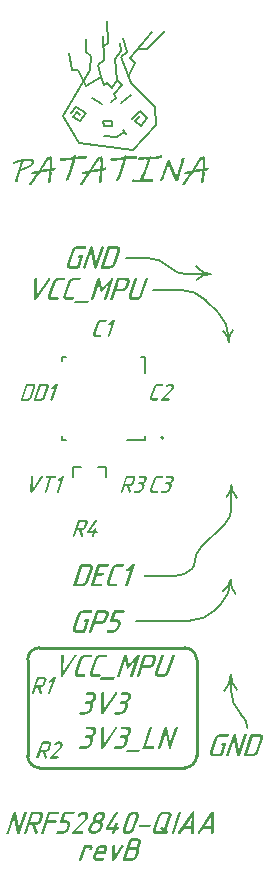
<source format=gto>
G04*
G04 #@! TF.GenerationSoftware,Altium Limited,Altium Designer,23.3.1 (30)*
G04*
G04 Layer_Color=65535*
%FSLAX44Y44*%
%MOMM*%
G71*
G04*
G04 #@! TF.SameCoordinates,3F57623D-7EA3-4023-A88F-E5603923C6E2*
G04*
G04*
G04 #@! TF.FilePolarity,Positive*
G04*
G01*
G75*
%ADD10C,0.2000*%
%ADD11C,0.2540*%
%ADD12C,0.1270*%
%ADD13C,0.2500*%
%ADD14C,0.1656*%
%ADD15C,0.1524*%
G36*
X190723Y83738D02*
X190835Y83720D01*
X190947Y83663D01*
X191060Y83607D01*
X191173Y83513D01*
X191266Y83382D01*
X191285Y83364D01*
X191304Y83326D01*
X191322Y83251D01*
X191360Y83157D01*
X191379Y83026D01*
X191397Y82895D01*
X191379Y82745D01*
X191341Y82576D01*
Y82557D01*
X191322Y82501D01*
X191285Y82426D01*
X191229Y82314D01*
X191135Y82201D01*
X191041Y82070D01*
X190910Y81920D01*
X190760Y81770D01*
X190741Y81751D01*
X190685Y81714D01*
X190591Y81639D01*
X190479Y81583D01*
X190310Y81508D01*
X190142Y81433D01*
X189954Y81395D01*
X189729Y81376D01*
X182306D01*
X182212Y81395D01*
X182100Y81414D01*
X181969Y81451D01*
X181856Y81508D01*
X181725Y81583D01*
X181631Y81695D01*
Y81714D01*
X181594Y81770D01*
X181575Y81845D01*
X181556Y81939D01*
X181537Y82070D01*
Y82220D01*
X181556Y82389D01*
X181594Y82576D01*
Y82595D01*
X181631Y82651D01*
X181669Y82726D01*
X181725Y82839D01*
X181800Y82951D01*
X181894Y83082D01*
X182025Y83214D01*
X182175Y83364D01*
X182194Y83382D01*
X182250Y83420D01*
X182344Y83495D01*
X182475Y83570D01*
X182625Y83626D01*
X182793Y83701D01*
X183000Y83738D01*
X183206Y83757D01*
X190629D01*
X190723Y83738D01*
D02*
G37*
G36*
X85899Y94761D02*
X85993Y94742D01*
X86106Y94704D01*
X86237Y94667D01*
X86349Y94592D01*
X86462Y94498D01*
X86481Y94479D01*
X86499Y94442D01*
X86537Y94367D01*
X86574Y94254D01*
X86612Y94123D01*
Y93973D01*
Y93805D01*
X86556Y93598D01*
X80951Y77159D01*
Y77140D01*
X80913Y77065D01*
X80876Y76971D01*
X80801Y76840D01*
X80726Y76709D01*
X80613Y76540D01*
X80482Y76371D01*
X80313Y76221D01*
X79882Y75959D01*
X79864D01*
X79845Y75940D01*
X79732Y75922D01*
X79564Y75884D01*
X79376Y75865D01*
X79339D01*
X79264Y75884D01*
X79151Y75903D01*
X79001Y75940D01*
X78851Y75997D01*
X78720Y76109D01*
X78608Y76240D01*
X78533Y76428D01*
X76040Y89643D01*
X71747Y77046D01*
Y77028D01*
X71709Y76953D01*
X71672Y76859D01*
X71597Y76728D01*
X71522Y76596D01*
X71409Y76446D01*
X71297Y76315D01*
X71147Y76184D01*
X71128Y76165D01*
X71072Y76128D01*
X70960Y76090D01*
X70847Y76034D01*
X70697Y75959D01*
X70528Y75922D01*
X70341Y75884D01*
X70153Y75865D01*
X70079D01*
X69985Y75884D01*
X69872Y75903D01*
X69760Y75940D01*
X69629Y75997D01*
X69516Y76072D01*
X69404Y76165D01*
X69385Y76184D01*
X69366Y76221D01*
X69329Y76297D01*
X69291Y76390D01*
X69272Y76522D01*
Y76671D01*
X69291Y76859D01*
X69347Y77065D01*
X74952Y93505D01*
X74971Y93523D01*
X74990Y93598D01*
X75046Y93711D01*
X75121Y93842D01*
X75215Y93992D01*
X75327Y94161D01*
X75477Y94311D01*
X75646Y94461D01*
X75665Y94479D01*
X75721Y94517D01*
X75796Y94554D01*
X75908Y94629D01*
X76040Y94686D01*
X76189Y94723D01*
X76358Y94761D01*
X76527Y94779D01*
X76639D01*
X76752Y94742D01*
X76902Y94704D01*
X77033Y94629D01*
X77183Y94517D01*
X77295Y94348D01*
X77370Y94142D01*
X79864Y81002D01*
X84156Y93580D01*
Y93598D01*
X84194Y93655D01*
X84231Y93748D01*
X84287Y93861D01*
X84381Y93992D01*
X84475Y94142D01*
X84606Y94292D01*
X84775Y94442D01*
X84794Y94461D01*
X84868Y94498D01*
X84962Y94554D01*
X85093Y94611D01*
X85243Y94667D01*
X85393Y94723D01*
X85581Y94761D01*
X85750Y94779D01*
X85824D01*
X85899Y94761D01*
D02*
G37*
G36*
X244278Y94929D02*
X244390Y94910D01*
X244540Y94836D01*
X244690Y94723D01*
X244821Y94573D01*
X244915Y94348D01*
X244934Y94198D01*
X244953Y94048D01*
X244802Y77421D01*
X244765Y77028D01*
Y77009D01*
X244727Y76953D01*
X244690Y76859D01*
X244615Y76746D01*
X244540Y76615D01*
X244409Y76484D01*
X244278Y76334D01*
X244109Y76203D01*
X244090Y76184D01*
X244015Y76147D01*
X243922Y76090D01*
X243790Y76034D01*
X243640Y75978D01*
X243472Y75922D01*
X243303Y75884D01*
X243134Y75865D01*
X243097D01*
X242984Y75884D01*
X242815Y75922D01*
X242628Y75978D01*
X242609D01*
X242591Y76015D01*
X242534Y76053D01*
X242497Y76109D01*
X242441Y76203D01*
X242384Y76334D01*
X242347Y76484D01*
X242309Y76671D01*
X242328Y80477D01*
X236067D01*
X233480Y76615D01*
X233462Y76596D01*
X233443Y76559D01*
X233387Y76503D01*
X233330Y76428D01*
X233143Y76259D01*
X232899Y76072D01*
X232881D01*
X232843Y76053D01*
X232768Y76015D01*
X232674Y75978D01*
X232449Y75922D01*
X232168Y75865D01*
X232075D01*
X231999Y75884D01*
X231887Y75903D01*
X231756Y75940D01*
X231625Y75997D01*
X231512Y76072D01*
X231418Y76184D01*
X231400Y76203D01*
X231381Y76240D01*
X231343Y76315D01*
X231306Y76409D01*
X231269Y76540D01*
Y76690D01*
Y76859D01*
X231325Y77065D01*
X231512Y77421D01*
X242740Y94067D01*
Y94086D01*
X242759Y94104D01*
X242853Y94198D01*
X242966Y94348D01*
X243134Y94517D01*
X243340Y94667D01*
X243584Y94817D01*
X243846Y94910D01*
X243997Y94948D01*
X244184D01*
X244278Y94929D01*
D02*
G37*
G36*
X227726D02*
X227838Y94910D01*
X227988Y94836D01*
X228138Y94723D01*
X228269Y94573D01*
X228363Y94348D01*
X228382Y94198D01*
X228400Y94048D01*
X228251Y77421D01*
X228213Y77028D01*
Y77009D01*
X228176Y76953D01*
X228138Y76859D01*
X228063Y76746D01*
X227988Y76615D01*
X227857Y76484D01*
X227726Y76334D01*
X227557Y76203D01*
X227538Y76184D01*
X227463Y76147D01*
X227369Y76090D01*
X227238Y76034D01*
X227088Y75978D01*
X226920Y75922D01*
X226751Y75884D01*
X226582Y75865D01*
X226545D01*
X226432Y75884D01*
X226264Y75922D01*
X226076Y75978D01*
X226057D01*
X226039Y76015D01*
X225982Y76053D01*
X225945Y76109D01*
X225889Y76203D01*
X225832Y76334D01*
X225795Y76484D01*
X225757Y76671D01*
X225776Y80477D01*
X219515D01*
X216928Y76615D01*
X216910Y76596D01*
X216891Y76559D01*
X216835Y76503D01*
X216778Y76428D01*
X216591Y76259D01*
X216347Y76072D01*
X216329D01*
X216291Y76053D01*
X216216Y76015D01*
X216122Y75978D01*
X215897Y75922D01*
X215616Y75865D01*
X215522D01*
X215448Y75884D01*
X215335Y75903D01*
X215204Y75940D01*
X215073Y75997D01*
X214960Y76072D01*
X214866Y76184D01*
X214848Y76203D01*
X214829Y76240D01*
X214791Y76315D01*
X214754Y76409D01*
X214716Y76540D01*
Y76690D01*
Y76859D01*
X214773Y77065D01*
X214960Y77421D01*
X226189Y94067D01*
Y94086D01*
X226207Y94104D01*
X226301Y94198D01*
X226413Y94348D01*
X226582Y94517D01*
X226788Y94667D01*
X227032Y94817D01*
X227295Y94910D01*
X227444Y94948D01*
X227632D01*
X227726Y94929D01*
D02*
G37*
G36*
X216535Y94761D02*
X216647Y94742D01*
X216760Y94704D01*
X216872Y94648D01*
X216985Y94573D01*
X217097Y94461D01*
X217116Y94442D01*
X217135Y94404D01*
X217172Y94329D01*
X217210Y94236D01*
X217247Y94123D01*
Y93973D01*
Y93805D01*
X217191Y93598D01*
X211549Y77065D01*
Y77046D01*
X211511Y76971D01*
X211474Y76878D01*
X211399Y76746D01*
X211324Y76596D01*
X211211Y76465D01*
X211099Y76315D01*
X210949Y76184D01*
X210930Y76165D01*
X210874Y76128D01*
X210761Y76090D01*
X210649Y76034D01*
X210499Y75959D01*
X210330Y75922D01*
X210143Y75884D01*
X209955Y75865D01*
X209880D01*
X209786Y75884D01*
X209674Y75903D01*
X209562Y75940D01*
X209430Y75997D01*
X209318Y76072D01*
X209205Y76165D01*
X209187Y76184D01*
X209168Y76221D01*
X209130Y76297D01*
X209093Y76390D01*
X209074Y76522D01*
Y76671D01*
X209093Y76859D01*
X209149Y77065D01*
X214791Y93598D01*
Y93617D01*
X214829Y93673D01*
X214866Y93767D01*
X214923Y93879D01*
X215016Y94011D01*
X215110Y94142D01*
X215241Y94292D01*
X215410Y94442D01*
X215429Y94461D01*
X215504Y94498D01*
X215597Y94554D01*
X215729Y94611D01*
X215879Y94667D01*
X216029Y94723D01*
X216216Y94761D01*
X216385Y94779D01*
X216460D01*
X216535Y94761D01*
D02*
G37*
G36*
X206525D02*
X206675Y94742D01*
X206825Y94723D01*
X207181Y94629D01*
X207575Y94498D01*
X207781Y94404D01*
X207968Y94292D01*
X208156Y94161D01*
X208343Y93992D01*
X208512Y93823D01*
X208662Y93617D01*
Y93598D01*
X208699Y93561D01*
X208737Y93505D01*
X208774Y93411D01*
X208831Y93298D01*
X208868Y93167D01*
X208924Y93017D01*
X208980Y92830D01*
X209018Y92642D01*
X209055Y92436D01*
X209074Y91949D01*
Y91705D01*
X209037Y91424D01*
X208980Y91143D01*
X208887Y90843D01*
X205119Y79821D01*
X205044Y79558D01*
X205025Y79521D01*
X205006Y79446D01*
X204969Y79352D01*
X204932Y79258D01*
X204725Y78958D01*
X205775Y78059D01*
X205794Y78040D01*
X205850Y77984D01*
X205906Y77909D01*
X205981Y77796D01*
X206037Y77646D01*
X206075Y77477D01*
X206094Y77271D01*
X206037Y77065D01*
Y77046D01*
X206000Y76990D01*
X205963Y76915D01*
X205906Y76803D01*
X205812Y76671D01*
X205719Y76522D01*
X205588Y76371D01*
X205419Y76221D01*
X205400Y76203D01*
X205344Y76165D01*
X205231Y76109D01*
X205119Y76053D01*
X204969Y75978D01*
X204800Y75922D01*
X204613Y75884D01*
X204425Y75865D01*
X204369D01*
X204313Y75884D01*
X204238D01*
X204032Y75959D01*
X203938Y75997D01*
X203825Y76072D01*
X202907Y76971D01*
X202888Y76953D01*
X202851Y76915D01*
X202776Y76878D01*
X202682Y76803D01*
X202551Y76709D01*
X202401Y76615D01*
X202232Y76522D01*
X202026Y76428D01*
X201820Y76315D01*
X201576Y76221D01*
X201051Y76034D01*
X200770Y75959D01*
X200470Y75922D01*
X200151Y75884D01*
X199833Y75865D01*
X196009D01*
X195896Y75884D01*
X195765Y75903D01*
X195596Y75922D01*
X195240Y76015D01*
X194846Y76147D01*
X194659Y76240D01*
X194453Y76353D01*
X194265Y76484D01*
X194078Y76634D01*
X193890Y76803D01*
X193741Y77009D01*
Y77028D01*
X193703Y77065D01*
X193666Y77121D01*
X193628Y77215D01*
X193572Y77327D01*
X193534Y77459D01*
X193478Y77609D01*
X193422Y77796D01*
X193384Y77984D01*
X193347Y78190D01*
X193328Y78433D01*
Y78677D01*
X193347Y78940D01*
X193384Y79221D01*
X193441Y79521D01*
X193534Y79821D01*
X197302Y90843D01*
Y90862D01*
X197321Y90918D01*
X197358Y90993D01*
X197415Y91124D01*
X197471Y91255D01*
X197565Y91424D01*
X197658Y91611D01*
X197771Y91799D01*
X197902Y92024D01*
X198052Y92230D01*
X198221Y92474D01*
X198408Y92699D01*
X198614Y92942D01*
X198858Y93167D01*
X199102Y93392D01*
X199383Y93617D01*
X199402Y93636D01*
X199458Y93673D01*
X199533Y93730D01*
X199645Y93805D01*
X199795Y93879D01*
X199964Y93992D01*
X200151Y94086D01*
X200358Y94198D01*
X200601Y94311D01*
X200845Y94404D01*
X201389Y94592D01*
X201670Y94667D01*
X201970Y94723D01*
X202270Y94761D01*
X202588Y94779D01*
X206412D01*
X206525Y94761D01*
D02*
G37*
G36*
X178576D02*
X178726Y94742D01*
X178894Y94704D01*
X179288Y94629D01*
X179700Y94461D01*
X179925Y94367D01*
X180132Y94236D01*
X180338Y94104D01*
X180544Y93917D01*
X180731Y93730D01*
X180900Y93505D01*
X180919Y93486D01*
X180938Y93448D01*
X180975Y93373D01*
X181031Y93280D01*
X181088Y93167D01*
X181144Y93017D01*
X181200Y92849D01*
X181256Y92661D01*
X181313Y92436D01*
X181350Y92211D01*
X181369Y91967D01*
Y91686D01*
Y91405D01*
X181331Y91105D01*
X181256Y90805D01*
X181163Y90468D01*
X177657Y80177D01*
Y80158D01*
X177620Y80102D01*
X177582Y80008D01*
X177545Y79877D01*
X177470Y79727D01*
X177376Y79558D01*
X177264Y79352D01*
X177151Y79146D01*
X177001Y78921D01*
X176832Y78677D01*
X176645Y78415D01*
X176439Y78152D01*
X176195Y77909D01*
X175933Y77646D01*
X175651Y77384D01*
X175352Y77140D01*
X175333Y77121D01*
X175277Y77084D01*
X175183Y77028D01*
X175052Y76934D01*
X174902Y76840D01*
X174714Y76746D01*
X174508Y76615D01*
X174283Y76503D01*
X174039Y76390D01*
X173758Y76278D01*
X173177Y76072D01*
X172858Y75978D01*
X172540Y75922D01*
X172202Y75884D01*
X171865Y75865D01*
X170590D01*
X170478Y75884D01*
X170328Y75903D01*
X170159Y75940D01*
X169765Y76015D01*
X169353Y76165D01*
X169128Y76259D01*
X168903Y76390D01*
X168697Y76522D01*
X168491Y76690D01*
X168303Y76878D01*
X168135Y77103D01*
Y77121D01*
X168097Y77159D01*
X168060Y77234D01*
X168022Y77327D01*
X167966Y77459D01*
X167910Y77590D01*
X167835Y77759D01*
X167797Y77965D01*
X167741Y78171D01*
X167703Y78415D01*
X167685Y78658D01*
Y78921D01*
X167703Y79221D01*
X167741Y79521D01*
X167816Y79839D01*
X167910Y80177D01*
X171415Y90468D01*
Y90487D01*
X171453Y90543D01*
X171471Y90637D01*
X171528Y90749D01*
X171602Y90899D01*
X171696Y91068D01*
X171790Y91274D01*
X171921Y91480D01*
X172052Y91705D01*
X172221Y91949D01*
X172409Y92192D01*
X172615Y92455D01*
X172840Y92717D01*
X173102Y92961D01*
X173383Y93223D01*
X173683Y93467D01*
X173702Y93486D01*
X173758Y93523D01*
X173852Y93580D01*
X173983Y93673D01*
X174133Y93767D01*
X174321Y93879D01*
X174527Y94011D01*
X174770Y94123D01*
X175014Y94254D01*
X175295Y94367D01*
X175895Y94573D01*
X176214Y94667D01*
X176532Y94723D01*
X176870Y94761D01*
X177207Y94779D01*
X178463D01*
X178576Y94761D01*
D02*
G37*
G36*
X163186D02*
X163298Y94742D01*
X163411Y94686D01*
X163542Y94629D01*
X163673Y94536D01*
X163767Y94404D01*
X163786Y94386D01*
X163804Y94348D01*
X163842Y94273D01*
X163861Y94198D01*
X163880Y94067D01*
X163898Y93936D01*
X163880Y93767D01*
X163823Y93580D01*
X163673Y93280D01*
X156456Y81901D01*
X160205D01*
X161049Y84394D01*
Y84413D01*
X161086Y84469D01*
X161124Y84563D01*
X161199Y84676D01*
X161274Y84807D01*
X161386Y84938D01*
X161518Y85088D01*
X161686Y85238D01*
X161705Y85257D01*
X161780Y85294D01*
X161874Y85351D01*
X161986Y85407D01*
X162136Y85463D01*
X162305Y85519D01*
X162474Y85557D01*
X162661Y85575D01*
X162736D01*
X162811Y85557D01*
X162924Y85538D01*
X163036Y85500D01*
X163148Y85444D01*
X163261Y85369D01*
X163373Y85257D01*
X163392Y85238D01*
X163411Y85201D01*
X163448Y85126D01*
X163486Y85032D01*
X163523Y84919D01*
Y84769D01*
X163505Y84601D01*
X163448Y84394D01*
X162605Y81901D01*
X164236D01*
X164329Y81883D01*
X164442Y81864D01*
X164554Y81808D01*
X164685Y81751D01*
X164798Y81658D01*
X164892Y81526D01*
X164911Y81508D01*
X164929Y81470D01*
X164948Y81395D01*
X164985Y81301D01*
X165004Y81170D01*
Y81039D01*
X164985Y80889D01*
X164948Y80720D01*
Y80702D01*
X164929Y80645D01*
X164892Y80570D01*
X164835Y80458D01*
X164742Y80345D01*
X164648Y80214D01*
X164517Y80064D01*
X164367Y79914D01*
X164348Y79896D01*
X164292Y79858D01*
X164198Y79783D01*
X164086Y79727D01*
X163936Y79652D01*
X163767Y79577D01*
X163561Y79539D01*
X163355Y79521D01*
X161799D01*
X160955Y77046D01*
Y77028D01*
X160918Y76953D01*
X160880Y76859D01*
X160805Y76728D01*
X160730Y76596D01*
X160618Y76446D01*
X160505Y76315D01*
X160355Y76184D01*
X160337Y76165D01*
X160280Y76128D01*
X160168Y76090D01*
X160056Y76034D01*
X159906Y75959D01*
X159737Y75922D01*
X159549Y75884D01*
X159362Y75865D01*
X159287D01*
X159193Y75884D01*
X159081Y75903D01*
X158968Y75940D01*
X158837Y75997D01*
X158724Y76072D01*
X158612Y76165D01*
X158593Y76184D01*
X158575Y76221D01*
X158537Y76297D01*
X158500Y76390D01*
X158481Y76522D01*
Y76671D01*
X158500Y76840D01*
X158556Y77046D01*
X159399Y79521D01*
X154057D01*
X153982Y79539D01*
X153795Y79577D01*
X153588Y79652D01*
X153420Y79783D01*
X153345Y79858D01*
X153270Y79971D01*
X153232Y80083D01*
Y80233D01*
Y80383D01*
X153288Y80570D01*
X153401Y80814D01*
X153513Y80983D01*
X161593Y93898D01*
X161611Y93917D01*
X161630Y93954D01*
X161686Y94030D01*
X161742Y94104D01*
X161836Y94198D01*
X161949Y94311D01*
X162080Y94442D01*
X162230Y94554D01*
X162455Y94648D01*
X162474D01*
X162511Y94667D01*
X162567Y94686D01*
X162624Y94723D01*
X162811Y94761D01*
X162999Y94779D01*
X163092D01*
X163186Y94761D01*
D02*
G37*
G36*
X149446D02*
X149614D01*
X149783Y94742D01*
X150008Y94704D01*
X150233Y94648D01*
X150477Y94592D01*
X150739Y94498D01*
X151002Y94404D01*
X151264Y94273D01*
X151526Y94123D01*
X151770Y93954D01*
X151995Y93748D01*
X152201Y93505D01*
X152389Y93242D01*
Y93223D01*
X152426Y93186D01*
X152445Y93111D01*
X152501Y92999D01*
X152539Y92867D01*
X152595Y92699D01*
X152632Y92511D01*
X152670Y92305D01*
X152707Y92080D01*
X152726Y91818D01*
X152745Y91555D01*
X152726Y91255D01*
X152707Y90955D01*
X152651Y90618D01*
X152576Y90280D01*
X152464Y89924D01*
Y89906D01*
X152445Y89868D01*
X152426Y89812D01*
X152389Y89737D01*
X152314Y89531D01*
X152183Y89249D01*
X152032Y88931D01*
X151826Y88575D01*
X151601Y88200D01*
X151339Y87825D01*
Y87806D01*
X151301Y87787D01*
X151264Y87731D01*
X151208Y87656D01*
X151058Y87487D01*
X150852Y87262D01*
X150608Y87037D01*
X150327Y86794D01*
X150027Y86569D01*
X149708Y86381D01*
X149727D01*
X149746Y86363D01*
X149858Y86269D01*
X150027Y86138D01*
X150214Y85932D01*
X150420Y85669D01*
X150608Y85351D01*
X150758Y84957D01*
X150870Y84488D01*
Y84469D01*
Y84432D01*
X150889Y84357D01*
Y84263D01*
X150908Y84132D01*
Y83982D01*
Y83813D01*
Y83645D01*
X150889Y83214D01*
X150833Y82726D01*
X150720Y82201D01*
X150570Y81658D01*
Y81639D01*
X150533Y81564D01*
X150477Y81433D01*
X150420Y81283D01*
X150327Y81076D01*
X150214Y80852D01*
X150083Y80589D01*
X149914Y80308D01*
X149727Y79989D01*
X149502Y79671D01*
X149277Y79333D01*
X148996Y78977D01*
X148696Y78640D01*
X148358Y78284D01*
X148002Y77927D01*
X147609Y77590D01*
X147590Y77571D01*
X147515Y77515D01*
X147402Y77440D01*
X147253Y77327D01*
X147046Y77196D01*
X146803Y77046D01*
X146540Y76896D01*
X146240Y76728D01*
X145903Y76559D01*
X145528Y76409D01*
X145134Y76259D01*
X144703Y76128D01*
X144253Y76034D01*
X143785Y75940D01*
X143297Y75884D01*
X142791Y75865D01*
X142679D01*
X142529Y75884D01*
X142360Y75903D01*
X142135Y75922D01*
X141891Y75959D01*
X141610Y76015D01*
X141310Y76090D01*
X141010Y76184D01*
X140692Y76297D01*
X140392Y76446D01*
X140073Y76615D01*
X139792Y76821D01*
X139511Y77065D01*
X139267Y77327D01*
X139061Y77646D01*
Y77665D01*
X139023Y77721D01*
X138986Y77815D01*
X138930Y77946D01*
X138873Y78096D01*
X138817Y78284D01*
X138761Y78509D01*
X138723Y78752D01*
X138667Y79033D01*
X138648Y79352D01*
X138630Y79671D01*
X138648Y80027D01*
X138686Y80402D01*
X138761Y80795D01*
X138855Y81227D01*
X138986Y81658D01*
Y81676D01*
X139005Y81733D01*
X139042Y81808D01*
X139080Y81920D01*
X139136Y82051D01*
X139211Y82201D01*
X139286Y82370D01*
X139380Y82576D01*
X139604Y83007D01*
X139867Y83476D01*
X140204Y83963D01*
X140579Y84469D01*
X140598Y84488D01*
X140635Y84526D01*
X140692Y84601D01*
X140767Y84676D01*
X140879Y84788D01*
X140992Y84919D01*
X141292Y85201D01*
X141666Y85519D01*
X142098Y85838D01*
X142566Y86138D01*
X143072Y86400D01*
X143054Y86419D01*
X142979Y86475D01*
X142904Y86588D01*
X142791Y86738D01*
X142679Y86925D01*
X142566Y87169D01*
X142491Y87469D01*
X142435Y87825D01*
Y87844D01*
Y87862D01*
Y87919D01*
Y87993D01*
Y88200D01*
X142454Y88462D01*
X142472Y88781D01*
X142529Y89137D01*
X142622Y89531D01*
X142735Y89924D01*
Y89943D01*
X142772Y90018D01*
X142810Y90112D01*
X142866Y90243D01*
X142941Y90412D01*
X143035Y90599D01*
X143147Y90824D01*
X143279Y91049D01*
X143410Y91311D01*
X143578Y91574D01*
X143785Y91836D01*
X143991Y92118D01*
X144216Y92399D01*
X144459Y92680D01*
X144741Y92961D01*
X145041Y93223D01*
X145059Y93242D01*
X145134Y93298D01*
X145228Y93373D01*
X145378Y93467D01*
X145547Y93580D01*
X145772Y93711D01*
X146015Y93861D01*
X146278Y94011D01*
X146578Y94142D01*
X146915Y94292D01*
X147253Y94423D01*
X147627Y94536D01*
X148002Y94629D01*
X148396Y94704D01*
X148808Y94761D01*
X149240Y94779D01*
X149333D01*
X149446Y94761D01*
D02*
G37*
G36*
X135031D02*
X135181D01*
X135368Y94742D01*
X135574Y94704D01*
X135818Y94648D01*
X136080Y94592D01*
X136343Y94517D01*
X136605Y94404D01*
X136886Y94292D01*
X137168Y94142D01*
X137430Y93973D01*
X137674Y93767D01*
X137917Y93523D01*
X138124Y93261D01*
X138142Y93242D01*
X138161Y93186D01*
X138217Y93111D01*
X138273Y92999D01*
X138349Y92849D01*
X138424Y92680D01*
X138498Y92474D01*
X138574Y92249D01*
X138630Y92005D01*
X138686Y91724D01*
X138723Y91443D01*
X138742Y91124D01*
X138723Y90787D01*
X138686Y90449D01*
X138611Y90074D01*
X138498Y89699D01*
Y89681D01*
X138480Y89643D01*
X138461Y89587D01*
X138424Y89493D01*
X138367Y89381D01*
X138311Y89249D01*
X138161Y88949D01*
X137955Y88575D01*
X137711Y88181D01*
X137393Y87731D01*
X137036Y87281D01*
X128076Y78246D01*
X133568D01*
X133662Y78227D01*
X133775Y78208D01*
X133887Y78152D01*
X134000Y78096D01*
X134112Y78002D01*
X134206Y77871D01*
X134225Y77852D01*
X134243Y77815D01*
X134262Y77740D01*
X134300Y77646D01*
X134318Y77515D01*
X134337Y77384D01*
X134318Y77234D01*
X134281Y77065D01*
Y77046D01*
X134262Y76990D01*
X134225Y76915D01*
X134168Y76803D01*
X134075Y76690D01*
X133981Y76559D01*
X133850Y76409D01*
X133700Y76259D01*
X133681Y76240D01*
X133625Y76203D01*
X133531Y76128D01*
X133419Y76072D01*
X133250Y75997D01*
X133081Y75922D01*
X132894Y75884D01*
X132669Y75865D01*
X125208D01*
X125133Y75884D01*
X124946Y75922D01*
X124721Y75997D01*
X124533Y76109D01*
X124458Y76203D01*
X124402Y76297D01*
X124346Y76409D01*
Y76540D01*
Y76709D01*
X124402Y76878D01*
Y76896D01*
X124421Y76934D01*
X124458Y77009D01*
X124515Y77121D01*
X124590Y77234D01*
X124683Y77384D01*
X124796Y77534D01*
X124946Y77702D01*
X135387Y88500D01*
X135406Y88537D01*
X135480Y88612D01*
X135555Y88725D01*
X135668Y88893D01*
X135799Y89081D01*
X135912Y89287D01*
X136024Y89512D01*
X136118Y89737D01*
Y89756D01*
X136137Y89793D01*
X136155Y89849D01*
X136174Y89924D01*
X136193Y90112D01*
X136230Y90374D01*
Y90655D01*
X136174Y90974D01*
X136080Y91293D01*
X136005Y91443D01*
X135912Y91593D01*
X135893Y91611D01*
X135855Y91649D01*
X135799Y91724D01*
X135724Y91799D01*
X135612Y91892D01*
X135499Y91986D01*
X135349Y92080D01*
X135181Y92174D01*
X135162Y92192D01*
X135106Y92211D01*
X135012Y92249D01*
X134881Y92286D01*
X134731Y92324D01*
X134543Y92361D01*
X134356Y92399D01*
X134018D01*
X133906Y92380D01*
X133737Y92361D01*
X133550Y92324D01*
X133343Y92267D01*
X133119Y92192D01*
X132894Y92099D01*
X132856Y92080D01*
X132762Y92024D01*
X132612Y91949D01*
X132425Y91818D01*
X132219Y91686D01*
X131994Y91518D01*
X131769Y91349D01*
X131563Y91143D01*
X131544Y91124D01*
X131525Y91105D01*
X131450Y91049D01*
X131375Y90993D01*
X131169Y90824D01*
X130907Y90655D01*
X130382Y90562D01*
X130307D01*
X130213Y90580D01*
X130101Y90599D01*
X129969Y90637D01*
X129838Y90693D01*
X129726Y90768D01*
X129613Y90880D01*
X129594Y90899D01*
X129576Y90936D01*
X129538Y91011D01*
X129501Y91105D01*
X129482Y91236D01*
X129463Y91386D01*
X129482Y91536D01*
X129520Y91724D01*
Y91743D01*
X129538Y91761D01*
X129557Y91818D01*
X129594Y91892D01*
X129651Y91986D01*
X129726Y92099D01*
X129801Y92230D01*
X129913Y92361D01*
X129932Y92380D01*
X129969Y92417D01*
X130026Y92455D01*
X130101Y92530D01*
X130194Y92624D01*
X130307Y92736D01*
X130588Y92961D01*
X130925Y93223D01*
X131300Y93486D01*
X131713Y93730D01*
X132144Y93954D01*
X132163D01*
X132181Y93973D01*
X132294Y94030D01*
X132444Y94104D01*
X132650Y94198D01*
X132875Y94311D01*
X133119Y94423D01*
X133362Y94517D01*
X133606Y94592D01*
X133644D01*
X133719Y94629D01*
X133831Y94648D01*
X134000Y94686D01*
X134187Y94723D01*
X134375Y94742D01*
X134806Y94779D01*
X134899D01*
X135031Y94761D01*
D02*
G37*
G36*
X126408D02*
X126520Y94742D01*
X126633Y94686D01*
X126764Y94629D01*
X126876Y94536D01*
X126970Y94404D01*
X126989Y94386D01*
X127008Y94348D01*
X127026Y94273D01*
X127064Y94179D01*
X127083Y94048D01*
X127101Y93917D01*
X127083Y93767D01*
X127045Y93598D01*
Y93580D01*
X127008Y93523D01*
X126970Y93448D01*
X126914Y93336D01*
X126839Y93223D01*
X126745Y93092D01*
X126614Y92942D01*
X126464Y92792D01*
X126445Y92774D01*
X126389Y92736D01*
X126295Y92661D01*
X126183Y92605D01*
X126014Y92530D01*
X125845Y92455D01*
X125658Y92417D01*
X125433Y92399D01*
X119285D01*
X117598Y87431D01*
X120259D01*
X120391Y87412D01*
X120559Y87394D01*
X120747Y87356D01*
X120953Y87319D01*
X121178Y87244D01*
X121422Y87169D01*
X121665Y87075D01*
X121909Y86962D01*
X122153Y86831D01*
X122396Y86663D01*
X122621Y86456D01*
X122828Y86250D01*
X123015Y85988D01*
X123034Y85969D01*
X123052Y85932D01*
X123090Y85838D01*
X123146Y85744D01*
X123221Y85594D01*
X123277Y85425D01*
X123352Y85238D01*
X123409Y85032D01*
X123465Y84788D01*
X123502Y84526D01*
X123521Y84244D01*
Y83945D01*
X123502Y83626D01*
X123465Y83288D01*
X123390Y82951D01*
X123277Y82576D01*
X122659Y80739D01*
Y80720D01*
X122621Y80645D01*
X122584Y80552D01*
X122528Y80402D01*
X122453Y80233D01*
X122340Y80027D01*
X122228Y79802D01*
X122078Y79558D01*
X121909Y79296D01*
X121721Y79015D01*
X121515Y78733D01*
X121272Y78433D01*
X121009Y78152D01*
X120728Y77852D01*
X120409Y77571D01*
X120053Y77290D01*
X120035Y77271D01*
X119959Y77234D01*
X119866Y77159D01*
X119716Y77065D01*
X119547Y76953D01*
X119341Y76840D01*
X119116Y76709D01*
X118854Y76578D01*
X118554Y76446D01*
X118254Y76315D01*
X117598Y76090D01*
X117241Y75997D01*
X116885Y75922D01*
X116510Y75884D01*
X116136Y75865D01*
X112368D01*
X112274Y75884D01*
X112162Y75903D01*
X112030Y75940D01*
X111918Y75997D01*
X111787Y76072D01*
X111693Y76184D01*
Y76203D01*
X111655Y76259D01*
X111637Y76334D01*
X111618Y76428D01*
X111599Y76559D01*
Y76709D01*
X111618Y76878D01*
X111655Y77065D01*
Y77084D01*
X111693Y77140D01*
X111730Y77215D01*
X111787Y77327D01*
X111861Y77440D01*
X111955Y77571D01*
X112086Y77702D01*
X112236Y77852D01*
X112255Y77871D01*
X112311Y77909D01*
X112405Y77984D01*
X112536Y78059D01*
X112686Y78115D01*
X112855Y78190D01*
X113061Y78227D01*
X113267Y78246D01*
X117035D01*
X117110Y78265D01*
X117316Y78284D01*
X117560Y78340D01*
X117860Y78415D01*
X118197Y78546D01*
X118554Y78715D01*
X118910Y78940D01*
X118928D01*
X118947Y78977D01*
X119060Y79071D01*
X119247Y79221D01*
X119453Y79427D01*
X119660Y79689D01*
X119885Y80008D01*
X120091Y80345D01*
X120259Y80739D01*
X120878Y82576D01*
Y82595D01*
X120897Y82614D01*
X120915Y82670D01*
X120934Y82745D01*
X120972Y82932D01*
X120990Y83176D01*
X121009Y83438D01*
X120990Y83738D01*
X120897Y84038D01*
X120841Y84188D01*
X120765Y84319D01*
X120747Y84357D01*
X120672Y84432D01*
X120559Y84544D01*
X120409Y84694D01*
X120184Y84826D01*
X119922Y84938D01*
X119622Y85013D01*
X119247Y85050D01*
X115461D01*
X115386Y85069D01*
X115217Y85107D01*
X115029Y85201D01*
X114861Y85351D01*
X114786Y85444D01*
X114730Y85557D01*
X114711Y85688D01*
Y85857D01*
X114730Y86044D01*
X114786Y86250D01*
X117298Y93598D01*
Y93617D01*
X117316Y93655D01*
X117335Y93711D01*
X117373Y93786D01*
X117485Y93973D01*
X117654Y94198D01*
X117860Y94404D01*
X118141Y94592D01*
X118291Y94667D01*
X118479Y94723D01*
X118685Y94761D01*
X118891Y94779D01*
X126314D01*
X126408Y94761D01*
D02*
G37*
G36*
X113530D02*
X113642Y94742D01*
X113755Y94686D01*
X113886Y94629D01*
X113998Y94536D01*
X114092Y94404D01*
X114111Y94386D01*
X114130Y94348D01*
X114149Y94273D01*
X114186Y94179D01*
X114205Y94048D01*
Y93917D01*
X114186Y93767D01*
X114149Y93598D01*
Y93580D01*
X114130Y93523D01*
X114092Y93448D01*
X114036Y93336D01*
X113942Y93223D01*
X113848Y93092D01*
X113717Y92942D01*
X113567Y92792D01*
X113549Y92774D01*
X113492Y92736D01*
X113399Y92661D01*
X113286Y92605D01*
X113136Y92530D01*
X112968Y92455D01*
X112761Y92417D01*
X112555Y92399D01*
X106407D01*
X104720Y87431D01*
X110943D01*
X111037Y87412D01*
X111149Y87394D01*
X111280Y87356D01*
X111412Y87281D01*
X111524Y87206D01*
X111618Y87094D01*
Y87075D01*
X111655Y87037D01*
X111674Y86944D01*
X111693Y86850D01*
X111712Y86719D01*
X111730Y86588D01*
X111712Y86419D01*
X111655Y86250D01*
Y86231D01*
X111618Y86175D01*
X111580Y86100D01*
X111524Y85988D01*
X111449Y85875D01*
X111355Y85744D01*
X111224Y85594D01*
X111074Y85444D01*
X111055Y85425D01*
X110999Y85388D01*
X110906Y85313D01*
X110793Y85257D01*
X110624Y85182D01*
X110456Y85107D01*
X110268Y85069D01*
X110043Y85050D01*
X103895D01*
X101177Y77046D01*
Y77028D01*
X101139Y76953D01*
X101102Y76859D01*
X101027Y76728D01*
X100952Y76596D01*
X100839Y76446D01*
X100727Y76315D01*
X100577Y76184D01*
X100558Y76165D01*
X100502Y76128D01*
X100389Y76090D01*
X100277Y76034D01*
X100127Y75959D01*
X99958Y75922D01*
X99771Y75884D01*
X99583Y75865D01*
X99508D01*
X99415Y75884D01*
X99302Y75903D01*
X99190Y75940D01*
X99059Y75997D01*
X98946Y76072D01*
X98834Y76165D01*
X98815Y76184D01*
X98796Y76221D01*
X98759Y76297D01*
X98721Y76390D01*
X98702Y76522D01*
Y76671D01*
X98721Y76859D01*
X98777Y77065D01*
X104420Y93598D01*
Y93617D01*
X104438Y93655D01*
X104457Y93711D01*
X104495Y93786D01*
X104607Y93973D01*
X104776Y94198D01*
X104982Y94404D01*
X105263Y94592D01*
X105413Y94667D01*
X105601Y94723D01*
X105807Y94761D01*
X106013Y94779D01*
X113436D01*
X113530Y94761D01*
D02*
G37*
G36*
X97990D02*
X98140Y94742D01*
X98290Y94723D01*
X98646Y94629D01*
X99040Y94498D01*
X99246Y94404D01*
X99433Y94292D01*
X99621Y94161D01*
X99808Y93992D01*
X99977Y93823D01*
X100127Y93617D01*
Y93598D01*
X100164Y93561D01*
X100202Y93505D01*
X100239Y93411D01*
X100296Y93298D01*
X100333Y93167D01*
X100389Y93017D01*
X100446Y92830D01*
X100483Y92642D01*
X100521Y92436D01*
X100539Y91949D01*
Y91705D01*
X100502Y91424D01*
X100446Y91143D01*
X100352Y90843D01*
X99096Y87169D01*
Y87150D01*
X99077Y87094D01*
X99040Y87019D01*
X98984Y86888D01*
X98927Y86756D01*
X98834Y86588D01*
X98740Y86400D01*
X98627Y86213D01*
X98477Y85988D01*
X98328Y85763D01*
X98159Y85538D01*
X97971Y85294D01*
X97746Y85069D01*
X97521Y84826D01*
X97259Y84601D01*
X96978Y84376D01*
X96959Y84357D01*
X96903Y84319D01*
X96828Y84263D01*
X96715Y84188D01*
X96566Y84113D01*
X96397Y84001D01*
X96209Y83907D01*
X96003Y83795D01*
X95759Y83682D01*
X95516Y83588D01*
X94972Y83401D01*
X94691Y83326D01*
X94391Y83270D01*
X94091Y83232D01*
X93791Y83214D01*
X93885D01*
X95684Y77646D01*
Y77477D01*
X95647Y77065D01*
Y77046D01*
X95610Y76990D01*
X95572Y76896D01*
X95497Y76765D01*
X95403Y76634D01*
X95291Y76484D01*
X95141Y76334D01*
X94972Y76184D01*
X94953Y76165D01*
X94897Y76128D01*
X94785Y76090D01*
X94672Y76034D01*
X94522Y75959D01*
X94354Y75922D01*
X94185Y75884D01*
X93997Y75865D01*
X93960D01*
X93829Y75884D01*
X93679Y75903D01*
X93529Y75959D01*
X93491Y75978D01*
X93416Y76053D01*
X93322Y76203D01*
X93266Y76297D01*
X93210Y76409D01*
X91279Y83214D01*
X88561D01*
X86462Y77065D01*
Y77046D01*
X86424Y76971D01*
X86387Y76878D01*
X86312Y76746D01*
X86237Y76596D01*
X86124Y76465D01*
X86012Y76315D01*
X85862Y76184D01*
X85843Y76165D01*
X85787Y76128D01*
X85674Y76090D01*
X85562Y76034D01*
X85412Y75959D01*
X85243Y75922D01*
X85056Y75884D01*
X84868Y75865D01*
X84794D01*
X84700Y75884D01*
X84587Y75903D01*
X84475Y75940D01*
X84344Y75997D01*
X84231Y76072D01*
X84119Y76165D01*
X84100Y76184D01*
X84081Y76221D01*
X84044Y76297D01*
X84006Y76390D01*
X83987Y76522D01*
Y76671D01*
X84006Y76859D01*
X84062Y77065D01*
X89705Y93598D01*
Y93617D01*
X89724Y93655D01*
X89742Y93711D01*
X89780Y93786D01*
X89892Y93973D01*
X90061Y94198D01*
X90267Y94404D01*
X90548Y94592D01*
X90698Y94667D01*
X90886Y94723D01*
X91092Y94761D01*
X91298Y94779D01*
X97878D01*
X97990Y94761D01*
D02*
G37*
G36*
X140214Y66553D02*
X140439Y66534D01*
X140701Y66459D01*
X141001Y66365D01*
X141320Y66197D01*
X141601Y65990D01*
X141732Y65841D01*
X141845Y65690D01*
Y65672D01*
X141863Y65653D01*
X141901Y65597D01*
X141938Y65540D01*
X142013Y65353D01*
X142088Y65091D01*
X142144Y64772D01*
X142163Y64416D01*
Y64210D01*
X142126Y63985D01*
X142088Y63779D01*
X142013Y63535D01*
Y63516D01*
X141976Y63441D01*
X141938Y63347D01*
X141863Y63216D01*
X141788Y63085D01*
X141676Y62935D01*
X141545Y62804D01*
X141395Y62673D01*
X141376Y62654D01*
X141320Y62616D01*
X141226Y62560D01*
X141095Y62504D01*
X140945Y62448D01*
X140776Y62391D01*
X140589Y62354D01*
X140401Y62335D01*
X140326D01*
X140232Y62354D01*
X140139Y62373D01*
X140026Y62410D01*
X139895Y62466D01*
X139782Y62541D01*
X139670Y62635D01*
X139651Y62654D01*
X139633Y62691D01*
X139595Y62766D01*
X139558Y62860D01*
X139539Y62991D01*
Y63141D01*
X139558Y63329D01*
X139614Y63535D01*
X139633Y63572D01*
Y63666D01*
X139614Y63797D01*
X139595Y63872D01*
X139558Y63947D01*
Y63966D01*
X139539Y63985D01*
X139464Y64078D01*
X139351Y64153D01*
X139295Y64172D01*
X139201Y64191D01*
X136727D01*
X133372Y54368D01*
Y54350D01*
X133334Y54275D01*
X133297Y54181D01*
X133222Y54050D01*
X133147Y53900D01*
X133034Y53769D01*
X132922Y53619D01*
X132772Y53487D01*
X132753Y53469D01*
X132697Y53431D01*
X132584Y53394D01*
X132472Y53337D01*
X132322Y53262D01*
X132153Y53225D01*
X131966Y53187D01*
X131778Y53169D01*
X131703D01*
X131610Y53187D01*
X131497Y53206D01*
X131385Y53244D01*
X131253Y53300D01*
X131141Y53375D01*
X131028Y53469D01*
X131010Y53487D01*
X130991Y53525D01*
X130954Y53600D01*
X130916Y53694D01*
X130897Y53825D01*
Y53975D01*
X130916Y54162D01*
X130972Y54368D01*
X134721Y65391D01*
Y65409D01*
X134740Y65447D01*
X134759Y65503D01*
X134796Y65578D01*
X134909Y65766D01*
X135077Y65990D01*
X135302Y66197D01*
X135584Y66384D01*
X135734Y66459D01*
X135921Y66515D01*
X136127Y66553D01*
X136333Y66571D01*
X140120D01*
X140214Y66553D01*
D02*
G37*
G36*
X167732D02*
X167825Y66534D01*
X167938Y66497D01*
X168050Y66440D01*
X168181Y66365D01*
X168313Y66253D01*
X168332Y66234D01*
X168350Y66197D01*
X168388Y66122D01*
X168425Y66028D01*
X168444Y65897D01*
X168463Y65747D01*
X168444Y65597D01*
X168406Y65409D01*
X168219Y65034D01*
X160777Y53975D01*
X160758Y53956D01*
X160721Y53918D01*
X160665Y53843D01*
X160590Y53750D01*
X160383Y53525D01*
X160121Y53281D01*
X160102D01*
X160065Y53262D01*
X160009Y53225D01*
X159915Y53187D01*
X159802Y53150D01*
X159671Y53094D01*
X159521Y53056D01*
X159353Y53000D01*
X159315D01*
X159221Y53019D01*
X159109Y53056D01*
X158959Y53113D01*
X158809Y53225D01*
X158659Y53412D01*
X158603Y53506D01*
X158565Y53637D01*
X158528Y53787D01*
X158509Y53956D01*
X158584Y65034D01*
X158640Y65372D01*
Y65391D01*
X158678Y65447D01*
X158715Y65540D01*
X158771Y65653D01*
X158865Y65766D01*
X158959Y65915D01*
X159090Y66047D01*
X159259Y66197D01*
X159277Y66215D01*
X159353Y66253D01*
X159446Y66309D01*
X159578Y66384D01*
X159727Y66459D01*
X159896Y66515D01*
X160084Y66553D01*
X160271Y66571D01*
X160402D01*
X160477Y66553D01*
X160665Y66515D01*
X160833Y66422D01*
X160852D01*
X160871Y66403D01*
X160908Y66365D01*
X160946Y66290D01*
X160983Y66215D01*
X161040Y66084D01*
X161077Y65934D01*
X161096Y65747D01*
X160852Y57536D01*
X166176Y65747D01*
X166194Y65766D01*
X166232Y65803D01*
X166288Y65878D01*
X166363Y65953D01*
X166569Y66140D01*
X166832Y66328D01*
X166851Y66347D01*
X166907Y66365D01*
X166982Y66403D01*
X167076Y66459D01*
X167319Y66534D01*
X167450Y66553D01*
X167582Y66571D01*
X167657D01*
X167732Y66553D01*
D02*
G37*
G36*
X180778Y72064D02*
X180928Y72045D01*
X181078Y72026D01*
X181434Y71933D01*
X181828Y71801D01*
X182034Y71708D01*
X182222Y71595D01*
X182409Y71464D01*
X182597Y71295D01*
X182765Y71127D01*
X182915Y70920D01*
Y70902D01*
X182953Y70864D01*
X182990Y70808D01*
X183028Y70714D01*
X183084Y70602D01*
X183121Y70470D01*
X183178Y70321D01*
X183234Y70133D01*
X183271Y69946D01*
X183309Y69739D01*
X183328Y69252D01*
Y69008D01*
X183290Y68727D01*
X183234Y68446D01*
X183140Y68146D01*
X182503Y66309D01*
X182484Y66272D01*
X182465Y66197D01*
X182409Y66065D01*
X182334Y65897D01*
X182240Y65690D01*
X182128Y65466D01*
X181997Y65241D01*
X181847Y64997D01*
X181828Y64978D01*
X181772Y64885D01*
X181678Y64772D01*
X181566Y64641D01*
X181416Y64472D01*
X181266Y64303D01*
X181078Y64153D01*
X180891Y64003D01*
X180910Y63985D01*
X180984Y63928D01*
X181078Y63835D01*
X181209Y63703D01*
X181341Y63535D01*
X181472Y63310D01*
X181584Y63047D01*
X181678Y62729D01*
Y62710D01*
X181697Y62691D01*
Y62635D01*
X181716Y62579D01*
X181734Y62391D01*
X181753Y62148D01*
Y61848D01*
X181716Y61529D01*
X181659Y61173D01*
X181547Y60798D01*
X180291Y57124D01*
Y57105D01*
X180272Y57049D01*
X180235Y56974D01*
X180178Y56843D01*
X180122Y56712D01*
X180028Y56543D01*
X179935Y56355D01*
X179822Y56168D01*
X179691Y55943D01*
X179541Y55718D01*
X179372Y55493D01*
X179185Y55249D01*
X178960Y55024D01*
X178735Y54781D01*
X178473Y54556D01*
X178191Y54331D01*
X178173Y54312D01*
X178116Y54275D01*
X178041Y54218D01*
X177929Y54144D01*
X177779Y54068D01*
X177610Y53956D01*
X177423Y53862D01*
X177217Y53750D01*
X176973Y53637D01*
X176729Y53544D01*
X176186Y53356D01*
X175905Y53281D01*
X175605Y53225D01*
X175305Y53187D01*
X175005Y53169D01*
X168463D01*
X168388Y53187D01*
X168219Y53225D01*
X168032Y53319D01*
X167844Y53469D01*
X167788Y53562D01*
X167732Y53675D01*
X167694Y53806D01*
Y53975D01*
X167713Y54162D01*
X167769Y54368D01*
X173411Y70902D01*
Y70920D01*
X173430Y70958D01*
X173449Y71014D01*
X173486Y71089D01*
X173599Y71277D01*
X173768Y71501D01*
X173974Y71708D01*
X174255Y71895D01*
X174405Y71970D01*
X174592Y72026D01*
X174799Y72064D01*
X175005Y72083D01*
X180666D01*
X180778Y72064D01*
D02*
G37*
G36*
X152229Y66553D02*
X152361Y66534D01*
X152510Y66515D01*
X152867Y66422D01*
X153260Y66290D01*
X153448Y66197D01*
X153654Y66084D01*
X153841Y65953D01*
X154029Y65784D01*
X154198Y65616D01*
X154347Y65409D01*
Y65391D01*
X154385Y65353D01*
X154423Y65297D01*
X154460Y65203D01*
X154516Y65091D01*
X154572Y64959D01*
X154629Y64809D01*
X154666Y64641D01*
X154722Y64435D01*
X154741Y64228D01*
X154779Y64003D01*
Y63760D01*
X154760Y63497D01*
X154722Y63216D01*
X154666Y62935D01*
X154572Y62635D01*
X153635Y59879D01*
Y59861D01*
X153617Y59823D01*
X153598Y59767D01*
X153560Y59692D01*
X153448Y59505D01*
X153298Y59280D01*
X153073Y59055D01*
X152792Y58867D01*
X152642Y58792D01*
X152454Y58736D01*
X152267Y58699D01*
X152042Y58680D01*
X145893D01*
X145350Y57124D01*
Y57086D01*
X145312Y57011D01*
X145294Y56880D01*
X145275Y56730D01*
X145256Y56543D01*
X145275Y56355D01*
X145331Y56168D01*
X145406Y55999D01*
X145444Y55962D01*
X145519Y55868D01*
X145650Y55756D01*
X145819Y55643D01*
X145837D01*
X145856Y55624D01*
X145912Y55606D01*
X145987D01*
X146175Y55568D01*
X146381Y55549D01*
X151048D01*
X151142Y55531D01*
X151255Y55512D01*
X151367Y55456D01*
X151498Y55399D01*
X151611Y55306D01*
X151705Y55174D01*
X151723Y55156D01*
X151742Y55118D01*
X151761Y55043D01*
X151798Y54949D01*
X151817Y54818D01*
Y54687D01*
X151798Y54537D01*
X151761Y54368D01*
Y54350D01*
X151742Y54293D01*
X151705Y54218D01*
X151648Y54106D01*
X151554Y53994D01*
X151461Y53862D01*
X151330Y53712D01*
X151180Y53562D01*
X151161Y53544D01*
X151105Y53506D01*
X151011Y53431D01*
X150898Y53375D01*
X150749Y53300D01*
X150580Y53225D01*
X150374Y53187D01*
X150167Y53169D01*
X145425D01*
X145312Y53187D01*
X145181Y53206D01*
X145012Y53225D01*
X144656Y53319D01*
X144263Y53450D01*
X144075Y53544D01*
X143869Y53656D01*
X143681Y53787D01*
X143494Y53937D01*
X143307Y54106D01*
X143157Y54312D01*
Y54331D01*
X143119Y54368D01*
X143082Y54425D01*
X143044Y54518D01*
X142988Y54631D01*
X142950Y54762D01*
X142894Y54912D01*
X142838Y55100D01*
X142801Y55287D01*
X142763Y55493D01*
X142744Y55737D01*
Y55981D01*
X142763Y56243D01*
X142801Y56524D01*
X142857Y56824D01*
X142950Y57124D01*
X144825Y62635D01*
Y62654D01*
X144844Y62710D01*
X144881Y62785D01*
X144937Y62898D01*
X144994Y63029D01*
X145087Y63197D01*
X145181Y63366D01*
X145294Y63572D01*
X145425Y63779D01*
X145575Y64003D01*
X145744Y64228D01*
X145931Y64453D01*
X146137Y64697D01*
X146381Y64941D01*
X146624Y65166D01*
X146906Y65391D01*
X146924Y65409D01*
X146981Y65447D01*
X147056Y65503D01*
X147168Y65578D01*
X147318Y65672D01*
X147487Y65766D01*
X147674Y65878D01*
X147899Y65990D01*
X148124Y66084D01*
X148368Y66197D01*
X148930Y66384D01*
X149211Y66459D01*
X149511Y66515D01*
X149811Y66553D01*
X150130Y66571D01*
X152117D01*
X152229Y66553D01*
D02*
G37*
G36*
X162417Y195895D02*
X162511Y195876D01*
X162642Y195839D01*
X162754Y195783D01*
X162886Y195708D01*
X163017Y195595D01*
X163036Y195576D01*
X163054Y195539D01*
X163092Y195464D01*
X163111Y195352D01*
X163148Y195239D01*
Y195089D01*
X163129Y194920D01*
X163092Y194752D01*
X162886Y194358D01*
X151807Y177975D01*
X151788Y177956D01*
X151751Y177918D01*
X151695Y177843D01*
X151620Y177750D01*
X151413Y177525D01*
X151151Y177281D01*
X151132D01*
X151095Y177262D01*
X151039Y177225D01*
X150945Y177188D01*
X150832Y177131D01*
X150701Y177094D01*
X150551Y177038D01*
X150383Y177000D01*
X150345D01*
X150251Y177019D01*
X150139Y177056D01*
X149989Y177113D01*
X149839Y177225D01*
X149689Y177412D01*
X149633Y177506D01*
X149595Y177637D01*
X149558Y177787D01*
X149539Y177956D01*
X149595Y194358D01*
X149651Y194714D01*
Y194733D01*
X149689Y194789D01*
X149726Y194883D01*
X149802Y194995D01*
X149876Y195108D01*
X149989Y195258D01*
X150120Y195389D01*
X150289Y195539D01*
X150308Y195558D01*
X150383Y195595D01*
X150476Y195651D01*
X150589Y195727D01*
X150739Y195801D01*
X150907Y195858D01*
X151095Y195895D01*
X151282Y195914D01*
X151564D01*
X151826Y195801D01*
X151845D01*
X151863Y195764D01*
X151920Y195727D01*
X151957Y195651D01*
X152013Y195558D01*
X152070Y195445D01*
X152107Y195314D01*
X152126Y195145D01*
X151882Y181536D01*
X160880Y195089D01*
X160899Y195108D01*
X160936Y195145D01*
X160992Y195220D01*
X161067Y195295D01*
X161255Y195483D01*
X161517Y195670D01*
X161536Y195689D01*
X161592Y195708D01*
X161667Y195745D01*
X161761Y195801D01*
X161986Y195876D01*
X162117Y195895D01*
X162248Y195914D01*
X162323D01*
X162417Y195895D01*
D02*
G37*
G36*
X171752Y195858D02*
X171940Y195839D01*
X172146Y195801D01*
X172371Y195764D01*
X172614Y195708D01*
X172877Y195633D01*
X173139Y195539D01*
X173402Y195427D01*
X173645Y195295D01*
X173889Y195127D01*
X174114Y194939D01*
X174301Y194733D01*
X174470Y194489D01*
X174489Y194471D01*
X174508Y194414D01*
X174545Y194339D01*
X174583Y194227D01*
X174639Y194077D01*
X174695Y193908D01*
X174751Y193721D01*
X174789Y193496D01*
X174826Y193252D01*
X174864Y192990D01*
X174883Y192708D01*
Y192409D01*
X174845Y192090D01*
X174807Y191752D01*
X174733Y191415D01*
X174620Y191059D01*
Y191040D01*
X174601Y191003D01*
X174583Y190946D01*
X174545Y190853D01*
X174508Y190759D01*
X174451Y190628D01*
X174320Y190347D01*
X174151Y190009D01*
X173945Y189653D01*
X173702Y189259D01*
X173420Y188885D01*
Y188866D01*
X173383Y188847D01*
X173345Y188791D01*
X173270Y188716D01*
X173102Y188547D01*
X172896Y188322D01*
X172614Y188078D01*
X172296Y187816D01*
X171940Y187554D01*
X171565Y187329D01*
X171583Y187310D01*
X171658Y187254D01*
X171752Y187141D01*
X171865Y186991D01*
X171996Y186785D01*
X172127Y186523D01*
X172221Y186223D01*
X172314Y185867D01*
Y185848D01*
Y185829D01*
X172333Y185773D01*
Y185698D01*
X172352Y185492D01*
Y185210D01*
Y184892D01*
X172314Y184536D01*
X172239Y184123D01*
X172108Y183711D01*
X171490Y181874D01*
Y181855D01*
X171452Y181780D01*
X171415Y181686D01*
X171358Y181536D01*
X171283Y181368D01*
X171171Y181161D01*
X171059Y180937D01*
X170909Y180693D01*
X170740Y180430D01*
X170552Y180149D01*
X170346Y179868D01*
X170103Y179568D01*
X169840Y179287D01*
X169559Y178987D01*
X169240Y178706D01*
X168884Y178425D01*
X168865Y178406D01*
X168790Y178368D01*
X168697Y178293D01*
X168547Y178200D01*
X168378Y178087D01*
X168172Y177975D01*
X167947Y177843D01*
X167684Y177712D01*
X167384Y177581D01*
X167085Y177450D01*
X166428Y177225D01*
X166072Y177131D01*
X165716Y177056D01*
X165341Y177019D01*
X164966Y177000D01*
X161199D01*
X161105Y177019D01*
X160992Y177038D01*
X160861Y177075D01*
X160730Y177131D01*
X160617Y177206D01*
X160505Y177319D01*
Y177337D01*
X160486Y177394D01*
X160467Y177469D01*
X160449Y177581D01*
X160430Y177712D01*
Y177862D01*
X160449Y178031D01*
X160486Y178200D01*
Y178218D01*
X160505Y178275D01*
X160543Y178350D01*
X160599Y178443D01*
X160674Y178575D01*
X160786Y178706D01*
X160899Y178837D01*
X161049Y178987D01*
X161067Y179006D01*
X161124Y179043D01*
X161217Y179118D01*
X161348Y179193D01*
X161499Y179249D01*
X161686Y179324D01*
X161873Y179362D01*
X162098Y179381D01*
X165866D01*
X165941Y179399D01*
X166147Y179418D01*
X166410Y179474D01*
X166710Y179549D01*
X167047Y179681D01*
X167403Y179849D01*
X167759Y180093D01*
X167778D01*
X167797Y180130D01*
X167909Y180224D01*
X168078Y180374D01*
X168284Y180599D01*
X168509Y180843D01*
X168734Y181161D01*
X168940Y181499D01*
X169090Y181874D01*
X169709Y183711D01*
Y183729D01*
X169728Y183748D01*
X169746Y183804D01*
X169765Y183880D01*
X169803Y184067D01*
X169821Y184292D01*
X169840Y184573D01*
X169821Y184854D01*
X169728Y185154D01*
X169671Y185304D01*
X169596Y185435D01*
X169578Y185473D01*
X169503Y185548D01*
X169390Y185679D01*
X169240Y185810D01*
X169015Y185942D01*
X168753Y186073D01*
X168453Y186148D01*
X168078Y186185D01*
X166147D01*
X166054Y186204D01*
X165941Y186223D01*
X165829Y186260D01*
X165697Y186316D01*
X165585Y186391D01*
X165472Y186504D01*
Y186523D01*
X165454Y186579D01*
X165435Y186654D01*
X165416Y186766D01*
X165397Y186898D01*
Y187047D01*
X165416Y187216D01*
X165454Y187385D01*
Y187404D01*
X165472Y187460D01*
X165510Y187535D01*
X165566Y187628D01*
X165641Y187760D01*
X165754Y187891D01*
X165866Y188022D01*
X166016Y188172D01*
X166035Y188191D01*
X166091Y188228D01*
X166185Y188303D01*
X166316Y188378D01*
X166466Y188435D01*
X166635Y188510D01*
X166841Y188547D01*
X167066Y188566D01*
X169015D01*
X169090Y188584D01*
X169296Y188603D01*
X169559Y188659D01*
X169878Y188753D01*
X170215Y188885D01*
X170590Y189072D01*
X170946Y189316D01*
X170965D01*
X170984Y189353D01*
X171096Y189447D01*
X171246Y189597D01*
X171415Y189822D01*
X171621Y190065D01*
X171827Y190384D01*
X172015Y190721D01*
X172164Y191096D01*
Y191115D01*
X172183Y191134D01*
X172202Y191190D01*
X172221Y191265D01*
X172258Y191453D01*
X172296Y191677D01*
X172314Y191940D01*
X172296Y192221D01*
X172258Y192484D01*
X172146Y192746D01*
X172127Y192784D01*
X172071Y192858D01*
X171958Y192990D01*
X171790Y193121D01*
X171583Y193252D01*
X171302Y193383D01*
X170965Y193458D01*
X170571Y193496D01*
X166803D01*
X166710Y193514D01*
X166597Y193533D01*
X166485Y193571D01*
X166353Y193627D01*
X166241Y193702D01*
X166147Y193814D01*
Y193833D01*
X166110Y193889D01*
X166091Y193964D01*
X166072Y194058D01*
X166054Y194189D01*
Y194339D01*
X166072Y194508D01*
X166110Y194695D01*
Y194714D01*
X166147Y194771D01*
X166185Y194845D01*
X166241Y194958D01*
X166316Y195070D01*
X166410Y195202D01*
X166541Y195333D01*
X166691Y195483D01*
X166710Y195501D01*
X166766Y195539D01*
X166860Y195614D01*
X166991Y195689D01*
X167141Y195745D01*
X167309Y195820D01*
X167497Y195858D01*
X167703Y195876D01*
X171602D01*
X171752Y195858D01*
D02*
G37*
G36*
X142322D02*
X142510Y195839D01*
X142716Y195801D01*
X142941Y195764D01*
X143184Y195708D01*
X143447Y195633D01*
X143709Y195539D01*
X143972Y195427D01*
X144215Y195295D01*
X144459Y195127D01*
X144684Y194939D01*
X144872Y194733D01*
X145040Y194489D01*
X145059Y194471D01*
X145078Y194414D01*
X145115Y194339D01*
X145153Y194227D01*
X145209Y194077D01*
X145265Y193908D01*
X145321Y193721D01*
X145359Y193496D01*
X145396Y193252D01*
X145434Y192990D01*
X145453Y192708D01*
Y192409D01*
X145415Y192090D01*
X145378Y191752D01*
X145303Y191415D01*
X145190Y191059D01*
Y191040D01*
X145171Y191003D01*
X145153Y190946D01*
X145115Y190853D01*
X145078Y190759D01*
X145021Y190628D01*
X144890Y190347D01*
X144721Y190009D01*
X144515Y189653D01*
X144272Y189259D01*
X143990Y188885D01*
Y188866D01*
X143953Y188847D01*
X143916Y188791D01*
X143841Y188716D01*
X143672Y188547D01*
X143466Y188322D01*
X143184Y188078D01*
X142866Y187816D01*
X142510Y187554D01*
X142135Y187329D01*
X142153Y187310D01*
X142228Y187254D01*
X142322Y187141D01*
X142435Y186991D01*
X142566Y186785D01*
X142697Y186523D01*
X142791Y186223D01*
X142885Y185867D01*
Y185848D01*
Y185829D01*
X142903Y185773D01*
Y185698D01*
X142922Y185492D01*
Y185210D01*
Y184892D01*
X142885Y184536D01*
X142809Y184123D01*
X142678Y183711D01*
X142060Y181874D01*
Y181855D01*
X142022Y181780D01*
X141985Y181686D01*
X141929Y181536D01*
X141854Y181368D01*
X141741Y181161D01*
X141629Y180937D01*
X141479Y180693D01*
X141310Y180430D01*
X141122Y180149D01*
X140916Y179868D01*
X140673Y179568D01*
X140410Y179287D01*
X140129Y178987D01*
X139810Y178706D01*
X139454Y178425D01*
X139435Y178406D01*
X139360Y178368D01*
X139267Y178293D01*
X139117Y178200D01*
X138948Y178087D01*
X138742Y177975D01*
X138517Y177843D01*
X138254Y177712D01*
X137955Y177581D01*
X137655Y177450D01*
X136999Y177225D01*
X136642Y177131D01*
X136286Y177056D01*
X135911Y177019D01*
X135536Y177000D01*
X131769D01*
X131675Y177019D01*
X131562Y177038D01*
X131431Y177075D01*
X131300Y177131D01*
X131187Y177206D01*
X131075Y177319D01*
Y177337D01*
X131056Y177394D01*
X131038Y177469D01*
X131019Y177581D01*
X131000Y177712D01*
Y177862D01*
X131019Y178031D01*
X131056Y178200D01*
Y178218D01*
X131075Y178275D01*
X131112Y178350D01*
X131169Y178443D01*
X131244Y178575D01*
X131356Y178706D01*
X131469Y178837D01*
X131619Y178987D01*
X131637Y179006D01*
X131694Y179043D01*
X131787Y179118D01*
X131918Y179193D01*
X132069Y179249D01*
X132256Y179324D01*
X132443Y179362D01*
X132668Y179381D01*
X136436D01*
X136511Y179399D01*
X136717Y179418D01*
X136980Y179474D01*
X137280Y179549D01*
X137617Y179681D01*
X137973Y179849D01*
X138329Y180093D01*
X138348D01*
X138367Y180130D01*
X138479Y180224D01*
X138648Y180374D01*
X138854Y180599D01*
X139079Y180843D01*
X139304Y181161D01*
X139510Y181499D01*
X139660Y181874D01*
X140279Y183711D01*
Y183729D01*
X140298Y183748D01*
X140316Y183804D01*
X140335Y183880D01*
X140373Y184067D01*
X140391Y184292D01*
X140410Y184573D01*
X140391Y184854D01*
X140298Y185154D01*
X140241Y185304D01*
X140166Y185435D01*
X140148Y185473D01*
X140073Y185548D01*
X139960Y185679D01*
X139810Y185810D01*
X139585Y185942D01*
X139323Y186073D01*
X139023Y186148D01*
X138648Y186185D01*
X136717D01*
X136624Y186204D01*
X136511Y186223D01*
X136399Y186260D01*
X136267Y186316D01*
X136155Y186391D01*
X136042Y186504D01*
Y186523D01*
X136024Y186579D01*
X136005Y186654D01*
X135986Y186766D01*
X135968Y186898D01*
Y187047D01*
X135986Y187216D01*
X136024Y187385D01*
Y187404D01*
X136042Y187460D01*
X136080Y187535D01*
X136136Y187628D01*
X136211Y187760D01*
X136324Y187891D01*
X136436Y188022D01*
X136586Y188172D01*
X136605Y188191D01*
X136661Y188228D01*
X136755Y188303D01*
X136886Y188378D01*
X137036Y188435D01*
X137205Y188510D01*
X137411Y188547D01*
X137636Y188566D01*
X139585D01*
X139660Y188584D01*
X139867Y188603D01*
X140129Y188659D01*
X140448Y188753D01*
X140785Y188885D01*
X141160Y189072D01*
X141516Y189316D01*
X141535D01*
X141554Y189353D01*
X141666Y189447D01*
X141816Y189597D01*
X141985Y189822D01*
X142191Y190065D01*
X142397Y190384D01*
X142585Y190721D01*
X142734Y191096D01*
Y191115D01*
X142753Y191134D01*
X142772Y191190D01*
X142791Y191265D01*
X142828Y191453D01*
X142866Y191677D01*
X142885Y191940D01*
X142866Y192221D01*
X142828Y192484D01*
X142716Y192746D01*
X142697Y192784D01*
X142641Y192858D01*
X142528Y192990D01*
X142360Y193121D01*
X142153Y193252D01*
X141872Y193383D01*
X141535Y193458D01*
X141141Y193496D01*
X137373D01*
X137280Y193514D01*
X137167Y193533D01*
X137055Y193571D01*
X136924Y193627D01*
X136811Y193702D01*
X136717Y193814D01*
Y193833D01*
X136680Y193889D01*
X136661Y193964D01*
X136642Y194058D01*
X136624Y194189D01*
Y194339D01*
X136642Y194508D01*
X136680Y194695D01*
Y194714D01*
X136717Y194771D01*
X136755Y194845D01*
X136811Y194958D01*
X136886Y195070D01*
X136980Y195202D01*
X137111Y195333D01*
X137261Y195483D01*
X137280Y195501D01*
X137336Y195539D01*
X137430Y195614D01*
X137561Y195689D01*
X137711Y195745D01*
X137879Y195820D01*
X138067Y195858D01*
X138273Y195876D01*
X142172D01*
X142322Y195858D01*
D02*
G37*
G36*
X213929Y166726D02*
X214023Y166707D01*
X214135Y166669D01*
X214266Y166632D01*
X214379Y166557D01*
X214491Y166463D01*
X214510Y166444D01*
X214529Y166407D01*
X214566Y166332D01*
X214604Y166220D01*
X214641Y166088D01*
Y165938D01*
Y165770D01*
X214585Y165564D01*
X208980Y149124D01*
Y149105D01*
X208943Y149030D01*
X208905Y148937D01*
X208830Y148805D01*
X208755Y148674D01*
X208643Y148505D01*
X208511Y148337D01*
X208343Y148187D01*
X207912Y147924D01*
X207893D01*
X207874Y147906D01*
X207762Y147887D01*
X207593Y147849D01*
X207405Y147830D01*
X207368D01*
X207293Y147849D01*
X207181Y147868D01*
X207031Y147906D01*
X206881Y147962D01*
X206749Y148074D01*
X206637Y148205D01*
X206562Y148393D01*
X204069Y161608D01*
X199776Y149011D01*
Y148993D01*
X199739Y148918D01*
X199701Y148824D01*
X199626Y148693D01*
X199551Y148562D01*
X199439Y148412D01*
X199326Y148280D01*
X199176Y148149D01*
X199158Y148130D01*
X199101Y148093D01*
X198989Y148055D01*
X198876Y147999D01*
X198726Y147924D01*
X198558Y147887D01*
X198370Y147849D01*
X198183Y147830D01*
X198108D01*
X198014Y147849D01*
X197902Y147868D01*
X197789Y147906D01*
X197658Y147962D01*
X197546Y148037D01*
X197433Y148130D01*
X197414Y148149D01*
X197395Y148187D01*
X197358Y148262D01*
X197320Y148355D01*
X197302Y148487D01*
Y148637D01*
X197320Y148824D01*
X197377Y149030D01*
X202982Y165470D01*
X203000Y165488D01*
X203019Y165564D01*
X203075Y165676D01*
X203150Y165807D01*
X203244Y165957D01*
X203356Y166126D01*
X203507Y166276D01*
X203675Y166426D01*
X203694Y166444D01*
X203750Y166482D01*
X203825Y166520D01*
X203938Y166595D01*
X204069Y166651D01*
X204219Y166688D01*
X204387Y166726D01*
X204556Y166744D01*
X204669D01*
X204781Y166707D01*
X204931Y166669D01*
X205062Y166595D01*
X205212Y166482D01*
X205325Y166313D01*
X205400Y166107D01*
X207893Y152967D01*
X212185Y165545D01*
Y165564D01*
X212223Y165620D01*
X212260Y165713D01*
X212317Y165826D01*
X212410Y165957D01*
X212504Y166107D01*
X212635Y166257D01*
X212804Y166407D01*
X212823Y166426D01*
X212898Y166463D01*
X212992Y166520D01*
X213123Y166576D01*
X213273Y166632D01*
X213423Y166688D01*
X213610Y166726D01*
X213779Y166744D01*
X213854D01*
X213929Y166726D01*
D02*
G37*
G36*
X162417D02*
X162511Y166707D01*
X162642Y166669D01*
X162754Y166613D01*
X162886Y166538D01*
X163017Y166426D01*
X163036Y166407D01*
X163054Y166369D01*
X163092Y166294D01*
X163111Y166182D01*
X163148Y166070D01*
Y165920D01*
X163129Y165751D01*
X163092Y165582D01*
X162886Y165189D01*
X151807Y148805D01*
X151788Y148786D01*
X151751Y148749D01*
X151695Y148674D01*
X151620Y148580D01*
X151413Y148355D01*
X151151Y148112D01*
X151132D01*
X151095Y148093D01*
X151039Y148055D01*
X150945Y148018D01*
X150832Y147962D01*
X150701Y147924D01*
X150551Y147868D01*
X150383Y147830D01*
X150345D01*
X150251Y147849D01*
X150139Y147887D01*
X149989Y147943D01*
X149839Y148055D01*
X149689Y148243D01*
X149633Y148337D01*
X149595Y148468D01*
X149558Y148618D01*
X149539Y148786D01*
X149595Y165189D01*
X149651Y165545D01*
Y165564D01*
X149689Y165620D01*
X149726Y165713D01*
X149802Y165826D01*
X149876Y165938D01*
X149989Y166088D01*
X150120Y166220D01*
X150289Y166369D01*
X150308Y166388D01*
X150383Y166426D01*
X150476Y166482D01*
X150589Y166557D01*
X150739Y166632D01*
X150907Y166688D01*
X151095Y166726D01*
X151282Y166744D01*
X151564D01*
X151826Y166632D01*
X151845D01*
X151863Y166595D01*
X151920Y166557D01*
X151957Y166482D01*
X152013Y166388D01*
X152070Y166276D01*
X152107Y166145D01*
X152126Y165976D01*
X151882Y152367D01*
X160880Y165920D01*
X160899Y165938D01*
X160936Y165976D01*
X160992Y166051D01*
X161067Y166126D01*
X161255Y166313D01*
X161517Y166501D01*
X161536Y166520D01*
X161592Y166538D01*
X161667Y166576D01*
X161761Y166632D01*
X161986Y166707D01*
X162117Y166726D01*
X162248Y166744D01*
X162323D01*
X162417Y166726D01*
D02*
G37*
G36*
X191884D02*
X191997Y166707D01*
X192109Y166669D01*
X192222Y166613D01*
X192334Y166538D01*
X192447Y166426D01*
X192465Y166407D01*
X192484Y166369D01*
X192522Y166294D01*
X192559Y166201D01*
X192597Y166088D01*
Y165938D01*
Y165770D01*
X192540Y165564D01*
X187311Y150211D01*
X193534D01*
X193628Y150192D01*
X193740Y150174D01*
X193853Y150117D01*
X193965Y150061D01*
X194078Y149967D01*
X194171Y149836D01*
X194190Y149817D01*
X194209Y149780D01*
X194228Y149705D01*
X194265Y149611D01*
X194284Y149480D01*
X194303Y149349D01*
X194284Y149199D01*
X194246Y149030D01*
Y149011D01*
X194228Y148955D01*
X194190Y148880D01*
X194134Y148768D01*
X194040Y148655D01*
X193946Y148524D01*
X193815Y148374D01*
X193665Y148224D01*
X193647Y148205D01*
X193590Y148168D01*
X193496Y148093D01*
X193384Y148037D01*
X193215Y147962D01*
X193047Y147887D01*
X192859Y147849D01*
X192634Y147830D01*
X185174D01*
X185117Y147849D01*
X184930Y147887D01*
X184743Y147980D01*
X184574Y148130D01*
X184499Y148224D01*
X184461Y148337D01*
X184424Y148468D01*
Y148637D01*
X184443Y148824D01*
X184499Y149030D01*
X190141Y165564D01*
Y165582D01*
X190179Y165639D01*
X190216Y165732D01*
X190272Y165845D01*
X190366Y165976D01*
X190460Y166107D01*
X190591Y166257D01*
X190760Y166407D01*
X190779Y166426D01*
X190853Y166463D01*
X190947Y166520D01*
X191078Y166576D01*
X191228Y166632D01*
X191378Y166688D01*
X191566Y166726D01*
X191735Y166744D01*
X191809D01*
X191884Y166726D01*
D02*
G37*
G36*
X171752Y166688D02*
X171940Y166669D01*
X172146Y166632D01*
X172371Y166595D01*
X172614Y166538D01*
X172877Y166463D01*
X173139Y166369D01*
X173402Y166257D01*
X173645Y166126D01*
X173889Y165957D01*
X174114Y165770D01*
X174301Y165564D01*
X174470Y165320D01*
X174489Y165301D01*
X174508Y165245D01*
X174545Y165170D01*
X174583Y165057D01*
X174639Y164907D01*
X174695Y164739D01*
X174751Y164551D01*
X174789Y164326D01*
X174826Y164083D01*
X174864Y163820D01*
X174883Y163539D01*
Y163239D01*
X174845Y162920D01*
X174807Y162583D01*
X174733Y162246D01*
X174620Y161889D01*
Y161871D01*
X174601Y161833D01*
X174583Y161777D01*
X174545Y161683D01*
X174508Y161590D01*
X174451Y161458D01*
X174320Y161177D01*
X174151Y160840D01*
X173945Y160483D01*
X173702Y160090D01*
X173420Y159715D01*
Y159696D01*
X173383Y159677D01*
X173345Y159621D01*
X173270Y159546D01*
X173102Y159378D01*
X172896Y159153D01*
X172614Y158909D01*
X172296Y158646D01*
X171940Y158384D01*
X171565Y158159D01*
X171583Y158140D01*
X171658Y158084D01*
X171752Y157972D01*
X171865Y157822D01*
X171996Y157615D01*
X172127Y157353D01*
X172221Y157053D01*
X172314Y156697D01*
Y156678D01*
Y156659D01*
X172333Y156603D01*
Y156528D01*
X172352Y156322D01*
Y156041D01*
Y155722D01*
X172314Y155366D01*
X172239Y154954D01*
X172108Y154541D01*
X171490Y152704D01*
Y152685D01*
X171452Y152611D01*
X171415Y152517D01*
X171358Y152367D01*
X171283Y152198D01*
X171171Y151992D01*
X171059Y151767D01*
X170909Y151523D01*
X170740Y151261D01*
X170552Y150980D01*
X170346Y150698D01*
X170103Y150399D01*
X169840Y150117D01*
X169559Y149817D01*
X169240Y149536D01*
X168884Y149255D01*
X168865Y149236D01*
X168790Y149199D01*
X168697Y149124D01*
X168547Y149030D01*
X168378Y148918D01*
X168172Y148805D01*
X167947Y148674D01*
X167684Y148543D01*
X167384Y148412D01*
X167085Y148280D01*
X166428Y148055D01*
X166072Y147962D01*
X165716Y147887D01*
X165341Y147849D01*
X164966Y147830D01*
X161199D01*
X161105Y147849D01*
X160992Y147868D01*
X160861Y147906D01*
X160730Y147962D01*
X160617Y148037D01*
X160505Y148149D01*
Y148168D01*
X160486Y148224D01*
X160467Y148299D01*
X160449Y148412D01*
X160430Y148543D01*
Y148693D01*
X160449Y148862D01*
X160486Y149030D01*
Y149049D01*
X160505Y149105D01*
X160543Y149180D01*
X160599Y149274D01*
X160674Y149405D01*
X160786Y149536D01*
X160899Y149668D01*
X161049Y149817D01*
X161067Y149836D01*
X161124Y149874D01*
X161217Y149949D01*
X161348Y150024D01*
X161499Y150080D01*
X161686Y150155D01*
X161873Y150192D01*
X162098Y150211D01*
X165866D01*
X165941Y150230D01*
X166147Y150249D01*
X166410Y150305D01*
X166710Y150380D01*
X167047Y150511D01*
X167403Y150680D01*
X167759Y150924D01*
X167778D01*
X167797Y150961D01*
X167909Y151055D01*
X168078Y151205D01*
X168284Y151430D01*
X168509Y151673D01*
X168734Y151992D01*
X168940Y152329D01*
X169090Y152704D01*
X169709Y154541D01*
Y154560D01*
X169728Y154579D01*
X169746Y154635D01*
X169765Y154710D01*
X169803Y154897D01*
X169821Y155122D01*
X169840Y155404D01*
X169821Y155685D01*
X169728Y155985D01*
X169671Y156135D01*
X169596Y156266D01*
X169578Y156303D01*
X169503Y156378D01*
X169390Y156510D01*
X169240Y156641D01*
X169015Y156772D01*
X168753Y156903D01*
X168453Y156978D01*
X168078Y157016D01*
X166147D01*
X166054Y157034D01*
X165941Y157053D01*
X165829Y157091D01*
X165697Y157147D01*
X165585Y157222D01*
X165472Y157334D01*
Y157353D01*
X165454Y157409D01*
X165435Y157484D01*
X165416Y157597D01*
X165397Y157728D01*
Y157878D01*
X165416Y158047D01*
X165454Y158215D01*
Y158234D01*
X165472Y158290D01*
X165510Y158365D01*
X165566Y158459D01*
X165641Y158590D01*
X165754Y158722D01*
X165866Y158853D01*
X166016Y159003D01*
X166035Y159021D01*
X166091Y159059D01*
X166185Y159134D01*
X166316Y159209D01*
X166466Y159265D01*
X166635Y159340D01*
X166841Y159378D01*
X167066Y159396D01*
X169015D01*
X169090Y159415D01*
X169296Y159434D01*
X169559Y159490D01*
X169878Y159584D01*
X170215Y159715D01*
X170590Y159902D01*
X170946Y160146D01*
X170965D01*
X170984Y160184D01*
X171096Y160277D01*
X171246Y160427D01*
X171415Y160652D01*
X171621Y160896D01*
X171827Y161215D01*
X172015Y161552D01*
X172164Y161927D01*
Y161946D01*
X172183Y161964D01*
X172202Y162021D01*
X172221Y162096D01*
X172258Y162283D01*
X172296Y162508D01*
X172314Y162770D01*
X172296Y163052D01*
X172258Y163314D01*
X172146Y163577D01*
X172127Y163614D01*
X172071Y163689D01*
X171958Y163820D01*
X171790Y163951D01*
X171583Y164083D01*
X171302Y164214D01*
X170965Y164289D01*
X170571Y164326D01*
X166803D01*
X166710Y164345D01*
X166597Y164364D01*
X166485Y164401D01*
X166353Y164457D01*
X166241Y164533D01*
X166147Y164645D01*
Y164664D01*
X166110Y164720D01*
X166091Y164795D01*
X166072Y164889D01*
X166054Y165020D01*
Y165170D01*
X166072Y165338D01*
X166110Y165526D01*
Y165545D01*
X166147Y165601D01*
X166185Y165676D01*
X166241Y165788D01*
X166316Y165901D01*
X166410Y166032D01*
X166541Y166163D01*
X166691Y166313D01*
X166710Y166332D01*
X166766Y166369D01*
X166860Y166444D01*
X166991Y166520D01*
X167141Y166576D01*
X167309Y166651D01*
X167497Y166688D01*
X167703Y166707D01*
X171602D01*
X171752Y166688D01*
D02*
G37*
G36*
X142322D02*
X142510Y166669D01*
X142716Y166632D01*
X142941Y166595D01*
X143184Y166538D01*
X143447Y166463D01*
X143709Y166369D01*
X143972Y166257D01*
X144215Y166126D01*
X144459Y165957D01*
X144684Y165770D01*
X144872Y165564D01*
X145040Y165320D01*
X145059Y165301D01*
X145078Y165245D01*
X145115Y165170D01*
X145153Y165057D01*
X145209Y164907D01*
X145265Y164739D01*
X145321Y164551D01*
X145359Y164326D01*
X145396Y164083D01*
X145434Y163820D01*
X145453Y163539D01*
Y163239D01*
X145415Y162920D01*
X145378Y162583D01*
X145303Y162246D01*
X145190Y161889D01*
Y161871D01*
X145171Y161833D01*
X145153Y161777D01*
X145115Y161683D01*
X145078Y161590D01*
X145021Y161458D01*
X144890Y161177D01*
X144721Y160840D01*
X144515Y160483D01*
X144272Y160090D01*
X143990Y159715D01*
Y159696D01*
X143953Y159677D01*
X143916Y159621D01*
X143841Y159546D01*
X143672Y159378D01*
X143466Y159153D01*
X143184Y158909D01*
X142866Y158646D01*
X142510Y158384D01*
X142135Y158159D01*
X142153Y158140D01*
X142228Y158084D01*
X142322Y157972D01*
X142435Y157822D01*
X142566Y157615D01*
X142697Y157353D01*
X142791Y157053D01*
X142885Y156697D01*
Y156678D01*
Y156659D01*
X142903Y156603D01*
Y156528D01*
X142922Y156322D01*
Y156041D01*
Y155722D01*
X142885Y155366D01*
X142809Y154954D01*
X142678Y154541D01*
X142060Y152704D01*
Y152685D01*
X142022Y152611D01*
X141985Y152517D01*
X141929Y152367D01*
X141854Y152198D01*
X141741Y151992D01*
X141629Y151767D01*
X141479Y151523D01*
X141310Y151261D01*
X141122Y150980D01*
X140916Y150698D01*
X140673Y150399D01*
X140410Y150117D01*
X140129Y149817D01*
X139810Y149536D01*
X139454Y149255D01*
X139435Y149236D01*
X139360Y149199D01*
X139267Y149124D01*
X139117Y149030D01*
X138948Y148918D01*
X138742Y148805D01*
X138517Y148674D01*
X138254Y148543D01*
X137955Y148412D01*
X137655Y148280D01*
X136999Y148055D01*
X136642Y147962D01*
X136286Y147887D01*
X135911Y147849D01*
X135536Y147830D01*
X131769D01*
X131675Y147849D01*
X131562Y147868D01*
X131431Y147906D01*
X131300Y147962D01*
X131187Y148037D01*
X131075Y148149D01*
Y148168D01*
X131056Y148224D01*
X131038Y148299D01*
X131019Y148412D01*
X131000Y148543D01*
Y148693D01*
X131019Y148862D01*
X131056Y149030D01*
Y149049D01*
X131075Y149105D01*
X131112Y149180D01*
X131169Y149274D01*
X131244Y149405D01*
X131356Y149536D01*
X131469Y149668D01*
X131619Y149817D01*
X131637Y149836D01*
X131694Y149874D01*
X131787Y149949D01*
X131918Y150024D01*
X132069Y150080D01*
X132256Y150155D01*
X132443Y150192D01*
X132668Y150211D01*
X136436D01*
X136511Y150230D01*
X136717Y150249D01*
X136980Y150305D01*
X137280Y150380D01*
X137617Y150511D01*
X137973Y150680D01*
X138329Y150924D01*
X138348D01*
X138367Y150961D01*
X138479Y151055D01*
X138648Y151205D01*
X138854Y151430D01*
X139079Y151673D01*
X139304Y151992D01*
X139510Y152329D01*
X139660Y152704D01*
X140279Y154541D01*
Y154560D01*
X140298Y154579D01*
X140316Y154635D01*
X140335Y154710D01*
X140373Y154897D01*
X140391Y155122D01*
X140410Y155404D01*
X140391Y155685D01*
X140298Y155985D01*
X140241Y156135D01*
X140166Y156266D01*
X140148Y156303D01*
X140073Y156378D01*
X139960Y156510D01*
X139810Y156641D01*
X139585Y156772D01*
X139323Y156903D01*
X139023Y156978D01*
X138648Y157016D01*
X136717D01*
X136624Y157034D01*
X136511Y157053D01*
X136399Y157091D01*
X136267Y157147D01*
X136155Y157222D01*
X136042Y157334D01*
Y157353D01*
X136024Y157409D01*
X136005Y157484D01*
X135986Y157597D01*
X135968Y157728D01*
Y157878D01*
X135986Y158047D01*
X136024Y158215D01*
Y158234D01*
X136042Y158290D01*
X136080Y158365D01*
X136136Y158459D01*
X136211Y158590D01*
X136324Y158722D01*
X136436Y158853D01*
X136586Y159003D01*
X136605Y159021D01*
X136661Y159059D01*
X136755Y159134D01*
X136886Y159209D01*
X137036Y159265D01*
X137205Y159340D01*
X137411Y159378D01*
X137636Y159396D01*
X139585D01*
X139660Y159415D01*
X139867Y159434D01*
X140129Y159490D01*
X140448Y159584D01*
X140785Y159715D01*
X141160Y159902D01*
X141516Y160146D01*
X141535D01*
X141554Y160184D01*
X141666Y160277D01*
X141816Y160427D01*
X141985Y160652D01*
X142191Y160896D01*
X142397Y161215D01*
X142585Y161552D01*
X142734Y161927D01*
Y161946D01*
X142753Y161964D01*
X142772Y162021D01*
X142791Y162096D01*
X142828Y162283D01*
X142866Y162508D01*
X142885Y162770D01*
X142866Y163052D01*
X142828Y163314D01*
X142716Y163577D01*
X142697Y163614D01*
X142641Y163689D01*
X142528Y163820D01*
X142360Y163951D01*
X142153Y164083D01*
X141872Y164214D01*
X141535Y164289D01*
X141141Y164326D01*
X137373D01*
X137280Y164345D01*
X137167Y164364D01*
X137055Y164401D01*
X136924Y164457D01*
X136811Y164533D01*
X136717Y164645D01*
Y164664D01*
X136680Y164720D01*
X136661Y164795D01*
X136642Y164889D01*
X136624Y165020D01*
Y165170D01*
X136642Y165338D01*
X136680Y165526D01*
Y165545D01*
X136717Y165601D01*
X136755Y165676D01*
X136811Y165788D01*
X136886Y165901D01*
X136980Y166032D01*
X137111Y166163D01*
X137261Y166313D01*
X137280Y166332D01*
X137336Y166369D01*
X137430Y166444D01*
X137561Y166520D01*
X137711Y166576D01*
X137879Y166651D01*
X138067Y166688D01*
X138273Y166707D01*
X142172D01*
X142322Y166688D01*
D02*
G37*
G36*
X181837Y145000D02*
X170271D01*
X171077Y147381D01*
X182643D01*
X181837Y145000D01*
D02*
G37*
G36*
X110501Y208776D02*
X110559Y208762D01*
X110631Y208719D01*
X110717Y208675D01*
X110788Y208604D01*
X110875Y208503D01*
Y208489D01*
X110889Y208446D01*
X110903Y208389D01*
X110918Y208302D01*
X110932Y208202D01*
X110918Y208087D01*
X110903Y207944D01*
X110860Y207786D01*
X106541Y195128D01*
Y195114D01*
X106512Y195056D01*
X106483Y194985D01*
X106426Y194884D01*
X106368Y194769D01*
X106282Y194669D01*
X106196Y194554D01*
X106081Y194454D01*
X106067Y194439D01*
X106024Y194411D01*
X105938Y194382D01*
X105852Y194339D01*
X105737Y194282D01*
X105608Y194253D01*
X105464Y194224D01*
X105321Y194210D01*
X105263D01*
X105192Y194224D01*
X105105Y194238D01*
X105019Y194267D01*
X104919Y194310D01*
X104833Y194368D01*
X104747Y194439D01*
X104732Y194454D01*
X104718Y194482D01*
X104689Y194540D01*
X104661Y194611D01*
X104646Y194712D01*
Y194827D01*
X104661Y194956D01*
X104704Y195114D01*
X108363Y205877D01*
X106584Y204313D01*
X106569Y204298D01*
X106526Y204270D01*
X106454Y204227D01*
X106354Y204184D01*
X106254Y204126D01*
X106124Y204083D01*
X105995Y204055D01*
X105866Y204040D01*
X105809D01*
X105751Y204055D01*
X105665Y204069D01*
X105579Y204097D01*
X105479Y204155D01*
X105393Y204212D01*
X105306Y204298D01*
X105292Y204313D01*
X105278Y204356D01*
X105249Y204413D01*
X105235Y204499D01*
X105206Y204600D01*
Y204715D01*
X105220Y204844D01*
X105249Y204973D01*
Y204987D01*
X105278Y205030D01*
X105306Y205088D01*
X105350Y205174D01*
X105407Y205260D01*
X105479Y205360D01*
X105579Y205475D01*
X105708Y205590D01*
X109511Y208417D01*
X109526D01*
X109540Y208446D01*
X109583Y208475D01*
X109640Y208503D01*
X109784Y208589D01*
X109942Y208675D01*
X109956D01*
X109985Y208690D01*
X110028Y208719D01*
X110085Y208733D01*
X110243Y208776D01*
X110415Y208790D01*
X110458D01*
X110501Y208776D01*
D02*
G37*
G36*
X101288Y208675D02*
X101403Y208661D01*
X101518Y208647D01*
X101790Y208575D01*
X102092Y208475D01*
X102250Y208403D01*
X102393Y208317D01*
X102537Y208216D01*
X102680Y208087D01*
X102809Y207958D01*
X102924Y207800D01*
Y207786D01*
X102953Y207757D01*
X102982Y207714D01*
X103010Y207642D01*
X103053Y207556D01*
X103082Y207456D01*
X103125Y207341D01*
X103168Y207197D01*
X103197Y207054D01*
X103225Y206896D01*
X103240Y206523D01*
Y206336D01*
X103211Y206121D01*
X103168Y205906D01*
X103096Y205676D01*
X102135Y202863D01*
Y202849D01*
X102121Y202806D01*
X102092Y202749D01*
X102049Y202648D01*
X102006Y202548D01*
X101934Y202418D01*
X101862Y202275D01*
X101776Y202131D01*
X101661Y201959D01*
X101546Y201787D01*
X101417Y201615D01*
X101274Y201428D01*
X101102Y201256D01*
X100929Y201070D01*
X100729Y200897D01*
X100513Y200725D01*
X100499Y200711D01*
X100456Y200682D01*
X100398Y200639D01*
X100312Y200581D01*
X100197Y200524D01*
X100068Y200438D01*
X99925Y200366D01*
X99767Y200280D01*
X99580Y200194D01*
X99394Y200122D01*
X98978Y199979D01*
X98762Y199921D01*
X98533Y199878D01*
X98303Y199850D01*
X98074Y199835D01*
X98145D01*
X99523Y195573D01*
Y195444D01*
X99494Y195128D01*
Y195114D01*
X99466Y195071D01*
X99437Y194999D01*
X99380Y194898D01*
X99308Y194798D01*
X99222Y194683D01*
X99107Y194569D01*
X98978Y194454D01*
X98963Y194439D01*
X98920Y194411D01*
X98834Y194382D01*
X98748Y194339D01*
X98633Y194282D01*
X98504Y194253D01*
X98375Y194224D01*
X98231Y194210D01*
X98203D01*
X98102Y194224D01*
X97987Y194238D01*
X97873Y194282D01*
X97844Y194296D01*
X97787Y194353D01*
X97715Y194468D01*
X97672Y194540D01*
X97629Y194626D01*
X96151Y199835D01*
X94070D01*
X92462Y195128D01*
Y195114D01*
X92434Y195056D01*
X92405Y194985D01*
X92347Y194884D01*
X92290Y194769D01*
X92204Y194669D01*
X92118Y194554D01*
X92003Y194454D01*
X91989Y194439D01*
X91946Y194411D01*
X91860Y194382D01*
X91774Y194339D01*
X91659Y194282D01*
X91530Y194253D01*
X91386Y194224D01*
X91243Y194210D01*
X91185D01*
X91113Y194224D01*
X91027Y194238D01*
X90941Y194267D01*
X90841Y194310D01*
X90754Y194368D01*
X90668Y194439D01*
X90654Y194454D01*
X90640Y194482D01*
X90611Y194540D01*
X90582Y194611D01*
X90568Y194712D01*
Y194827D01*
X90582Y194970D01*
X90625Y195128D01*
X94945Y207786D01*
Y207800D01*
X94959Y207829D01*
X94974Y207872D01*
X95002Y207929D01*
X95089Y208073D01*
X95218Y208245D01*
X95376Y208403D01*
X95591Y208546D01*
X95706Y208604D01*
X95849Y208647D01*
X96007Y208675D01*
X96165Y208690D01*
X101202D01*
X101288Y208675D01*
D02*
G37*
G36*
X181608Y227763D02*
X181702Y227726D01*
X181814Y227688D01*
X181927Y227613D01*
X182020Y227519D01*
X182114Y227388D01*
Y227369D01*
X182133Y227313D01*
X182170Y227238D01*
X182189Y227126D01*
Y226995D01*
Y226826D01*
X182170Y226657D01*
X182114Y226451D01*
X176509Y210012D01*
Y209993D01*
X176472Y209918D01*
X176434Y209824D01*
X176359Y209693D01*
X176284Y209562D01*
X176172Y209412D01*
X176041Y209262D01*
X175891Y209130D01*
X175872Y209112D01*
X175816Y209093D01*
X175722Y209037D01*
X175591Y208981D01*
X175441Y208924D01*
X175291Y208887D01*
X175103Y208849D01*
X174916Y208831D01*
X174841D01*
X174766Y208849D01*
X174672Y208868D01*
X174560Y208906D01*
X174447Y208962D01*
X174316Y209037D01*
X174204Y209130D01*
X174185Y209149D01*
X174166Y209187D01*
X174129Y209262D01*
X174072Y209355D01*
X174054Y209487D01*
X174035Y209637D01*
X174054Y209824D01*
X174110Y210030D01*
X178478Y222852D01*
X173173Y216722D01*
X173135Y216685D01*
X173041Y216591D01*
X172910Y216460D01*
X172723Y216329D01*
X172517Y216179D01*
X172292Y216047D01*
X172067Y215954D01*
X171936Y215935D01*
X171823Y215916D01*
X171804D01*
X171729Y215935D01*
X171636Y215954D01*
X171523Y215991D01*
X171392Y216085D01*
X171261Y216197D01*
X171148Y216347D01*
X171054Y216572D01*
X169855Y222852D01*
X165487Y210030D01*
Y210012D01*
X165450Y209937D01*
X165412Y209843D01*
X165337Y209711D01*
X165262Y209562D01*
X165150Y209430D01*
X165037Y209280D01*
X164887Y209149D01*
X164869Y209130D01*
X164812Y209093D01*
X164700Y209056D01*
X164587Y208999D01*
X164437Y208924D01*
X164269Y208887D01*
X164081Y208849D01*
X163894Y208831D01*
X163819D01*
X163725Y208849D01*
X163613Y208868D01*
X163500Y208906D01*
X163369Y208962D01*
X163256Y209037D01*
X163144Y209130D01*
X163125Y209149D01*
X163106Y209187D01*
X163069Y209262D01*
X163032Y209355D01*
X163013Y209487D01*
Y209637D01*
X163032Y209805D01*
X163088Y210012D01*
X168693Y226451D01*
X168711Y226470D01*
X168730Y226545D01*
X168786Y226657D01*
X168861Y226807D01*
X168955Y226957D01*
X169067Y227126D01*
X169199Y227276D01*
X169367Y227426D01*
X169386Y227444D01*
X169442Y227482D01*
X169517Y227538D01*
X169630Y227613D01*
X169761Y227669D01*
X169911Y227726D01*
X170080Y227763D01*
X170248Y227782D01*
X170361D01*
X170436Y227763D01*
X170605Y227707D01*
X170773Y227613D01*
X170792D01*
X170811Y227576D01*
X170886Y227482D01*
X170942Y227407D01*
X170998Y227313D01*
X171054Y227182D01*
X171111Y227051D01*
X172985Y219347D01*
X180033Y226995D01*
X180071Y227032D01*
X180146Y227126D01*
X180296Y227238D01*
X180465Y227388D01*
X180671Y227538D01*
X180914Y227651D01*
X181177Y227744D01*
X181458Y227782D01*
X181533D01*
X181608Y227763D01*
D02*
G37*
G36*
X128128Y227726D02*
X128222Y227707D01*
X128353Y227669D01*
X128465Y227613D01*
X128597Y227538D01*
X128728Y227426D01*
X128747Y227407D01*
X128765Y227369D01*
X128803Y227295D01*
X128821Y227182D01*
X128859Y227070D01*
Y226920D01*
X128840Y226751D01*
X128803Y226582D01*
X128597Y226189D01*
X117518Y209805D01*
X117499Y209786D01*
X117462Y209749D01*
X117406Y209674D01*
X117331Y209580D01*
X117125Y209355D01*
X116862Y209112D01*
X116843D01*
X116806Y209093D01*
X116750Y209056D01*
X116656Y209018D01*
X116543Y208962D01*
X116412Y208924D01*
X116262Y208868D01*
X116094Y208831D01*
X116056D01*
X115962Y208849D01*
X115850Y208887D01*
X115700Y208943D01*
X115550Y209056D01*
X115400Y209243D01*
X115344Y209337D01*
X115306Y209468D01*
X115269Y209618D01*
X115250Y209786D01*
X115306Y226189D01*
X115363Y226545D01*
Y226563D01*
X115400Y226620D01*
X115437Y226713D01*
X115512Y226826D01*
X115587Y226938D01*
X115700Y227088D01*
X115831Y227220D01*
X116000Y227369D01*
X116019Y227388D01*
X116094Y227426D01*
X116187Y227482D01*
X116300Y227557D01*
X116450Y227632D01*
X116618Y227688D01*
X116806Y227726D01*
X116993Y227744D01*
X117275D01*
X117537Y227632D01*
X117556D01*
X117574Y227595D01*
X117631Y227557D01*
X117668Y227482D01*
X117724Y227388D01*
X117781Y227276D01*
X117818Y227145D01*
X117837Y226976D01*
X117593Y213367D01*
X126591Y226920D01*
X126610Y226938D01*
X126647Y226976D01*
X126703Y227051D01*
X126778Y227126D01*
X126966Y227313D01*
X127228Y227501D01*
X127247Y227519D01*
X127303Y227538D01*
X127378Y227576D01*
X127472Y227632D01*
X127697Y227707D01*
X127828Y227726D01*
X127959Y227744D01*
X128034D01*
X128128Y227726D01*
D02*
G37*
G36*
X210926D02*
X211038Y227707D01*
X211150Y227669D01*
X211263Y227613D01*
X211375Y227538D01*
X211488Y227426D01*
X211507Y227407D01*
X211525Y227369D01*
X211563Y227295D01*
X211600Y227201D01*
X211638Y227088D01*
Y226938D01*
Y226770D01*
X211582Y226563D01*
X206877Y212786D01*
Y212767D01*
X206858Y212711D01*
X206820Y212636D01*
X206764Y212505D01*
X206708Y212373D01*
X206614Y212205D01*
X206520Y212017D01*
X206408Y211830D01*
X206277Y211605D01*
X206127Y211380D01*
X205958Y211155D01*
X205771Y210911D01*
X205546Y210686D01*
X205321Y210443D01*
X205058Y210218D01*
X204777Y209993D01*
X204758Y209974D01*
X204702Y209937D01*
X204627Y209880D01*
X204515Y209805D01*
X204365Y209730D01*
X204196Y209618D01*
X204009Y209524D01*
X203802Y209412D01*
X203559Y209299D01*
X203315Y209205D01*
X202771Y209018D01*
X202490Y208943D01*
X202190Y208887D01*
X201890Y208849D01*
X201590Y208831D01*
X197766D01*
X197654Y208849D01*
X197523Y208868D01*
X197354Y208887D01*
X196998Y208981D01*
X196604Y209112D01*
X196417Y209205D01*
X196210Y209318D01*
X196023Y209449D01*
X195836Y209599D01*
X195648Y209768D01*
X195498Y209974D01*
Y209993D01*
X195461Y210030D01*
X195423Y210086D01*
X195386Y210180D01*
X195329Y210293D01*
X195292Y210424D01*
X195236Y210574D01*
X195180Y210761D01*
X195142Y210949D01*
X195105Y211155D01*
X195086Y211399D01*
Y211642D01*
X195105Y211905D01*
X195142Y212186D01*
X195198Y212486D01*
X195292Y212786D01*
X199997Y226563D01*
Y226582D01*
X200035Y226639D01*
X200072Y226732D01*
X200128Y226845D01*
X200222Y226976D01*
X200316Y227107D01*
X200447Y227257D01*
X200616Y227407D01*
X200634Y227426D01*
X200709Y227463D01*
X200803Y227519D01*
X200934Y227576D01*
X201084Y227632D01*
X201234Y227688D01*
X201422Y227726D01*
X201590Y227744D01*
X201665D01*
X201740Y227726D01*
X201853Y227707D01*
X201965Y227669D01*
X202078Y227613D01*
X202190Y227538D01*
X202303Y227426D01*
X202321Y227407D01*
X202340Y227369D01*
X202378Y227295D01*
X202415Y227201D01*
X202453Y227088D01*
Y226938D01*
Y226770D01*
X202396Y226563D01*
X197691Y212786D01*
Y212748D01*
X197654Y212673D01*
X197635Y212542D01*
X197616Y212392D01*
X197598Y212205D01*
X197616Y212017D01*
X197673Y211830D01*
X197748Y211661D01*
X197785Y211624D01*
X197860Y211530D01*
X197991Y211417D01*
X198160Y211305D01*
X198179D01*
X198197Y211286D01*
X198254Y211267D01*
X198329D01*
X198516Y211230D01*
X198722Y211211D01*
X202509D01*
X202621Y211230D01*
X202790Y211267D01*
X202978Y211324D01*
X203184Y211399D01*
X203409Y211492D01*
X203634Y211642D01*
X203652Y211661D01*
X203727Y211717D01*
X203840Y211811D01*
X203971Y211942D01*
X204121Y212111D01*
X204252Y212298D01*
X204383Y212542D01*
X204477Y212786D01*
X209182Y226563D01*
Y226582D01*
X209220Y226639D01*
X209257Y226732D01*
X209313Y226845D01*
X209407Y226976D01*
X209501Y227107D01*
X209632Y227257D01*
X209801Y227407D01*
X209820Y227426D01*
X209895Y227463D01*
X209988Y227519D01*
X210119Y227576D01*
X210269Y227632D01*
X210419Y227688D01*
X210607Y227726D01*
X210776Y227744D01*
X210851D01*
X210926Y227726D01*
D02*
G37*
G36*
X193568D02*
X193717Y227707D01*
X193867Y227688D01*
X194223Y227595D01*
X194617Y227463D01*
X194823Y227369D01*
X195011Y227257D01*
X195198Y227126D01*
X195386Y226957D01*
X195554Y226788D01*
X195704Y226582D01*
Y226563D01*
X195742Y226526D01*
X195779Y226470D01*
X195817Y226376D01*
X195873Y226264D01*
X195911Y226132D01*
X195967Y225982D01*
X196023Y225795D01*
X196061Y225607D01*
X196098Y225401D01*
X196117Y224914D01*
Y224670D01*
X196079Y224389D01*
X196023Y224108D01*
X195929Y223808D01*
X194673Y220134D01*
Y220115D01*
X194655Y220059D01*
X194617Y219984D01*
X194561Y219853D01*
X194505Y219722D01*
X194411Y219553D01*
X194317Y219365D01*
X194205Y219178D01*
X194055Y218953D01*
X193905Y218728D01*
X193736Y218503D01*
X193549Y218259D01*
X193324Y218034D01*
X193099Y217791D01*
X192836Y217566D01*
X192555Y217341D01*
X192537Y217322D01*
X192480Y217285D01*
X192405Y217228D01*
X192293Y217153D01*
X192143Y217078D01*
X191974Y216966D01*
X191787Y216872D01*
X191581Y216760D01*
X191355Y216647D01*
X191093Y216553D01*
X190568Y216366D01*
X190268Y216291D01*
X189987Y216235D01*
X189669Y216197D01*
X189368Y216179D01*
X184139D01*
X182039Y210030D01*
Y210012D01*
X182002Y209937D01*
X181964Y209843D01*
X181889Y209711D01*
X181814Y209562D01*
X181702Y209430D01*
X181589Y209280D01*
X181439Y209149D01*
X181421Y209130D01*
X181364Y209093D01*
X181252Y209056D01*
X181139Y208999D01*
X180989Y208924D01*
X180821Y208887D01*
X180633Y208849D01*
X180446Y208831D01*
X180371D01*
X180277Y208849D01*
X180165Y208868D01*
X180052Y208906D01*
X179921Y208962D01*
X179809Y209037D01*
X179696Y209130D01*
X179677Y209149D01*
X179659Y209187D01*
X179621Y209262D01*
X179583Y209355D01*
X179565Y209487D01*
Y209637D01*
X179583Y209824D01*
X179640Y210030D01*
X185282Y226563D01*
Y226582D01*
X185301Y226620D01*
X185320Y226676D01*
X185357Y226751D01*
X185469Y226938D01*
X185638Y227163D01*
X185844Y227369D01*
X186126Y227557D01*
X186276Y227632D01*
X186463Y227688D01*
X186669Y227726D01*
X186875Y227744D01*
X193455D01*
X193568Y227726D01*
D02*
G37*
G36*
X153921D02*
X154034Y227707D01*
X154146Y227651D01*
X154277Y227595D01*
X154390Y227501D01*
X154484Y227369D01*
X154502Y227351D01*
X154521Y227313D01*
X154540Y227238D01*
X154577Y227145D01*
X154596Y227013D01*
Y226882D01*
X154577Y226732D01*
X154540Y226563D01*
Y226545D01*
X154521Y226488D01*
X154484Y226413D01*
X154427Y226301D01*
X154334Y226189D01*
X154240Y226057D01*
X154109Y225907D01*
X153959Y225757D01*
X153940Y225739D01*
X153884Y225701D01*
X153790Y225626D01*
X153678Y225570D01*
X153528Y225495D01*
X153359Y225420D01*
X153153Y225382D01*
X152947Y225364D01*
X148242D01*
X148110Y225345D01*
X147960Y225326D01*
X147792Y225308D01*
X147604Y225251D01*
X147417Y225195D01*
X147229Y225101D01*
X147211Y225083D01*
X147154Y225026D01*
X147079Y224951D01*
X146986Y224858D01*
X146761Y224633D01*
X146667Y224520D01*
X146573Y224408D01*
Y224389D01*
X146536Y224352D01*
X146517Y224295D01*
X146461Y224220D01*
X146367Y224033D01*
X146273Y223808D01*
X142506Y212786D01*
Y212748D01*
X142468Y212673D01*
X142449Y212542D01*
X142431Y212392D01*
X142412Y212205D01*
X142431Y212017D01*
X142487Y211830D01*
X142562Y211661D01*
X142599Y211624D01*
X142674Y211530D01*
X142806Y211417D01*
X142955Y211305D01*
X142974D01*
X143012Y211286D01*
X143068Y211267D01*
X143143D01*
X143312Y211230D01*
X143537Y211211D01*
X148204D01*
X148298Y211192D01*
X148410Y211174D01*
X148523Y211117D01*
X148635Y211061D01*
X148748Y210968D01*
X148841Y210836D01*
X148860Y210818D01*
X148879Y210780D01*
X148898Y210705D01*
X148935Y210611D01*
X148954Y210480D01*
X148973Y210349D01*
X148954Y210199D01*
X148916Y210030D01*
Y210012D01*
X148898Y209955D01*
X148860Y209880D01*
X148804Y209768D01*
X148710Y209655D01*
X148617Y209524D01*
X148485Y209374D01*
X148335Y209224D01*
X148316Y209205D01*
X148260Y209168D01*
X148167Y209093D01*
X148054Y209037D01*
X147885Y208962D01*
X147717Y208887D01*
X147529Y208849D01*
X147304Y208831D01*
X142562D01*
X142449Y208849D01*
X142318Y208868D01*
X142168Y208887D01*
X141812Y208981D01*
X141418Y209112D01*
X141212Y209205D01*
X141025Y209318D01*
X140819Y209449D01*
X140650Y209599D01*
X140462Y209768D01*
X140312Y209974D01*
Y209993D01*
X140275Y210030D01*
X140237Y210086D01*
X140200Y210180D01*
X140144Y210293D01*
X140106Y210424D01*
X140050Y210574D01*
X139994Y210761D01*
X139956Y210949D01*
X139919Y211155D01*
X139900Y211399D01*
Y211642D01*
X139919Y211905D01*
X139956Y212186D01*
X140012Y212486D01*
X140106Y212786D01*
X143874Y223808D01*
Y223827D01*
X143893Y223883D01*
X143930Y223958D01*
X143986Y224089D01*
X144043Y224220D01*
X144136Y224389D01*
X144230Y224576D01*
X144343Y224764D01*
X144474Y224989D01*
X144624Y225195D01*
X144792Y225439D01*
X144980Y225664D01*
X145186Y225907D01*
X145430Y226132D01*
X145674Y226357D01*
X145955Y226582D01*
X145973Y226601D01*
X146030Y226639D01*
X146105Y226695D01*
X146217Y226770D01*
X146367Y226845D01*
X146536Y226957D01*
X146723Y227051D01*
X146929Y227163D01*
X147173Y227276D01*
X147417Y227369D01*
X147960Y227557D01*
X148242Y227632D01*
X148541Y227688D01*
X148841Y227726D01*
X149160Y227744D01*
X153828D01*
X153921Y227726D01*
D02*
G37*
G36*
X141043D02*
X141156Y227707D01*
X141268Y227651D01*
X141400Y227595D01*
X141512Y227501D01*
X141606Y227369D01*
X141624Y227351D01*
X141643Y227313D01*
X141662Y227238D01*
X141699Y227145D01*
X141718Y227013D01*
Y226882D01*
X141699Y226732D01*
X141662Y226563D01*
Y226545D01*
X141643Y226488D01*
X141606Y226413D01*
X141550Y226301D01*
X141456Y226189D01*
X141362Y226057D01*
X141231Y225907D01*
X141081Y225757D01*
X141062Y225739D01*
X141006Y225701D01*
X140912Y225626D01*
X140800Y225570D01*
X140650Y225495D01*
X140481Y225420D01*
X140275Y225382D01*
X140069Y225364D01*
X135364D01*
X135232Y225345D01*
X135082Y225326D01*
X134914Y225308D01*
X134726Y225251D01*
X134539Y225195D01*
X134351Y225101D01*
X134333Y225083D01*
X134276Y225026D01*
X134201Y224951D01*
X134108Y224858D01*
X133883Y224633D01*
X133789Y224520D01*
X133695Y224408D01*
Y224389D01*
X133658Y224352D01*
X133639Y224295D01*
X133583Y224220D01*
X133489Y224033D01*
X133395Y223808D01*
X129628Y212786D01*
Y212748D01*
X129590Y212673D01*
X129571Y212542D01*
X129553Y212392D01*
X129534Y212205D01*
X129553Y212017D01*
X129609Y211830D01*
X129684Y211661D01*
X129721Y211624D01*
X129796Y211530D01*
X129928Y211417D01*
X130077Y211305D01*
X130096D01*
X130134Y211286D01*
X130190Y211267D01*
X130265D01*
X130434Y211230D01*
X130659Y211211D01*
X135326D01*
X135420Y211192D01*
X135532Y211174D01*
X135645Y211117D01*
X135757Y211061D01*
X135870Y210968D01*
X135963Y210836D01*
X135982Y210818D01*
X136001Y210780D01*
X136020Y210705D01*
X136057Y210611D01*
X136076Y210480D01*
X136095Y210349D01*
X136076Y210199D01*
X136038Y210030D01*
Y210012D01*
X136020Y209955D01*
X135982Y209880D01*
X135926Y209768D01*
X135832Y209655D01*
X135738Y209524D01*
X135607Y209374D01*
X135457Y209224D01*
X135439Y209205D01*
X135382Y209168D01*
X135289Y209093D01*
X135176Y209037D01*
X135007Y208962D01*
X134839Y208887D01*
X134651Y208849D01*
X134426Y208831D01*
X129684D01*
X129571Y208849D01*
X129440Y208868D01*
X129290Y208887D01*
X128934Y208981D01*
X128540Y209112D01*
X128334Y209205D01*
X128147Y209318D01*
X127941Y209449D01*
X127772Y209599D01*
X127584Y209768D01*
X127434Y209974D01*
Y209993D01*
X127397Y210030D01*
X127359Y210086D01*
X127322Y210180D01*
X127266Y210293D01*
X127228Y210424D01*
X127172Y210574D01*
X127116Y210761D01*
X127078Y210949D01*
X127041Y211155D01*
X127022Y211399D01*
Y211642D01*
X127041Y211905D01*
X127078Y212186D01*
X127135Y212486D01*
X127228Y212786D01*
X130996Y223808D01*
Y223827D01*
X131015Y223883D01*
X131052Y223958D01*
X131108Y224089D01*
X131165Y224220D01*
X131258Y224389D01*
X131352Y224576D01*
X131465Y224764D01*
X131596Y224989D01*
X131746Y225195D01*
X131915Y225439D01*
X132102Y225664D01*
X132308Y225907D01*
X132552Y226132D01*
X132795Y226357D01*
X133077Y226582D01*
X133095Y226601D01*
X133152Y226639D01*
X133227Y226695D01*
X133339Y226770D01*
X133489Y226845D01*
X133658Y226957D01*
X133845Y227051D01*
X134051Y227163D01*
X134295Y227276D01*
X134539Y227369D01*
X135082Y227557D01*
X135364Y227632D01*
X135663Y227688D01*
X135963Y227726D01*
X136282Y227744D01*
X140950D01*
X141043Y227726D01*
D02*
G37*
G36*
X160426Y206000D02*
X148860D01*
X149666Y208381D01*
X161232D01*
X160426Y206000D01*
D02*
G37*
G36*
X200352Y650493D02*
X200452Y650469D01*
X200676Y650368D01*
X200801Y650294D01*
X200901Y650169D01*
Y650144D01*
X200951Y650119D01*
X200976Y650044D01*
X201026Y649944D01*
X201051Y649819D01*
Y649694D01*
Y649519D01*
X201001Y649344D01*
X200976Y649319D01*
X200951Y649219D01*
X200876Y649069D01*
X200751Y648894D01*
X200602Y648719D01*
X200427Y648519D01*
X200177Y648344D01*
X199902Y648219D01*
X199877D01*
X199752Y648169D01*
X199577Y648119D01*
X199352Y648044D01*
X199052Y647969D01*
X198727Y647894D01*
X198352Y647794D01*
X197952Y647719D01*
X197877D01*
X197802Y647694D01*
X197677Y647669D01*
X197527Y647644D01*
X197352Y647619D01*
X197152Y647594D01*
X196927Y647544D01*
X196378Y647469D01*
X195778Y647394D01*
X195078Y647294D01*
X194328Y647194D01*
X194228D01*
X194128Y647169D01*
X193978D01*
X193828Y647144D01*
X193628Y647119D01*
X193178Y647069D01*
X192679Y647019D01*
X192154Y646994D01*
X191679Y646944D01*
X191454Y646919D01*
X191254D01*
Y646894D01*
X191229Y646869D01*
X191204Y646769D01*
X191154Y646645D01*
X191079Y646469D01*
X190979Y646220D01*
X190879Y645920D01*
X190729Y645570D01*
X190554Y645120D01*
X190379Y644595D01*
X190129Y643970D01*
X190004Y643620D01*
X189879Y643270D01*
X189729Y642870D01*
X189579Y642446D01*
X189404Y641996D01*
X189229Y641521D01*
X189054Y641021D01*
X188855Y640496D01*
X188654Y639946D01*
X188430Y639346D01*
Y639321D01*
X188405Y639271D01*
X188380Y639196D01*
X188330Y639071D01*
X188280Y638921D01*
X188205Y638722D01*
X188130Y638521D01*
X188055Y638297D01*
X187855Y637772D01*
X187630Y637147D01*
X187405Y636472D01*
X187130Y635772D01*
X186855Y635022D01*
X186580Y634248D01*
X186305Y633473D01*
X186030Y632723D01*
X185780Y631973D01*
X185530Y631298D01*
X185305Y630648D01*
X185105Y630099D01*
X185680D01*
X185905Y630124D01*
X186430D01*
X186730Y630149D01*
X187080D01*
X187455Y630174D01*
X187880Y630199D01*
X188305Y630224D01*
X188804Y630249D01*
X189304Y630274D01*
X189404D01*
X189529Y630299D01*
X189879D01*
X190104Y630324D01*
X190579Y630349D01*
X191079Y630374D01*
X191304Y630399D01*
X191704D01*
X191854Y630424D01*
X192129D01*
X192254Y630399D01*
X192404Y630374D01*
X192778Y630299D01*
X192978Y630199D01*
X193153Y630099D01*
X193178Y630074D01*
X193228Y630049D01*
X193303Y629949D01*
X193353Y629849D01*
X193428Y629699D01*
X193453Y629524D01*
Y629324D01*
X193378Y629074D01*
Y629049D01*
X193353Y628999D01*
X193303Y628899D01*
X193253Y628774D01*
X193103Y628499D01*
X192878Y628249D01*
X192853D01*
X192828Y628199D01*
X192754Y628149D01*
X192628Y628099D01*
X192504Y628049D01*
X192329Y627999D01*
X192129Y627974D01*
X191904Y627949D01*
X191779D01*
X191679Y627974D01*
X191554D01*
X191379Y627999D01*
X191129Y628024D01*
X190854Y628049D01*
X190829D01*
X190754Y628074D01*
X190654Y628099D01*
X190504Y628124D01*
X190179Y628149D01*
X189854Y628174D01*
X189154D01*
X188880Y628149D01*
X188205D01*
X187780Y628124D01*
X187305D01*
X186780Y628099D01*
X186180Y628074D01*
X185530Y628049D01*
X184806Y628024D01*
X184031Y627999D01*
X184006Y627974D01*
X183906Y627899D01*
X183756Y627799D01*
X183531Y627699D01*
X183506D01*
X183481Y627674D01*
X183331Y627624D01*
X183156Y627574D01*
X182956Y627549D01*
X182906D01*
X182781Y627574D01*
X182631Y627624D01*
X182431Y627699D01*
X182406Y627724D01*
X182331Y627774D01*
X182231Y627849D01*
X182206Y627924D01*
X181082Y627774D01*
X181056D01*
X180956Y627749D01*
X180832D01*
X180657Y627724D01*
X180432Y627699D01*
X180182Y627674D01*
X179932Y627649D01*
X179632Y627624D01*
X179007Y627549D01*
X178357Y627499D01*
X177757Y627474D01*
X177482Y627449D01*
X177033D01*
X176833Y627474D01*
X176583Y627524D01*
X176333Y627574D01*
X176058Y627649D01*
X175833Y627774D01*
X175633Y627949D01*
Y627974D01*
X175583Y628024D01*
X175558Y628099D01*
X175508Y628224D01*
Y628399D01*
Y628599D01*
X175533Y628824D01*
X175608Y629099D01*
Y629124D01*
X175633Y629149D01*
X175708Y629299D01*
X175858Y629499D01*
X175983Y629624D01*
X176108Y629774D01*
X176133Y629799D01*
X176183Y629849D01*
X176258Y629899D01*
X176383Y629974D01*
X176633Y630124D01*
X176783Y630149D01*
X176933Y630174D01*
X176957D01*
X177033Y630149D01*
X177182Y630099D01*
X177407Y629999D01*
X177432D01*
X177482Y629974D01*
X177532Y629949D01*
X177632Y629924D01*
X177857Y629849D01*
X178107Y629824D01*
X178807D01*
X179007Y629849D01*
X179482D01*
X180082Y629874D01*
X180756Y629899D01*
X181531Y629924D01*
X182781Y630024D01*
X184456Y634398D01*
X184481Y634423D01*
X184506Y634523D01*
X184556Y634673D01*
X184631Y634847D01*
X184706Y635072D01*
X184781Y635272D01*
X184956Y635722D01*
Y635747D01*
X185005Y635822D01*
X185030Y635922D01*
X185080Y636072D01*
X185205Y636397D01*
X185330Y636722D01*
X189054Y646744D01*
X189029D01*
X188954Y646769D01*
X188829Y646794D01*
X188680Y646819D01*
X188480Y646844D01*
X188280Y646869D01*
X187830Y646944D01*
X187380Y647019D01*
X187180Y647044D01*
X187005Y647094D01*
X186855Y647119D01*
X186755D01*
X186705Y647144D01*
X186655D01*
X186530Y647119D01*
X186355Y647069D01*
X186105Y647019D01*
X185805Y646944D01*
X185455Y646869D01*
X185105Y646794D01*
X184730Y646719D01*
X183956Y646544D01*
X183581Y646469D01*
X183231Y646420D01*
X182906Y646345D01*
X182656Y646320D01*
X182431Y646270D01*
X182181D01*
X182056Y646294D01*
X181906Y646320D01*
X181731Y646369D01*
X181556Y646444D01*
X181356Y646544D01*
X181181Y646694D01*
X181156Y646719D01*
X181131Y646769D01*
X181056Y646869D01*
X181007Y646994D01*
X180956Y647144D01*
X180931Y647344D01*
Y647569D01*
X181007Y647819D01*
Y647844D01*
X181031Y647894D01*
X181082Y647994D01*
X181131Y648119D01*
X181306Y648369D01*
X181556Y648619D01*
X181581Y648644D01*
X181631Y648669D01*
X181706Y648719D01*
X181831Y648794D01*
X182106Y648894D01*
X182281Y648919D01*
X182456Y648944D01*
X182606D01*
X182781Y648919D01*
X182956Y648894D01*
X183006D01*
X183131Y648869D01*
X183306D01*
X183481Y648844D01*
X183506D01*
X183606Y648819D01*
X183756Y648794D01*
X183931Y648769D01*
X184156Y648744D01*
X184381Y648719D01*
X184905Y648694D01*
X185255D01*
X185530Y648719D01*
X186130D01*
X186380Y648744D01*
X186655D01*
X186955Y648769D01*
X187280D01*
X187630Y648794D01*
X187805D01*
X187930Y648819D01*
X188105D01*
X188280Y648844D01*
X188654Y648869D01*
X189054D01*
X189454Y648894D01*
X189604Y648919D01*
X189979D01*
X190004Y648969D01*
X190079Y649094D01*
X190154Y649169D01*
X190254Y649269D01*
X190379Y649394D01*
X190529Y649519D01*
X190554Y649544D01*
X190604Y649569D01*
X190704Y649644D01*
X190829Y649719D01*
X190979Y649769D01*
X191154Y649844D01*
X191354Y649869D01*
X191554Y649894D01*
X191629D01*
X191754Y649844D01*
X191829Y649794D01*
X191904Y649744D01*
X191979Y649644D01*
X192004Y649519D01*
Y649494D01*
Y649469D01*
X192029Y649319D01*
X192054Y649194D01*
Y649119D01*
Y649094D01*
X192229D01*
X192354Y649119D01*
X192554D01*
X192778Y649144D01*
X193078Y649169D01*
X193403Y649194D01*
X193803Y649244D01*
X194278Y649294D01*
X194803Y649369D01*
X195403Y649444D01*
X196078Y649544D01*
X196827Y649644D01*
X197652Y649769D01*
X198552Y649894D01*
X198577D01*
X198627Y649919D01*
X198702D01*
X198802Y649944D01*
X198927Y649994D01*
X199077Y650044D01*
X199452Y650219D01*
X199477Y650244D01*
X199552Y650268D01*
X199652Y650319D01*
X199752Y650368D01*
X200002Y650469D01*
X200127Y650518D01*
X200277D01*
X200352Y650493D01*
D02*
G37*
G36*
X236417Y649544D02*
X236542Y649494D01*
X236717Y649394D01*
X236892Y649219D01*
X237067Y648969D01*
X237142Y648819D01*
X237217Y648644D01*
X237292Y648419D01*
X237367Y648169D01*
Y648144D01*
X237392Y648119D01*
Y648019D01*
X237417Y647919D01*
X237442Y647794D01*
X237467Y647644D01*
X237542Y647269D01*
X237617Y646794D01*
X237692Y646270D01*
X237742Y645670D01*
X237792Y645020D01*
Y644970D01*
Y644820D01*
X237817Y644570D01*
Y644220D01*
Y643795D01*
X237792Y643245D01*
Y642620D01*
X237767Y641896D01*
Y641871D01*
Y641821D01*
Y641696D01*
Y641571D01*
Y641421D01*
X237742Y641221D01*
Y640821D01*
X237717Y640396D01*
Y639971D01*
Y639796D01*
X237692Y639621D01*
Y639471D01*
Y639371D01*
X237717D01*
X237817Y639396D01*
X237967Y639446D01*
X238192Y639496D01*
X238217D01*
X238242Y639521D01*
X238392Y639571D01*
X238542Y639621D01*
X238592D01*
X238642Y639646D01*
X238667D01*
X238742Y639671D01*
X238842Y639721D01*
X238992Y639821D01*
X239042Y639846D01*
X239142Y639921D01*
X239317Y640021D01*
X239517Y640096D01*
X239541D01*
X239566Y640121D01*
X239716Y640146D01*
X239891D01*
X240016Y640121D01*
X240116Y640071D01*
X240141Y640046D01*
X240191Y640021D01*
X240266Y639946D01*
X240341Y639846D01*
X240391Y639696D01*
X240416Y639521D01*
Y639296D01*
X240341Y639021D01*
Y638996D01*
X240316Y638971D01*
X240266Y638821D01*
X240141Y638621D01*
X239966Y638397D01*
Y638372D01*
X239916Y638347D01*
X239791Y638222D01*
X239617Y638047D01*
X239391Y637897D01*
X239366D01*
X239342Y637872D01*
X239242Y637822D01*
X239142Y637772D01*
X238967Y637697D01*
X238792Y637647D01*
X238542Y637572D01*
X238267Y637522D01*
X238242D01*
X238142Y637497D01*
X238017Y637472D01*
X237867Y637447D01*
X237717Y637422D01*
X237592Y637397D01*
X237517Y637372D01*
X237492D01*
X237467Y637347D01*
X237392Y637272D01*
X237292Y637172D01*
X237192Y637072D01*
X237092Y636972D01*
X236992Y636872D01*
X236942Y636822D01*
X236917Y636797D01*
X236942Y636747D01*
X236992Y636622D01*
X237067Y636372D01*
X237117Y636072D01*
X237167Y635647D01*
X237192Y635172D01*
X237167Y634622D01*
X237067Y633973D01*
Y633948D01*
X237042Y633848D01*
Y633698D01*
X236992Y633498D01*
X236967Y633248D01*
X236942Y632948D01*
X236892Y632623D01*
X236842Y632273D01*
X236792Y631873D01*
X236767Y631473D01*
X236667Y630624D01*
X236592Y629749D01*
X236517Y628899D01*
Y628874D01*
X236492Y628774D01*
Y628674D01*
X236467Y628524D01*
X236417Y628224D01*
X236392Y628099D01*
X236367Y628024D01*
Y627999D01*
X236342Y627949D01*
X236292Y627849D01*
X236242Y627749D01*
X236142Y627624D01*
X236042Y627499D01*
X235917Y627374D01*
X235742Y627249D01*
X235718Y627224D01*
X235667Y627199D01*
X235567Y627149D01*
X235467Y627099D01*
X235168Y626974D01*
X234993Y626950D01*
X234818Y626925D01*
X234743D01*
X234668Y626950D01*
X234568Y626974D01*
X234443Y627024D01*
X234343Y627099D01*
X234243Y627199D01*
X234168Y627349D01*
Y627374D01*
X234143Y627424D01*
X234118Y627499D01*
X234068Y627599D01*
X234018Y627824D01*
X233968Y628074D01*
Y628099D01*
Y628124D01*
X233993Y628274D01*
X234018Y628499D01*
X234043Y628799D01*
X234093Y629149D01*
X234143Y629574D01*
X234193Y629999D01*
X234268Y630474D01*
Y630499D01*
Y630524D01*
X234293Y630599D01*
Y630699D01*
X234318Y630824D01*
X234343Y630974D01*
X234418Y631348D01*
X234493Y631798D01*
X234568Y632348D01*
X234668Y632973D01*
X234793Y633648D01*
Y633698D01*
X234818Y633798D01*
X234868Y633998D01*
X234893Y634248D01*
X234943Y634548D01*
X234993Y634897D01*
X235043Y635297D01*
X235093Y635722D01*
Y635747D01*
Y635772D01*
X235118Y635922D01*
X235143Y636122D01*
X235168Y636347D01*
X235193Y636597D01*
X235218Y636797D01*
Y636972D01*
X235243Y637047D01*
Y637072D01*
X235168D01*
X235068Y637047D01*
X234918Y637022D01*
X234718Y636997D01*
X234468Y636947D01*
X234193Y636897D01*
X233843Y636847D01*
X233418Y636797D01*
X232968Y636722D01*
X232443Y636647D01*
X231843Y636547D01*
X231169Y636447D01*
X230444Y636322D01*
X229644Y636197D01*
X228769Y636072D01*
X227020Y635772D01*
X225845Y634098D01*
X224021Y631448D01*
X223995Y631423D01*
X223920Y631298D01*
X223820Y631148D01*
X223671Y630924D01*
X223496Y630648D01*
X223271Y630324D01*
X223046Y629974D01*
X222796Y629599D01*
X222271Y628749D01*
X221721Y627874D01*
X221171Y627024D01*
X220921Y626625D01*
X220696Y626225D01*
Y626200D01*
X220646Y626150D01*
X220596Y626075D01*
X220521Y625950D01*
X220271Y625700D01*
X219946Y625400D01*
X219921Y625375D01*
X219872Y625350D01*
X219771Y625275D01*
X219622Y625200D01*
X219472Y625125D01*
X219297Y625075D01*
X219097Y625025D01*
X218897Y625000D01*
X218822D01*
X218747Y625025D01*
X218647D01*
X218422Y625125D01*
X218297Y625175D01*
X218197Y625275D01*
Y625300D01*
X218172Y625325D01*
X218097Y625475D01*
X218047Y625725D01*
Y625875D01*
X218097Y626050D01*
Y626075D01*
X218122Y626125D01*
X218197Y626250D01*
X218272Y626400D01*
X218397Y626600D01*
X218547Y626875D01*
X218772Y627199D01*
X219022Y627599D01*
Y627624D01*
X219047Y627649D01*
X219147Y627774D01*
X219272Y627974D01*
X219422Y628199D01*
X219597Y628424D01*
X219747Y628649D01*
X219872Y628824D01*
X219946Y628949D01*
Y628974D01*
X219996Y629024D01*
X220072Y629124D01*
X220146Y629249D01*
X220296Y629449D01*
X220471Y629699D01*
X220671Y630024D01*
X220946Y630399D01*
Y630424D01*
X220996Y630449D01*
X221046Y630524D01*
X221096Y630624D01*
X221196Y630748D01*
X221296Y630899D01*
X221546Y631273D01*
X221846Y631698D01*
X222196Y632198D01*
X222596Y632748D01*
X223021Y633348D01*
X223046Y633373D01*
X223071Y633423D01*
X223121Y633498D01*
X223221Y633623D01*
X223421Y633898D01*
X223646Y634223D01*
X223895Y634548D01*
X224145Y634873D01*
X224370Y635122D01*
X224445Y635222D01*
X224520Y635297D01*
X224495D01*
X224470Y635272D01*
X224395D01*
X224295Y635247D01*
X224045Y635172D01*
X223745Y635097D01*
X223396Y634997D01*
X223046Y634897D01*
X222721Y634823D01*
X222421Y634748D01*
X222396D01*
X222371Y634723D01*
X222296D01*
X222196Y634697D01*
X221946Y634622D01*
X221646Y634572D01*
X221346Y634498D01*
X221071Y634423D01*
X220821Y634398D01*
X220721Y634373D01*
X220571D01*
X220471Y634398D01*
X220371Y634423D01*
X220246Y634473D01*
X220146Y634523D01*
X220072Y634622D01*
X219996Y634748D01*
Y634772D01*
X219972Y634823D01*
Y634897D01*
X219946Y634997D01*
Y635272D01*
X219972Y635422D01*
X220021Y635572D01*
Y635597D01*
X220047Y635647D01*
X220096Y635747D01*
X220146Y635872D01*
X220296Y636097D01*
X220396Y636197D01*
X220521Y636297D01*
X220546D01*
X220596Y636322D01*
X220671Y636372D01*
X220771Y636422D01*
X220896Y636472D01*
X221071Y636522D01*
X221271Y636597D01*
X221471Y636647D01*
X221496D01*
X221521Y636672D01*
X221596D01*
X221696Y636697D01*
X221946Y636747D01*
X222271Y636822D01*
X222671Y636897D01*
X223121Y636997D01*
X223621Y637097D01*
X224145Y637197D01*
X224170D01*
X224220Y637222D01*
X224270D01*
X224370Y637247D01*
X224620Y637297D01*
X224920Y637347D01*
X225220Y637422D01*
X225520Y637472D01*
X225795Y637522D01*
X225995Y637572D01*
X226020Y637597D01*
X226070Y637697D01*
X226170Y637822D01*
X226295Y637997D01*
X226420Y638222D01*
X226570Y638447D01*
X226870Y638921D01*
Y638946D01*
X226920Y638996D01*
X226970Y639071D01*
X227045Y639171D01*
X227145Y639321D01*
X227270Y639496D01*
X227395Y639696D01*
X227545Y639921D01*
X227570Y639946D01*
X227619Y640046D01*
X227719Y640171D01*
X227845Y640371D01*
X227994Y640621D01*
X228169Y640896D01*
X228369Y641221D01*
X228594Y641571D01*
X229669Y643270D01*
X229694Y643320D01*
X229794Y643445D01*
X229919Y643670D01*
X230069Y643920D01*
X230294Y644245D01*
X230519Y644620D01*
X230744Y645020D01*
X231019Y645420D01*
X231518Y646245D01*
X231768Y646645D01*
X231993Y646994D01*
X232193Y647319D01*
X232368Y647594D01*
X232518Y647819D01*
X232593Y647944D01*
X232618Y647969D01*
X232643Y648019D01*
X232718Y648119D01*
X232818Y648219D01*
X233018Y648494D01*
X233243Y648769D01*
X233268Y648794D01*
X233293Y648819D01*
X233368Y648894D01*
X233468Y648969D01*
X233718Y649094D01*
X233868Y649119D01*
X234018Y649144D01*
X234243D01*
X234393Y649119D01*
X234718Y649069D01*
X234893Y649019D01*
X235000Y648976D01*
X235018Y648994D01*
X235043Y649044D01*
X235118Y649119D01*
X235168Y649169D01*
X235268Y649244D01*
X235443Y649344D01*
X235643Y649444D01*
X235667D01*
X235693Y649469D01*
X235842Y649519D01*
X236042Y649544D01*
X236292Y649569D01*
X236317D01*
X236417Y649544D01*
D02*
G37*
G36*
X149740D02*
X149864Y649494D01*
X150039Y649394D01*
X150214Y649219D01*
X150389Y648969D01*
X150464Y648819D01*
X150539Y648644D01*
X150614Y648419D01*
X150689Y648169D01*
Y648144D01*
X150714Y648119D01*
Y648019D01*
X150739Y647919D01*
X150764Y647794D01*
X150789Y647644D01*
X150864Y647269D01*
X150939Y646794D01*
X151014Y646270D01*
X151064Y645670D01*
X151114Y645020D01*
Y644970D01*
Y644820D01*
X151139Y644570D01*
Y644220D01*
Y643795D01*
X151114Y643245D01*
Y642620D01*
X151089Y641896D01*
Y641871D01*
Y641821D01*
Y641696D01*
Y641571D01*
Y641421D01*
X151064Y641221D01*
Y640821D01*
X151039Y640396D01*
Y639971D01*
Y639796D01*
X151014Y639621D01*
Y639471D01*
Y639371D01*
X151039D01*
X151139Y639396D01*
X151289Y639446D01*
X151514Y639496D01*
X151539D01*
X151564Y639521D01*
X151714Y639571D01*
X151864Y639621D01*
X151914D01*
X151964Y639646D01*
X151989D01*
X152064Y639671D01*
X152164Y639721D01*
X152314Y639821D01*
X152364Y639846D01*
X152464Y639921D01*
X152639Y640021D01*
X152839Y640096D01*
X152864D01*
X152889Y640121D01*
X153039Y640146D01*
X153214D01*
X153339Y640121D01*
X153439Y640071D01*
X153463Y640046D01*
X153513Y640021D01*
X153588Y639946D01*
X153664Y639846D01*
X153714Y639696D01*
X153738Y639521D01*
Y639296D01*
X153664Y639021D01*
Y638996D01*
X153638Y638971D01*
X153588Y638821D01*
X153463Y638621D01*
X153289Y638397D01*
Y638372D01*
X153239Y638347D01*
X153114Y638222D01*
X152939Y638047D01*
X152714Y637897D01*
X152689D01*
X152664Y637872D01*
X152564Y637822D01*
X152464Y637772D01*
X152289Y637697D01*
X152114Y637647D01*
X151864Y637572D01*
X151589Y637522D01*
X151564D01*
X151464Y637497D01*
X151339Y637472D01*
X151189Y637447D01*
X151039Y637422D01*
X150914Y637397D01*
X150839Y637372D01*
X150814D01*
X150789Y637347D01*
X150714Y637272D01*
X150614Y637172D01*
X150514Y637072D01*
X150414Y636972D01*
X150314Y636872D01*
X150264Y636822D01*
X150239Y636797D01*
X150264Y636747D01*
X150314Y636622D01*
X150389Y636372D01*
X150439Y636072D01*
X150489Y635647D01*
X150514Y635172D01*
X150489Y634622D01*
X150389Y633973D01*
Y633948D01*
X150364Y633848D01*
Y633698D01*
X150314Y633498D01*
X150289Y633248D01*
X150264Y632948D01*
X150214Y632623D01*
X150164Y632273D01*
X150114Y631873D01*
X150089Y631473D01*
X149989Y630624D01*
X149914Y629749D01*
X149839Y628899D01*
Y628874D01*
X149815Y628774D01*
Y628674D01*
X149789Y628524D01*
X149740Y628224D01*
X149714Y628099D01*
X149690Y628024D01*
Y627999D01*
X149664Y627949D01*
X149614Y627849D01*
X149565Y627749D01*
X149465Y627624D01*
X149365Y627499D01*
X149240Y627374D01*
X149065Y627249D01*
X149040Y627224D01*
X148990Y627199D01*
X148890Y627149D01*
X148790Y627099D01*
X148490Y626974D01*
X148315Y626950D01*
X148140Y626925D01*
X148065D01*
X147990Y626950D01*
X147890Y626974D01*
X147765Y627024D01*
X147665Y627099D01*
X147565Y627199D01*
X147490Y627349D01*
Y627374D01*
X147465Y627424D01*
X147440Y627499D01*
X147390Y627599D01*
X147340Y627824D01*
X147290Y628074D01*
Y628099D01*
Y628124D01*
X147315Y628274D01*
X147340Y628499D01*
X147365Y628799D01*
X147415Y629149D01*
X147465Y629574D01*
X147515Y629999D01*
X147590Y630474D01*
Y630499D01*
Y630524D01*
X147615Y630599D01*
Y630699D01*
X147640Y630824D01*
X147665Y630974D01*
X147740Y631348D01*
X147815Y631798D01*
X147890Y632348D01*
X147990Y632973D01*
X148115Y633648D01*
Y633698D01*
X148140Y633798D01*
X148190Y633998D01*
X148215Y634248D01*
X148265Y634548D01*
X148315Y634897D01*
X148365Y635297D01*
X148415Y635722D01*
Y635747D01*
Y635772D01*
X148440Y635922D01*
X148465Y636122D01*
X148490Y636347D01*
X148515Y636597D01*
X148540Y636797D01*
Y636972D01*
X148565Y637047D01*
Y637072D01*
X148490D01*
X148390Y637047D01*
X148240Y637022D01*
X148040Y636997D01*
X147790Y636947D01*
X147515Y636897D01*
X147165Y636847D01*
X146740Y636797D01*
X146290Y636722D01*
X145765Y636647D01*
X145166Y636547D01*
X144491Y636447D01*
X143766Y636322D01*
X142966Y636197D01*
X142091Y636072D01*
X140342Y635772D01*
X139167Y634098D01*
X137343Y631448D01*
X137318Y631423D01*
X137243Y631298D01*
X137143Y631148D01*
X136993Y630924D01*
X136818Y630648D01*
X136593Y630324D01*
X136368Y629974D01*
X136118Y629599D01*
X135593Y628749D01*
X135043Y627874D01*
X134493Y627024D01*
X134243Y626625D01*
X134018Y626225D01*
Y626200D01*
X133968Y626150D01*
X133919Y626075D01*
X133843Y625950D01*
X133594Y625700D01*
X133269Y625400D01*
X133244Y625375D01*
X133194Y625350D01*
X133094Y625275D01*
X132944Y625200D01*
X132794Y625125D01*
X132619Y625075D01*
X132419Y625025D01*
X132219Y625000D01*
X132144D01*
X132069Y625025D01*
X131969D01*
X131744Y625125D01*
X131619Y625175D01*
X131519Y625275D01*
Y625300D01*
X131494Y625325D01*
X131419Y625475D01*
X131369Y625725D01*
Y625875D01*
X131419Y626050D01*
Y626075D01*
X131444Y626125D01*
X131519Y626250D01*
X131594Y626400D01*
X131719Y626600D01*
X131869Y626875D01*
X132094Y627199D01*
X132344Y627599D01*
Y627624D01*
X132369Y627649D01*
X132469Y627774D01*
X132594Y627974D01*
X132744Y628199D01*
X132919Y628424D01*
X133069Y628649D01*
X133194Y628824D01*
X133269Y628949D01*
Y628974D01*
X133319Y629024D01*
X133394Y629124D01*
X133469Y629249D01*
X133619Y629449D01*
X133794Y629699D01*
X133994Y630024D01*
X134268Y630399D01*
Y630424D01*
X134318Y630449D01*
X134368Y630524D01*
X134418Y630624D01*
X134518Y630748D01*
X134618Y630899D01*
X134868Y631273D01*
X135168Y631698D01*
X135518Y632198D01*
X135918Y632748D01*
X136343Y633348D01*
X136368Y633373D01*
X136393Y633423D01*
X136443Y633498D01*
X136543Y633623D01*
X136743Y633898D01*
X136968Y634223D01*
X137218Y634548D01*
X137468Y634873D01*
X137693Y635122D01*
X137767Y635222D01*
X137843Y635297D01*
X137817D01*
X137793Y635272D01*
X137718D01*
X137618Y635247D01*
X137368Y635172D01*
X137068Y635097D01*
X136718Y634997D01*
X136368Y634897D01*
X136043Y634823D01*
X135743Y634748D01*
X135718D01*
X135693Y634723D01*
X135618D01*
X135518Y634697D01*
X135268Y634622D01*
X134968Y634572D01*
X134668Y634498D01*
X134393Y634423D01*
X134143Y634398D01*
X134044Y634373D01*
X133893D01*
X133794Y634398D01*
X133694Y634423D01*
X133569Y634473D01*
X133469Y634523D01*
X133394Y634622D01*
X133319Y634748D01*
Y634772D01*
X133294Y634823D01*
Y634897D01*
X133269Y634997D01*
Y635272D01*
X133294Y635422D01*
X133344Y635572D01*
Y635597D01*
X133369Y635647D01*
X133419Y635747D01*
X133469Y635872D01*
X133619Y636097D01*
X133719Y636197D01*
X133843Y636297D01*
X133869D01*
X133919Y636322D01*
X133994Y636372D01*
X134094Y636422D01*
X134219Y636472D01*
X134393Y636522D01*
X134593Y636597D01*
X134793Y636647D01*
X134818D01*
X134843Y636672D01*
X134918D01*
X135018Y636697D01*
X135268Y636747D01*
X135593Y636822D01*
X135993Y636897D01*
X136443Y636997D01*
X136943Y637097D01*
X137468Y637197D01*
X137493D01*
X137543Y637222D01*
X137593D01*
X137693Y637247D01*
X137942Y637297D01*
X138242Y637347D01*
X138542Y637422D01*
X138842Y637472D01*
X139117Y637522D01*
X139317Y637572D01*
X139342Y637597D01*
X139392Y637697D01*
X139492Y637822D01*
X139617Y637997D01*
X139742Y638222D01*
X139892Y638447D01*
X140192Y638921D01*
Y638946D01*
X140242Y638996D01*
X140292Y639071D01*
X140367Y639171D01*
X140467Y639321D01*
X140592Y639496D01*
X140717Y639696D01*
X140867Y639921D01*
X140892Y639946D01*
X140942Y640046D01*
X141042Y640171D01*
X141167Y640371D01*
X141317Y640621D01*
X141492Y640896D01*
X141692Y641221D01*
X141917Y641571D01*
X142991Y643270D01*
X143016Y643320D01*
X143116Y643445D01*
X143241Y643670D01*
X143391Y643920D01*
X143616Y644245D01*
X143841Y644620D01*
X144066Y645020D01*
X144341Y645420D01*
X144841Y646245D01*
X145091Y646645D01*
X145316Y646994D01*
X145516Y647319D01*
X145690Y647594D01*
X145841Y647819D01*
X145915Y647944D01*
X145940Y647969D01*
X145965Y648019D01*
X146040Y648119D01*
X146140Y648219D01*
X146340Y648494D01*
X146565Y648769D01*
X146590Y648794D01*
X146615Y648819D01*
X146690Y648894D01*
X146790Y648969D01*
X147040Y649094D01*
X147190Y649119D01*
X147340Y649144D01*
X147565D01*
X147715Y649119D01*
X148040Y649069D01*
X148215Y649019D01*
X148322Y648976D01*
X148340Y648994D01*
X148365Y649044D01*
X148440Y649119D01*
X148490Y649169D01*
X148590Y649244D01*
X148765Y649344D01*
X148965Y649444D01*
X148990D01*
X149015Y649469D01*
X149165Y649519D01*
X149365Y649544D01*
X149614Y649569D01*
X149640D01*
X149740Y649544D01*
D02*
G37*
G36*
X106826D02*
X106950Y649494D01*
X107125Y649394D01*
X107300Y649219D01*
X107475Y648969D01*
X107550Y648819D01*
X107625Y648644D01*
X107700Y648419D01*
X107775Y648169D01*
Y648144D01*
X107800Y648119D01*
Y648019D01*
X107825Y647919D01*
X107850Y647794D01*
X107875Y647644D01*
X107950Y647269D01*
X108025Y646794D01*
X108100Y646270D01*
X108150Y645670D01*
X108200Y645020D01*
Y644970D01*
Y644820D01*
X108225Y644570D01*
Y644220D01*
Y643795D01*
X108200Y643245D01*
Y642620D01*
X108175Y641896D01*
Y641871D01*
Y641821D01*
Y641696D01*
Y641571D01*
Y641421D01*
X108150Y641221D01*
Y640821D01*
X108125Y640396D01*
Y639971D01*
Y639796D01*
X108100Y639621D01*
Y639471D01*
Y639371D01*
X108125D01*
X108225Y639396D01*
X108375Y639446D01*
X108600Y639496D01*
X108625D01*
X108650Y639521D01*
X108800Y639571D01*
X108950Y639621D01*
X109000D01*
X109050Y639646D01*
X109075D01*
X109150Y639671D01*
X109250Y639721D01*
X109400Y639821D01*
X109450Y639846D01*
X109550Y639921D01*
X109725Y640021D01*
X109925Y640096D01*
X109950D01*
X109975Y640121D01*
X110125Y640146D01*
X110300D01*
X110424Y640121D01*
X110525Y640071D01*
X110549Y640046D01*
X110599Y640021D01*
X110674Y639946D01*
X110750Y639846D01*
X110799Y639696D01*
X110824Y639521D01*
Y639296D01*
X110750Y639021D01*
Y638996D01*
X110724Y638971D01*
X110674Y638821D01*
X110549Y638621D01*
X110375Y638397D01*
Y638372D01*
X110325Y638347D01*
X110200Y638222D01*
X110025Y638047D01*
X109800Y637897D01*
X109775D01*
X109750Y637872D01*
X109650Y637822D01*
X109550Y637772D01*
X109375Y637697D01*
X109200Y637647D01*
X108950Y637572D01*
X108675Y637522D01*
X108650D01*
X108550Y637497D01*
X108425Y637472D01*
X108275Y637447D01*
X108125Y637422D01*
X108000Y637397D01*
X107925Y637372D01*
X107900D01*
X107875Y637347D01*
X107800Y637272D01*
X107700Y637172D01*
X107600Y637072D01*
X107500Y636972D01*
X107400Y636872D01*
X107350Y636822D01*
X107325Y636797D01*
X107350Y636747D01*
X107400Y636622D01*
X107475Y636372D01*
X107525Y636072D01*
X107575Y635647D01*
X107600Y635172D01*
X107575Y634622D01*
X107475Y633973D01*
Y633948D01*
X107450Y633848D01*
Y633698D01*
X107400Y633498D01*
X107375Y633248D01*
X107350Y632948D01*
X107300Y632623D01*
X107250Y632273D01*
X107200Y631873D01*
X107175Y631473D01*
X107075Y630624D01*
X107000Y629749D01*
X106925Y628899D01*
Y628874D01*
X106900Y628774D01*
Y628674D01*
X106875Y628524D01*
X106826Y628224D01*
X106800Y628099D01*
X106776Y628024D01*
Y627999D01*
X106750Y627949D01*
X106700Y627849D01*
X106650Y627749D01*
X106551Y627624D01*
X106451Y627499D01*
X106326Y627374D01*
X106151Y627249D01*
X106126Y627224D01*
X106076Y627199D01*
X105976Y627149D01*
X105876Y627099D01*
X105576Y626974D01*
X105401Y626950D01*
X105226Y626925D01*
X105151D01*
X105076Y626950D01*
X104976Y626974D01*
X104851Y627024D01*
X104751Y627099D01*
X104651Y627199D01*
X104576Y627349D01*
Y627374D01*
X104551Y627424D01*
X104526Y627499D01*
X104476Y627599D01*
X104426Y627824D01*
X104376Y628074D01*
Y628099D01*
Y628124D01*
X104401Y628274D01*
X104426Y628499D01*
X104451Y628799D01*
X104501Y629149D01*
X104551Y629574D01*
X104601Y629999D01*
X104676Y630474D01*
Y630499D01*
Y630524D01*
X104701Y630599D01*
Y630699D01*
X104726Y630824D01*
X104751Y630974D01*
X104826Y631348D01*
X104901Y631798D01*
X104976Y632348D01*
X105076Y632973D01*
X105201Y633648D01*
Y633698D01*
X105226Y633798D01*
X105276Y633998D01*
X105301Y634248D01*
X105351Y634548D01*
X105401Y634897D01*
X105451Y635297D01*
X105501Y635722D01*
Y635747D01*
Y635772D01*
X105526Y635922D01*
X105551Y636122D01*
X105576Y636347D01*
X105601Y636597D01*
X105626Y636797D01*
Y636972D01*
X105651Y637047D01*
Y637072D01*
X105576D01*
X105476Y637047D01*
X105326Y637022D01*
X105126Y636997D01*
X104876Y636947D01*
X104601Y636897D01*
X104251Y636847D01*
X103826Y636797D01*
X103376Y636722D01*
X102851Y636647D01*
X102252Y636547D01*
X101577Y636447D01*
X100852Y636322D01*
X100052Y636197D01*
X99177Y636072D01*
X97428Y635772D01*
X96253Y634098D01*
X94429Y631448D01*
X94404Y631423D01*
X94329Y631298D01*
X94229Y631148D01*
X94079Y630924D01*
X93904Y630648D01*
X93679Y630324D01*
X93454Y629974D01*
X93204Y629599D01*
X92679Y628749D01*
X92129Y627874D01*
X91579Y627024D01*
X91329Y626625D01*
X91104Y626225D01*
Y626200D01*
X91054Y626150D01*
X91004Y626075D01*
X90929Y625950D01*
X90680Y625700D01*
X90355Y625400D01*
X90330Y625375D01*
X90280Y625350D01*
X90180Y625275D01*
X90030Y625200D01*
X89880Y625125D01*
X89705Y625075D01*
X89505Y625025D01*
X89305Y625000D01*
X89230D01*
X89155Y625025D01*
X89055D01*
X88830Y625125D01*
X88705Y625175D01*
X88605Y625275D01*
Y625300D01*
X88580Y625325D01*
X88505Y625475D01*
X88455Y625725D01*
Y625875D01*
X88505Y626050D01*
Y626075D01*
X88530Y626125D01*
X88605Y626250D01*
X88680Y626400D01*
X88805Y626600D01*
X88955Y626875D01*
X89180Y627199D01*
X89430Y627599D01*
Y627624D01*
X89455Y627649D01*
X89555Y627774D01*
X89680Y627974D01*
X89830Y628199D01*
X90005Y628424D01*
X90155Y628649D01*
X90280Y628824D01*
X90355Y628949D01*
Y628974D01*
X90405Y629024D01*
X90480Y629124D01*
X90555Y629249D01*
X90705Y629449D01*
X90879Y629699D01*
X91080Y630024D01*
X91354Y630399D01*
Y630424D01*
X91404Y630449D01*
X91454Y630524D01*
X91504Y630624D01*
X91604Y630748D01*
X91704Y630899D01*
X91954Y631273D01*
X92254Y631698D01*
X92604Y632198D01*
X93004Y632748D01*
X93429Y633348D01*
X93454Y633373D01*
X93479Y633423D01*
X93529Y633498D01*
X93629Y633623D01*
X93829Y633898D01*
X94054Y634223D01*
X94304Y634548D01*
X94554Y634873D01*
X94779Y635122D01*
X94853Y635222D01*
X94929Y635297D01*
X94903D01*
X94879Y635272D01*
X94803D01*
X94704Y635247D01*
X94454Y635172D01*
X94154Y635097D01*
X93804Y634997D01*
X93454Y634897D01*
X93129Y634823D01*
X92829Y634748D01*
X92804D01*
X92779Y634723D01*
X92704D01*
X92604Y634697D01*
X92354Y634622D01*
X92054Y634572D01*
X91754Y634498D01*
X91479Y634423D01*
X91229Y634398D01*
X91130Y634373D01*
X90979D01*
X90879Y634398D01*
X90780Y634423D01*
X90655Y634473D01*
X90555Y634523D01*
X90480Y634622D01*
X90405Y634748D01*
Y634772D01*
X90380Y634823D01*
Y634897D01*
X90355Y634997D01*
Y635272D01*
X90380Y635422D01*
X90430Y635572D01*
Y635597D01*
X90455Y635647D01*
X90505Y635747D01*
X90555Y635872D01*
X90705Y636097D01*
X90805Y636197D01*
X90929Y636297D01*
X90955D01*
X91004Y636322D01*
X91080Y636372D01*
X91180Y636422D01*
X91304Y636472D01*
X91479Y636522D01*
X91679Y636597D01*
X91879Y636647D01*
X91904D01*
X91929Y636672D01*
X92004D01*
X92104Y636697D01*
X92354Y636747D01*
X92679Y636822D01*
X93079Y636897D01*
X93529Y636997D01*
X94029Y637097D01*
X94554Y637197D01*
X94579D01*
X94629Y637222D01*
X94679D01*
X94779Y637247D01*
X95028Y637297D01*
X95328Y637347D01*
X95628Y637422D01*
X95928Y637472D01*
X96203Y637522D01*
X96403Y637572D01*
X96428Y637597D01*
X96478Y637697D01*
X96578Y637822D01*
X96703Y637997D01*
X96828Y638222D01*
X96978Y638447D01*
X97278Y638921D01*
Y638946D01*
X97328Y638996D01*
X97378Y639071D01*
X97453Y639171D01*
X97553Y639321D01*
X97678Y639496D01*
X97803Y639696D01*
X97953Y639921D01*
X97978Y639946D01*
X98028Y640046D01*
X98128Y640171D01*
X98253Y640371D01*
X98403Y640621D01*
X98578Y640896D01*
X98778Y641221D01*
X99003Y641571D01*
X100077Y643270D01*
X100102Y643320D01*
X100202Y643445D01*
X100327Y643670D01*
X100477Y643920D01*
X100702Y644245D01*
X100927Y644620D01*
X101152Y645020D01*
X101427Y645420D01*
X101927Y646245D01*
X102177Y646645D01*
X102402Y646994D01*
X102601Y647319D01*
X102776Y647594D01*
X102927Y647819D01*
X103001Y647944D01*
X103026Y647969D01*
X103051Y648019D01*
X103126Y648119D01*
X103226Y648219D01*
X103426Y648494D01*
X103651Y648769D01*
X103676Y648794D01*
X103701Y648819D01*
X103776Y648894D01*
X103876Y648969D01*
X104126Y649094D01*
X104276Y649119D01*
X104426Y649144D01*
X104651D01*
X104801Y649119D01*
X105126Y649069D01*
X105301Y649019D01*
X105408Y648976D01*
X105426Y648994D01*
X105451Y649044D01*
X105526Y649119D01*
X105576Y649169D01*
X105676Y649244D01*
X105851Y649344D01*
X106051Y649444D01*
X106076D01*
X106101Y649469D01*
X106251Y649519D01*
X106451Y649544D01*
X106700Y649569D01*
X106726D01*
X106826Y649544D01*
D02*
G37*
G36*
X170184Y650693D02*
X170359Y650643D01*
X170534Y650568D01*
X170709Y650469D01*
X170884Y650343D01*
X171034Y650144D01*
X171059Y650119D01*
X171084Y649994D01*
X171109Y649819D01*
X171084Y649669D01*
X171059Y649519D01*
Y649494D01*
Y649444D01*
X171034Y649319D01*
Y649244D01*
Y649219D01*
Y649194D01*
X171059Y649244D01*
X171134D01*
X171259Y649269D01*
X171459Y649294D01*
X171709Y649319D01*
X171884Y649344D01*
X172084Y649394D01*
X172309Y649419D01*
X172584Y649469D01*
X172859Y649519D01*
X173183Y649569D01*
X173234D01*
X173333Y649594D01*
X173508Y649619D01*
X173758Y649644D01*
X174033Y649694D01*
X174358Y649744D01*
X174708Y649794D01*
X175108Y649844D01*
X175883Y649919D01*
X176683Y650019D01*
X177057Y650044D01*
X177407Y650069D01*
X177707Y650094D01*
X178257D01*
X178532Y650069D01*
X178857Y650019D01*
X179232Y649944D01*
X179582Y649844D01*
X179882Y649719D01*
X180032Y649619D01*
X180132Y649519D01*
X180182Y649469D01*
X180207Y649394D01*
X180232Y649319D01*
X180257Y649169D01*
Y648994D01*
X180207Y648769D01*
X180132Y648494D01*
Y648469D01*
X180107Y648419D01*
X180082Y648344D01*
X180007Y648269D01*
X179932Y648144D01*
X179832Y648019D01*
X179707Y647894D01*
X179557Y647744D01*
X179532Y647719D01*
X179482Y647694D01*
X179407Y647619D01*
X179282Y647569D01*
X178982Y647419D01*
X178807Y647394D01*
X178632Y647369D01*
X178607D01*
X178507Y647394D01*
X178407Y647419D01*
X178307Y647444D01*
X178157Y647494D01*
X177982Y647544D01*
X177957D01*
X177907Y647569D01*
X177807Y647594D01*
X177682Y647644D01*
X177382Y647694D01*
X177083Y647719D01*
X176508D01*
X176308Y647694D01*
X176083D01*
X175583Y647669D01*
X174983Y647644D01*
X174333Y647594D01*
X173608Y647544D01*
X173533D01*
X173433Y647519D01*
X173283D01*
X173134Y647494D01*
X172934D01*
X172509Y647444D01*
X172009Y647394D01*
X171509Y647319D01*
X171034Y647244D01*
X170584Y647169D01*
Y647144D01*
X170559Y647119D01*
X170534Y647044D01*
X170509Y646919D01*
X170459Y646794D01*
X170409Y646594D01*
X170359Y646395D01*
X170284Y646145D01*
X170184Y645845D01*
X170084Y645495D01*
X169959Y645120D01*
X169834Y644695D01*
X169684Y644245D01*
X169534Y643720D01*
X169359Y643170D01*
X169160Y642545D01*
Y642495D01*
X169109Y642395D01*
X169060Y642221D01*
X168985Y641971D01*
X168885Y641646D01*
X168760Y641296D01*
X168635Y640871D01*
X168485Y640421D01*
X168310Y639921D01*
X168135Y639396D01*
X167960Y638821D01*
X167760Y638247D01*
X167360Y637022D01*
X166935Y635747D01*
Y635722D01*
X166910Y635697D01*
X166885Y635622D01*
X166860Y635522D01*
X166810Y635372D01*
X166760Y635222D01*
X166685Y635047D01*
X166610Y634847D01*
X166460Y634348D01*
X166260Y633798D01*
X166010Y633148D01*
X165760Y632423D01*
Y632398D01*
X165735Y632348D01*
X165685Y632248D01*
X165635Y632098D01*
X165585Y631948D01*
X165510Y631773D01*
X165361Y631373D01*
X165186Y630948D01*
X165036Y630549D01*
X164861Y630174D01*
X164786Y630049D01*
X164736Y629924D01*
Y629899D01*
X164686Y629849D01*
X164636Y629774D01*
X164561Y629674D01*
X164461Y629574D01*
X164311Y629449D01*
X164161Y629324D01*
X163961Y629224D01*
X163936D01*
X163861Y629174D01*
X163761Y629149D01*
X163636Y629099D01*
X163286Y628999D01*
X163111Y628974D01*
X162936Y628949D01*
X162886D01*
X162736Y628974D01*
X162561Y629074D01*
X162486Y629124D01*
X162411Y629224D01*
Y629249D01*
X162386Y629274D01*
X162361Y629424D01*
X162336Y629624D01*
X162361Y629774D01*
X162386Y629899D01*
X162811Y631023D01*
X162836Y631048D01*
X162861Y631148D01*
X162911Y631273D01*
X162986Y631473D01*
X163086Y631698D01*
X163211Y631998D01*
X163336Y632323D01*
X163486Y632723D01*
X163636Y633123D01*
X163811Y633598D01*
X163986Y634098D01*
X164186Y634622D01*
X164411Y635197D01*
X164611Y635797D01*
X164836Y636447D01*
X165061Y637097D01*
Y637122D01*
X165110Y637222D01*
X165161Y637347D01*
X165210Y637547D01*
X165285Y637797D01*
X165385Y638097D01*
X165510Y638422D01*
X165635Y638797D01*
X165760Y639221D01*
X165910Y639671D01*
X166085Y640146D01*
X166260Y640671D01*
X166435Y641221D01*
X166610Y641796D01*
X167010Y642995D01*
X167035Y643045D01*
X167060Y643145D01*
X167110Y643295D01*
X167185Y643520D01*
X167260Y643770D01*
X167360Y644070D01*
X167560Y644720D01*
X167785Y645395D01*
X167885Y645720D01*
X167960Y646020D01*
X168060Y646270D01*
X168135Y646519D01*
X168185Y646694D01*
X168210Y646819D01*
X168135D01*
X168060Y646794D01*
X167935D01*
X167785Y646769D01*
X167635Y646744D01*
X167435Y646719D01*
X167210Y646694D01*
X166710Y646645D01*
X166135Y646570D01*
X165485Y646495D01*
X164836Y646420D01*
X164136Y646320D01*
X163411Y646220D01*
X162711Y646095D01*
X162011Y645995D01*
X161362Y645895D01*
X160737Y645770D01*
X160187Y645670D01*
X159712Y645545D01*
X159687D01*
X159637Y645520D01*
X159537Y645495D01*
X159412Y645470D01*
X159262Y645445D01*
X159112Y645420D01*
X158712Y645395D01*
X158612D01*
X158462Y645420D01*
X158312Y645470D01*
X158137Y645520D01*
X157937Y645595D01*
X157737Y645720D01*
X157563Y645895D01*
X157537Y645920D01*
X157487Y645995D01*
X157413Y646095D01*
X157362Y646220D01*
X157288Y646395D01*
X157238Y646570D01*
Y646794D01*
X157288Y647019D01*
Y647044D01*
X157312Y647094D01*
X157362Y647169D01*
X157413Y647294D01*
X157587Y647494D01*
X157687Y647619D01*
X157812Y647694D01*
X157837D01*
X157887Y647719D01*
X157962Y647769D01*
X158062Y647819D01*
X158337Y647894D01*
X158662Y647919D01*
X158837D01*
X158962Y647944D01*
X159112D01*
X159287Y647969D01*
X159687Y647994D01*
X160137Y648019D01*
X160637Y648044D01*
X161162Y648094D01*
X161636Y648119D01*
X161661D01*
X161761Y648144D01*
X161936D01*
X162161Y648169D01*
X162436Y648194D01*
X162786Y648219D01*
X163161Y648269D01*
X163611Y648319D01*
X164111Y648369D01*
X164636Y648419D01*
X165236Y648469D01*
X165860Y648544D01*
X166510Y648619D01*
X167235Y648694D01*
X167960Y648769D01*
X168735Y648869D01*
Y648894D01*
X168785Y648994D01*
X168835Y649144D01*
X168885Y649319D01*
X168960Y649519D01*
X169060Y649744D01*
X169235Y650169D01*
Y650193D01*
X169284Y650244D01*
X169335Y650343D01*
X169409Y650443D01*
X169509Y650544D01*
X169634Y650643D01*
X169784Y650693D01*
X169934Y650718D01*
X170059D01*
X170184Y650693D01*
D02*
G37*
G36*
X127270D02*
X127445Y650643D01*
X127620Y650568D01*
X127795Y650469D01*
X127970Y650343D01*
X128120Y650144D01*
X128145Y650119D01*
X128170Y649994D01*
X128195Y649819D01*
X128170Y649669D01*
X128145Y649519D01*
Y649494D01*
Y649444D01*
X128120Y649319D01*
Y649244D01*
Y649219D01*
Y649194D01*
X128145Y649244D01*
X128220D01*
X128345Y649269D01*
X128545Y649294D01*
X128795Y649319D01*
X128970Y649344D01*
X129170Y649394D01*
X129395Y649419D01*
X129670Y649469D01*
X129944Y649519D01*
X130269Y649569D01*
X130319D01*
X130419Y649594D01*
X130594Y649619D01*
X130844Y649644D01*
X131119Y649694D01*
X131444Y649744D01*
X131794Y649794D01*
X132194Y649844D01*
X132969Y649919D01*
X133769Y650019D01*
X134143Y650044D01*
X134493Y650069D01*
X134793Y650094D01*
X135343D01*
X135618Y650069D01*
X135943Y650019D01*
X136318Y649944D01*
X136668Y649844D01*
X136968Y649719D01*
X137118Y649619D01*
X137218Y649519D01*
X137268Y649469D01*
X137293Y649394D01*
X137318Y649319D01*
X137343Y649169D01*
Y648994D01*
X137293Y648769D01*
X137218Y648494D01*
Y648469D01*
X137193Y648419D01*
X137168Y648344D01*
X137093Y648269D01*
X137018Y648144D01*
X136918Y648019D01*
X136793Y647894D01*
X136643Y647744D01*
X136618Y647719D01*
X136568Y647694D01*
X136493Y647619D01*
X136368Y647569D01*
X136068Y647419D01*
X135893Y647394D01*
X135718Y647369D01*
X135693D01*
X135593Y647394D01*
X135493Y647419D01*
X135393Y647444D01*
X135243Y647494D01*
X135068Y647544D01*
X135043D01*
X134993Y647569D01*
X134893Y647594D01*
X134768Y647644D01*
X134468Y647694D01*
X134169Y647719D01*
X133594D01*
X133394Y647694D01*
X133169D01*
X132669Y647669D01*
X132069Y647644D01*
X131419Y647594D01*
X130694Y647544D01*
X130619D01*
X130519Y647519D01*
X130369D01*
X130219Y647494D01*
X130020D01*
X129595Y647444D01*
X129095Y647394D01*
X128595Y647319D01*
X128120Y647244D01*
X127670Y647169D01*
Y647144D01*
X127645Y647119D01*
X127620Y647044D01*
X127595Y646919D01*
X127545Y646794D01*
X127495Y646594D01*
X127445Y646395D01*
X127370Y646145D01*
X127270Y645845D01*
X127170Y645495D01*
X127045Y645120D01*
X126920Y644695D01*
X126770Y644245D01*
X126620Y643720D01*
X126445Y643170D01*
X126245Y642545D01*
Y642495D01*
X126195Y642395D01*
X126145Y642221D01*
X126070Y641971D01*
X125971Y641646D01*
X125846Y641296D01*
X125721Y640871D01*
X125571Y640421D01*
X125396Y639921D01*
X125221Y639396D01*
X125046Y638821D01*
X124846Y638247D01*
X124446Y637022D01*
X124021Y635747D01*
Y635722D01*
X123996Y635697D01*
X123971Y635622D01*
X123946Y635522D01*
X123896Y635372D01*
X123846Y635222D01*
X123771Y635047D01*
X123696Y634847D01*
X123546Y634348D01*
X123346Y633798D01*
X123096Y633148D01*
X122846Y632423D01*
Y632398D01*
X122821Y632348D01*
X122771Y632248D01*
X122721Y632098D01*
X122671Y631948D01*
X122596Y631773D01*
X122446Y631373D01*
X122271Y630948D01*
X122121Y630549D01*
X121947Y630174D01*
X121872Y630049D01*
X121822Y629924D01*
Y629899D01*
X121772Y629849D01*
X121722Y629774D01*
X121647Y629674D01*
X121547Y629574D01*
X121397Y629449D01*
X121247Y629324D01*
X121047Y629224D01*
X121022D01*
X120947Y629174D01*
X120847Y629149D01*
X120722Y629099D01*
X120372Y628999D01*
X120197Y628974D01*
X120022Y628949D01*
X119972D01*
X119822Y628974D01*
X119647Y629074D01*
X119572Y629124D01*
X119497Y629224D01*
Y629249D01*
X119472Y629274D01*
X119447Y629424D01*
X119422Y629624D01*
X119447Y629774D01*
X119472Y629899D01*
X119897Y631023D01*
X119922Y631048D01*
X119947Y631148D01*
X119997Y631273D01*
X120072Y631473D01*
X120172Y631698D01*
X120297Y631998D01*
X120422Y632323D01*
X120572Y632723D01*
X120722Y633123D01*
X120897Y633598D01*
X121072Y634098D01*
X121272Y634622D01*
X121497Y635197D01*
X121697Y635797D01*
X121922Y636447D01*
X122147Y637097D01*
Y637122D01*
X122197Y637222D01*
X122247Y637347D01*
X122296Y637547D01*
X122372Y637797D01*
X122472Y638097D01*
X122596Y638422D01*
X122721Y638797D01*
X122846Y639221D01*
X122996Y639671D01*
X123171Y640146D01*
X123346Y640671D01*
X123521Y641221D01*
X123696Y641796D01*
X124096Y642995D01*
X124121Y643045D01*
X124146Y643145D01*
X124196Y643295D01*
X124271Y643520D01*
X124346Y643770D01*
X124446Y644070D01*
X124646Y644720D01*
X124871Y645395D01*
X124971Y645720D01*
X125046Y646020D01*
X125146Y646270D01*
X125221Y646519D01*
X125271Y646694D01*
X125296Y646819D01*
X125221D01*
X125146Y646794D01*
X125021D01*
X124871Y646769D01*
X124721Y646744D01*
X124521Y646719D01*
X124296Y646694D01*
X123796Y646645D01*
X123221Y646570D01*
X122571Y646495D01*
X121922Y646420D01*
X121222Y646320D01*
X120497Y646220D01*
X119797Y646095D01*
X119097Y645995D01*
X118448Y645895D01*
X117823Y645770D01*
X117273Y645670D01*
X116798Y645545D01*
X116773D01*
X116723Y645520D01*
X116623Y645495D01*
X116498Y645470D01*
X116348Y645445D01*
X116198Y645420D01*
X115798Y645395D01*
X115698D01*
X115548Y645420D01*
X115398Y645470D01*
X115223Y645520D01*
X115023Y645595D01*
X114823Y645720D01*
X114649Y645895D01*
X114623Y645920D01*
X114573Y645995D01*
X114499Y646095D01*
X114448Y646220D01*
X114374Y646395D01*
X114324Y646570D01*
Y646794D01*
X114374Y647019D01*
Y647044D01*
X114398Y647094D01*
X114448Y647169D01*
X114499Y647294D01*
X114674Y647494D01*
X114773Y647619D01*
X114898Y647694D01*
X114923D01*
X114973Y647719D01*
X115048Y647769D01*
X115148Y647819D01*
X115423Y647894D01*
X115748Y647919D01*
X115923D01*
X116048Y647944D01*
X116198D01*
X116373Y647969D01*
X116773Y647994D01*
X117223Y648019D01*
X117723Y648044D01*
X118247Y648094D01*
X118722Y648119D01*
X118747D01*
X118847Y648144D01*
X119022D01*
X119247Y648169D01*
X119522Y648194D01*
X119872Y648219D01*
X120247Y648269D01*
X120697Y648319D01*
X121197Y648369D01*
X121722Y648419D01*
X122322Y648469D01*
X122946Y648544D01*
X123596Y648619D01*
X124321Y648694D01*
X125046Y648769D01*
X125821Y648869D01*
Y648894D01*
X125871Y648994D01*
X125921Y649144D01*
X125971Y649319D01*
X126046Y649519D01*
X126145Y649744D01*
X126320Y650169D01*
Y650193D01*
X126370Y650244D01*
X126420Y650343D01*
X126495Y650443D01*
X126595Y650544D01*
X126720Y650643D01*
X126870Y650693D01*
X127020Y650718D01*
X127145D01*
X127270Y650693D01*
D02*
G37*
G36*
X219747Y648394D02*
X219846Y648344D01*
X219946Y648244D01*
X220021Y648119D01*
X220072Y647919D01*
Y647669D01*
Y647644D01*
X220047Y647519D01*
X220021Y647319D01*
X219972Y647169D01*
X219946Y647019D01*
X219897Y646819D01*
X219846Y646594D01*
X219797Y646369D01*
X219722Y646095D01*
X219622Y645795D01*
X219522Y645445D01*
X219422Y645095D01*
X219297Y644695D01*
Y644670D01*
X219272Y644595D01*
X219222Y644470D01*
X219172Y644295D01*
X219097Y644045D01*
X218997Y643770D01*
X218897Y643420D01*
X218772Y643045D01*
X218622Y642596D01*
X218472Y642121D01*
X218297Y641571D01*
X218097Y640971D01*
X217872Y640321D01*
X217647Y639621D01*
X217397Y638871D01*
X217122Y638072D01*
Y638047D01*
X217097Y637997D01*
X217072Y637922D01*
X217047Y637822D01*
X216997Y637672D01*
X216947Y637522D01*
X216822Y637147D01*
X216697Y636722D01*
X216547Y636222D01*
X216397Y635722D01*
X216247Y635197D01*
Y635172D01*
X216222Y635147D01*
Y635072D01*
X216197Y634972D01*
X216122Y634723D01*
X216047Y634398D01*
X215947Y634023D01*
X215847Y633623D01*
X215748Y633198D01*
X215648Y632798D01*
Y632773D01*
X215623Y632723D01*
Y632648D01*
X215598Y632548D01*
X215523Y632248D01*
X215423Y631898D01*
X215323Y631523D01*
X215198Y631098D01*
X215098Y630699D01*
X214973Y630324D01*
X214598Y629174D01*
Y629149D01*
X214548Y629099D01*
X214473Y629024D01*
X214323Y628924D01*
X214098Y628824D01*
X213973Y628799D01*
X213798Y628749D01*
X213598Y628724D01*
X213398Y628699D01*
X213148Y628674D01*
X212848D01*
X212798Y628724D01*
X212748Y628774D01*
X212673Y628849D01*
X212573Y628974D01*
X212473Y629099D01*
X212373Y629299D01*
X212223Y629524D01*
X212048Y629799D01*
X211874Y630124D01*
X211674Y630524D01*
X211424Y630974D01*
X211174Y631523D01*
X210874Y632123D01*
X210849Y632173D01*
X210799Y632273D01*
X210724Y632448D01*
X210599Y632698D01*
X210474Y632998D01*
X210324Y633348D01*
X210149Y633723D01*
X209949Y634148D01*
X209749Y634598D01*
X209549Y635072D01*
X209124Y636047D01*
X208699Y637047D01*
X208325Y637997D01*
Y638022D01*
X208300Y638097D01*
X208225Y638222D01*
X208150Y638447D01*
X208099Y638572D01*
X208050Y638746D01*
X207975Y638921D01*
X207900Y639146D01*
X207800Y639396D01*
X207700Y639671D01*
X207600Y639971D01*
X207475Y640321D01*
Y640346D01*
X207425Y640446D01*
X207375Y640596D01*
X207325Y640771D01*
X207250Y641021D01*
X207175Y641271D01*
X207000Y641821D01*
X206850Y642421D01*
X206800Y642695D01*
X206750Y642970D01*
X206700Y643220D01*
X206675Y643420D01*
X206700Y643570D01*
X206725Y643695D01*
X205975Y641571D01*
X205250Y639521D01*
Y639496D01*
X205225Y639421D01*
X205175Y639296D01*
X205100Y639121D01*
X205025Y638896D01*
X204950Y638647D01*
X204850Y638347D01*
X204725Y638022D01*
X204600Y637672D01*
X204450Y637272D01*
X204300Y636847D01*
X204151Y636422D01*
X203826Y635472D01*
X203451Y634448D01*
Y634423D01*
X203401Y634323D01*
X203351Y634173D01*
X203301Y633998D01*
X203201Y633773D01*
X203101Y633498D01*
X203001Y633198D01*
X202901Y632873D01*
X202651Y632173D01*
X202376Y631448D01*
X202126Y630748D01*
X202001Y630424D01*
X201876Y630099D01*
Y630074D01*
X201826Y630024D01*
X201776Y629924D01*
X201701Y629824D01*
X201601Y629674D01*
X201476Y629524D01*
X201326Y629374D01*
X201151Y629224D01*
X201126Y629199D01*
X201051Y629174D01*
X200951Y629099D01*
X200826Y629024D01*
X200501Y628899D01*
X200326Y628849D01*
X200152Y628824D01*
X200077D01*
X199977Y628849D01*
X199877Y628874D01*
X199677Y628949D01*
X199602Y629024D01*
X199527Y629124D01*
Y629149D01*
Y629199D01*
X199502Y629274D01*
Y629374D01*
Y629524D01*
X199527Y629699D01*
X199577Y629899D01*
X199652Y630149D01*
Y630174D01*
X199677Y630249D01*
X199752Y630374D01*
X199827Y630599D01*
X199877Y630748D01*
X199952Y630899D01*
X200027Y631098D01*
X200127Y631323D01*
X200226Y631573D01*
X200326Y631848D01*
X200452Y632173D01*
X200602Y632523D01*
X200626Y632573D01*
X200676Y632673D01*
X200751Y632873D01*
X200851Y633123D01*
X200976Y633448D01*
X201126Y633798D01*
X201301Y634198D01*
X201476Y634647D01*
X201651Y635097D01*
X201851Y635597D01*
X202226Y636622D01*
X202626Y637622D01*
X202801Y638122D01*
X202951Y638596D01*
Y638621D01*
X202976Y638697D01*
X203026Y638797D01*
X203076Y638921D01*
X203126Y639096D01*
X203201Y639321D01*
X203276Y639546D01*
X203376Y639796D01*
X203576Y640371D01*
X203801Y640996D01*
X204026Y641671D01*
X204275Y642321D01*
Y642346D01*
X204300Y642395D01*
X204350Y642495D01*
X204375Y642596D01*
X204501Y642895D01*
X204625Y643270D01*
X204775Y643620D01*
X204900Y643995D01*
X205000Y644295D01*
X205050Y644395D01*
X205075Y644495D01*
X205425Y645420D01*
X205450Y645520D01*
Y645545D01*
X205475Y645595D01*
X205525Y645670D01*
X205550Y645770D01*
X205700Y645995D01*
X205875Y646245D01*
X205900Y646270D01*
X205925Y646294D01*
X206000Y646345D01*
X206075Y646420D01*
X206200Y646469D01*
X206350Y646519D01*
X206500Y646544D01*
X206700Y646570D01*
X206900D01*
X206975Y646544D01*
X207075Y646495D01*
X207200Y646420D01*
X207375Y646245D01*
X207550Y646020D01*
X207675Y645870D01*
X207775Y645695D01*
X207875Y645495D01*
X208000Y645270D01*
Y645245D01*
X208025Y645220D01*
X208074Y645145D01*
X208099Y645045D01*
X208174Y644895D01*
X208249Y644745D01*
X208325Y644570D01*
X208424Y644345D01*
X208624Y643870D01*
X208874Y643270D01*
X209174Y642596D01*
X209474Y641846D01*
Y641821D01*
X209524Y641746D01*
X209549Y641646D01*
X209599Y641521D01*
X209724Y641221D01*
X209849Y640896D01*
Y640871D01*
X209874Y640821D01*
X209924Y640746D01*
X209949Y640646D01*
X210074Y640371D01*
X210199Y640071D01*
Y640046D01*
X210249Y639971D01*
X210299Y639871D01*
X210349Y639721D01*
X210424Y639546D01*
X210524Y639346D01*
X210699Y638921D01*
X210899Y638471D01*
X211074Y638097D01*
X211149Y637922D01*
X211199Y637797D01*
X211249Y637697D01*
X211274Y637647D01*
Y637622D01*
X211299Y637572D01*
X211349Y637497D01*
X211374Y637397D01*
X211449Y637272D01*
X211499Y637122D01*
X211674Y636747D01*
X211849Y636297D01*
X212048Y635797D01*
X212274Y635272D01*
X212498Y634697D01*
X212923Y633573D01*
X213098Y633048D01*
X213248Y632548D01*
X213373Y632123D01*
X213421Y631885D01*
X213448Y632048D01*
Y632098D01*
X213473Y632223D01*
X213523Y632423D01*
X213573Y632698D01*
X213648Y633048D01*
X213723Y633473D01*
X213848Y633948D01*
X213973Y634473D01*
Y634498D01*
X213998Y634548D01*
X214023Y634622D01*
X214048Y634748D01*
X214073Y634873D01*
X214123Y635047D01*
X214223Y635447D01*
X214373Y635922D01*
X214523Y636447D01*
X214698Y637022D01*
X214898Y637622D01*
Y637647D01*
X214948Y637747D01*
X214998Y637897D01*
X215073Y638122D01*
X215148Y638397D01*
X215248Y638746D01*
X215373Y639146D01*
X215498Y639571D01*
X215648Y640071D01*
X215798Y640646D01*
X215972Y641246D01*
X216122Y641896D01*
X216322Y642596D01*
X216497Y643345D01*
X216672Y644145D01*
X216872Y644970D01*
Y644995D01*
X216897Y645045D01*
Y645120D01*
X216922Y645220D01*
X216997Y645495D01*
X217072Y645820D01*
X217172Y646145D01*
X217247Y646469D01*
X217322Y646744D01*
X217347Y646869D01*
X217372Y646944D01*
Y646969D01*
X217397Y647019D01*
X217422Y647094D01*
X217472Y647169D01*
X217622Y647419D01*
X217847Y647694D01*
X218122Y647969D01*
X218522Y648219D01*
X218747Y648294D01*
X218997Y648369D01*
X219272Y648419D01*
X219572Y648444D01*
X219672D01*
X219747Y648394D01*
D02*
G37*
G36*
X88055Y647719D02*
X88355Y647694D01*
X88655Y647669D01*
X89005Y647644D01*
X89705Y647544D01*
X90455Y647419D01*
X91154Y647219D01*
X91479Y647094D01*
X91779Y646944D01*
X91804D01*
X91854Y646919D01*
X92004Y646794D01*
X92229Y646594D01*
X92454Y646345D01*
X92654Y645995D01*
X92754Y645795D01*
X92804Y645570D01*
X92829Y645320D01*
Y645070D01*
X92779Y644770D01*
X92704Y644470D01*
Y644445D01*
X92679Y644370D01*
X92629Y644270D01*
X92579Y644120D01*
X92479Y643970D01*
X92379Y643745D01*
X92104Y643270D01*
X91929Y643020D01*
X91729Y642746D01*
X91504Y642446D01*
X91255Y642171D01*
X90955Y641871D01*
X90655Y641571D01*
X90305Y641296D01*
X89930Y641021D01*
X89905Y640996D01*
X89830Y640971D01*
X89730Y640896D01*
X89555Y640796D01*
X89355Y640671D01*
X89130Y640521D01*
X88830Y640346D01*
X88530Y640171D01*
X88180Y639996D01*
X87780Y639796D01*
X87380Y639571D01*
X86931Y639371D01*
X86456Y639146D01*
X85981Y638921D01*
X84906Y638497D01*
X84881D01*
X84856Y638471D01*
X84781Y638447D01*
X84681Y638422D01*
X84431Y638322D01*
X84106Y638197D01*
X83731Y638047D01*
X83281Y637897D01*
X82832Y637722D01*
X82382Y637572D01*
X82357D01*
X82332Y637547D01*
X82207Y637522D01*
X82007Y637447D01*
X81782Y637372D01*
X81557Y637297D01*
X81357Y637222D01*
X81207Y637172D01*
X81157Y637147D01*
X81132D01*
Y637097D01*
X81082Y636972D01*
X81032Y636797D01*
X80932Y636522D01*
X80857Y636197D01*
X80732Y635822D01*
X80607Y635422D01*
X80457Y634972D01*
X80307Y634473D01*
X80157Y633973D01*
X79807Y632898D01*
X79482Y631848D01*
X79307Y631323D01*
X79133Y630824D01*
Y630798D01*
X79083Y630673D01*
X79033Y630524D01*
X78983Y630324D01*
X78933Y630099D01*
X78883Y629874D01*
X78858Y629624D01*
Y629399D01*
Y629374D01*
Y629299D01*
Y629224D01*
Y629099D01*
Y628874D01*
X78833Y628749D01*
X78808Y628674D01*
Y628649D01*
X78783Y628599D01*
X78733Y628499D01*
X78658Y628399D01*
X78558Y628249D01*
X78408Y628124D01*
X78258Y627999D01*
X78058Y627874D01*
X78033Y627849D01*
X77958Y627824D01*
X77858Y627774D01*
X77733Y627724D01*
X77383Y627599D01*
X77208Y627574D01*
X77008Y627549D01*
X76983D01*
X76908Y627574D01*
X76783Y627599D01*
X76658Y627674D01*
X76533Y627774D01*
X76458Y627949D01*
X76408Y628174D01*
Y628499D01*
Y628524D01*
X76433Y628574D01*
Y628649D01*
X76458Y628749D01*
X76483Y628874D01*
X76508Y629024D01*
Y629049D01*
X76533Y629124D01*
X76558Y629224D01*
X76608Y629399D01*
X76658Y629599D01*
X76733Y629849D01*
X76833Y630149D01*
X76958Y630499D01*
Y630524D01*
X77008Y630624D01*
X77058Y630774D01*
X77108Y630974D01*
X77208Y631248D01*
X77308Y631573D01*
X77433Y631973D01*
X77583Y632423D01*
X77758Y632948D01*
X77933Y633548D01*
X78158Y634223D01*
X78383Y634947D01*
X78633Y635747D01*
X78908Y636622D01*
X79208Y637572D01*
X79507Y638596D01*
Y638621D01*
X79557Y638722D01*
X79582Y638871D01*
X79657Y639071D01*
X79732Y639296D01*
X79807Y639571D01*
X79907Y639871D01*
X80007Y640171D01*
X80207Y640846D01*
X80432Y641521D01*
X80632Y642146D01*
X80732Y642421D01*
X80807Y642671D01*
X80832Y642720D01*
X80857Y642845D01*
X80932Y643045D01*
X81032Y643270D01*
X81132Y643570D01*
X81232Y643895D01*
X81482Y644545D01*
X81507Y644595D01*
X81532Y644670D01*
X81582Y644820D01*
X81657Y644970D01*
X81707Y645145D01*
X81757Y645270D01*
X81782Y645370D01*
X81807Y645395D01*
X81782D01*
X81732Y645370D01*
X81632Y645345D01*
X81507Y645320D01*
X81357Y645270D01*
X81157Y645195D01*
X80732Y645070D01*
X80207Y644920D01*
X79632Y644720D01*
X79033Y644520D01*
X78408Y644320D01*
X78383D01*
X78308Y644270D01*
X78208Y644220D01*
X78033Y644170D01*
X77833Y644070D01*
X77558Y643945D01*
X77258Y643795D01*
X76883Y643620D01*
X76858D01*
X76808Y643595D01*
X76733Y643545D01*
X76633Y643495D01*
X76333Y643345D01*
X75983Y643195D01*
X75958D01*
X75908Y643170D01*
X75808Y643120D01*
X75708Y643095D01*
X75458Y642995D01*
X75209Y642970D01*
X75134D01*
X74984Y643020D01*
X74809Y643120D01*
X74709Y643195D01*
X74634Y643295D01*
Y643320D01*
X74609Y643345D01*
X74584Y643420D01*
Y643520D01*
Y643745D01*
Y643895D01*
X74634Y644045D01*
Y644070D01*
X74684Y644145D01*
X74784Y644270D01*
X74934Y644420D01*
X75134Y644620D01*
X75458Y644820D01*
X75634Y644945D01*
X75858Y645045D01*
X76083Y645170D01*
X76358Y645295D01*
X76383D01*
X76433Y645320D01*
X76508Y645370D01*
X76633Y645420D01*
X76783Y645470D01*
X76933Y645545D01*
X77133Y645620D01*
X77358Y645695D01*
X77883Y645895D01*
X78458Y646120D01*
X79108Y646320D01*
X79807Y646544D01*
X79832D01*
X79882Y646570D01*
X80007Y646594D01*
X80132Y646645D01*
X80307Y646694D01*
X80507Y646744D01*
X80957Y646869D01*
X81507Y646994D01*
X82082Y647144D01*
X82657Y647269D01*
X83231Y647394D01*
X83257D01*
X83331Y647419D01*
X83432D01*
X83581Y647444D01*
X83756Y647469D01*
X83981Y647494D01*
X84231Y647544D01*
X84506Y647569D01*
X85106Y647644D01*
X85806Y647694D01*
X86556Y647719D01*
X87331Y647744D01*
X87805D01*
X88055Y647719D01*
D02*
G37*
G36*
X208728Y379197D02*
X208871Y379183D01*
X209029Y379154D01*
X209202Y379125D01*
X209388Y379082D01*
X209589Y379025D01*
X209790Y378953D01*
X209991Y378867D01*
X210177Y378767D01*
X210364Y378637D01*
X210536Y378494D01*
X210680Y378336D01*
X210809Y378149D01*
X210823Y378135D01*
X210838Y378092D01*
X210866Y378035D01*
X210895Y377948D01*
X210938Y377834D01*
X210981Y377705D01*
X211024Y377561D01*
X211053Y377389D01*
X211082Y377202D01*
X211110Y377001D01*
X211125Y376786D01*
Y376556D01*
X211096Y376312D01*
X211067Y376054D01*
X211010Y375796D01*
X210924Y375523D01*
Y375509D01*
X210909Y375480D01*
X210895Y375437D01*
X210866Y375365D01*
X210838Y375294D01*
X210795Y375193D01*
X210694Y374978D01*
X210565Y374720D01*
X210407Y374447D01*
X210221Y374146D01*
X210005Y373858D01*
Y373844D01*
X209977Y373830D01*
X209948Y373787D01*
X209890Y373729D01*
X209761Y373600D01*
X209603Y373428D01*
X209388Y373241D01*
X209144Y373041D01*
X208871Y372840D01*
X208584Y372667D01*
X208599Y372653D01*
X208656Y372610D01*
X208728Y372524D01*
X208814Y372409D01*
X208915Y372251D01*
X209015Y372050D01*
X209087Y371821D01*
X209159Y371548D01*
Y371534D01*
Y371519D01*
X209173Y371476D01*
Y371419D01*
X209187Y371261D01*
Y371046D01*
Y370802D01*
X209159Y370529D01*
X209101Y370213D01*
X209001Y369898D01*
X208527Y368491D01*
Y368477D01*
X208498Y368419D01*
X208470Y368348D01*
X208427Y368233D01*
X208369Y368104D01*
X208283Y367946D01*
X208197Y367774D01*
X208082Y367587D01*
X207953Y367386D01*
X207810Y367171D01*
X207652Y366956D01*
X207465Y366726D01*
X207264Y366511D01*
X207049Y366281D01*
X206805Y366066D01*
X206532Y365851D01*
X206518Y365836D01*
X206461Y365807D01*
X206389Y365750D01*
X206274Y365678D01*
X206145Y365592D01*
X205987Y365506D01*
X205815Y365406D01*
X205614Y365305D01*
X205384Y365205D01*
X205155Y365104D01*
X204652Y364932D01*
X204380Y364860D01*
X204107Y364803D01*
X203820Y364774D01*
X203533Y364760D01*
X200648D01*
X200577Y364774D01*
X200491Y364789D01*
X200390Y364817D01*
X200290Y364860D01*
X200203Y364918D01*
X200117Y365004D01*
Y365018D01*
X200103Y365061D01*
X200089Y365119D01*
X200074Y365205D01*
X200060Y365305D01*
Y365420D01*
X200074Y365549D01*
X200103Y365678D01*
Y365693D01*
X200117Y365736D01*
X200146Y365793D01*
X200189Y365865D01*
X200247Y365965D01*
X200333Y366066D01*
X200419Y366166D01*
X200534Y366281D01*
X200548Y366296D01*
X200591Y366324D01*
X200663Y366382D01*
X200763Y366439D01*
X200878Y366482D01*
X201021Y366539D01*
X201165Y366568D01*
X201337Y366582D01*
X204222D01*
X204279Y366597D01*
X204437Y366611D01*
X204638Y366654D01*
X204868Y366712D01*
X205126Y366812D01*
X205399Y366941D01*
X205671Y367128D01*
X205686D01*
X205700Y367156D01*
X205786Y367228D01*
X205915Y367343D01*
X206073Y367515D01*
X206245Y367702D01*
X206418Y367946D01*
X206575Y368204D01*
X206690Y368491D01*
X207164Y369898D01*
Y369912D01*
X207178Y369926D01*
X207192Y369969D01*
X207207Y370027D01*
X207236Y370170D01*
X207250Y370342D01*
X207264Y370558D01*
X207250Y370773D01*
X207178Y371003D01*
X207135Y371117D01*
X207078Y371218D01*
X207063Y371247D01*
X207006Y371304D01*
X206920Y371404D01*
X206805Y371505D01*
X206633Y371605D01*
X206432Y371706D01*
X206202Y371763D01*
X205915Y371792D01*
X204437D01*
X204365Y371806D01*
X204279Y371821D01*
X204193Y371849D01*
X204093Y371892D01*
X204007Y371950D01*
X203920Y372036D01*
Y372050D01*
X203906Y372093D01*
X203892Y372151D01*
X203877Y372237D01*
X203863Y372337D01*
Y372452D01*
X203877Y372581D01*
X203906Y372710D01*
Y372725D01*
X203920Y372768D01*
X203949Y372825D01*
X203992Y372897D01*
X204050Y372997D01*
X204136Y373098D01*
X204222Y373198D01*
X204337Y373313D01*
X204351Y373327D01*
X204394Y373356D01*
X204466Y373414D01*
X204566Y373471D01*
X204681Y373514D01*
X204810Y373571D01*
X204968Y373600D01*
X205140Y373615D01*
X206633D01*
X206690Y373629D01*
X206848Y373643D01*
X207049Y373686D01*
X207293Y373758D01*
X207551Y373858D01*
X207838Y374002D01*
X208111Y374188D01*
X208125D01*
X208140Y374217D01*
X208226Y374289D01*
X208341Y374404D01*
X208470Y374576D01*
X208628Y374763D01*
X208785Y375006D01*
X208929Y375265D01*
X209044Y375552D01*
Y375566D01*
X209058Y375581D01*
X209072Y375624D01*
X209087Y375681D01*
X209116Y375825D01*
X209144Y375997D01*
X209159Y376198D01*
X209144Y376413D01*
X209116Y376614D01*
X209029Y376815D01*
X209015Y376843D01*
X208972Y376901D01*
X208886Y377001D01*
X208757Y377102D01*
X208599Y377202D01*
X208384Y377303D01*
X208125Y377360D01*
X207824Y377389D01*
X204939D01*
X204868Y377403D01*
X204781Y377417D01*
X204695Y377446D01*
X204595Y377489D01*
X204509Y377547D01*
X204437Y377633D01*
Y377647D01*
X204408Y377690D01*
X204394Y377748D01*
X204380Y377819D01*
X204365Y377920D01*
Y378035D01*
X204380Y378164D01*
X204408Y378307D01*
Y378322D01*
X204437Y378365D01*
X204466Y378422D01*
X204509Y378508D01*
X204566Y378594D01*
X204638Y378695D01*
X204739Y378795D01*
X204853Y378910D01*
X204868Y378924D01*
X204911Y378953D01*
X204982Y379011D01*
X205083Y379068D01*
X205198Y379111D01*
X205327Y379168D01*
X205470Y379197D01*
X205628Y379211D01*
X208613D01*
X208728Y379197D01*
D02*
G37*
G36*
X201610Y379226D02*
X201696Y379211D01*
X201782Y379168D01*
X201883Y379125D01*
X201969Y379053D01*
X202041Y378953D01*
X202055Y378939D01*
X202069Y378910D01*
X202083Y378853D01*
X202112Y378781D01*
X202127Y378680D01*
Y378580D01*
X202112Y378465D01*
X202083Y378336D01*
Y378322D01*
X202069Y378279D01*
X202041Y378221D01*
X201997Y378135D01*
X201926Y378049D01*
X201854Y377948D01*
X201753Y377834D01*
X201639Y377719D01*
X201624Y377705D01*
X201581Y377676D01*
X201509Y377618D01*
X201423Y377575D01*
X201309Y377518D01*
X201179Y377461D01*
X201021Y377432D01*
X200864Y377417D01*
X197262D01*
X197161Y377403D01*
X197046Y377389D01*
X196917Y377374D01*
X196774Y377331D01*
X196630Y377288D01*
X196487Y377217D01*
X196472Y377202D01*
X196429Y377159D01*
X196372Y377102D01*
X196300Y377030D01*
X196128Y376858D01*
X196056Y376772D01*
X195984Y376686D01*
Y376671D01*
X195956Y376643D01*
X195941Y376600D01*
X195898Y376542D01*
X195826Y376399D01*
X195755Y376226D01*
X192870Y367788D01*
Y367759D01*
X192841Y367702D01*
X192827Y367601D01*
X192813Y367487D01*
X192798Y367343D01*
X192813Y367200D01*
X192856Y367056D01*
X192913Y366927D01*
X192942Y366898D01*
X192999Y366827D01*
X193100Y366740D01*
X193215Y366654D01*
X193229D01*
X193258Y366640D01*
X193301Y366626D01*
X193358D01*
X193487Y366597D01*
X193659Y366582D01*
X197233D01*
X197305Y366568D01*
X197391Y366554D01*
X197477Y366511D01*
X197563Y366468D01*
X197649Y366396D01*
X197721Y366296D01*
X197735Y366281D01*
X197750Y366252D01*
X197764Y366195D01*
X197793Y366123D01*
X197807Y366023D01*
X197821Y365922D01*
X197807Y365807D01*
X197778Y365678D01*
Y365664D01*
X197764Y365621D01*
X197735Y365564D01*
X197692Y365477D01*
X197620Y365391D01*
X197549Y365291D01*
X197448Y365176D01*
X197333Y365061D01*
X197319Y365047D01*
X197276Y365018D01*
X197204Y364961D01*
X197118Y364918D01*
X196989Y364860D01*
X196860Y364803D01*
X196716Y364774D01*
X196544Y364760D01*
X192913D01*
X192827Y364774D01*
X192727Y364789D01*
X192612Y364803D01*
X192339Y364875D01*
X192038Y364975D01*
X191880Y365047D01*
X191736Y365133D01*
X191579Y365233D01*
X191449Y365348D01*
X191306Y365477D01*
X191191Y365635D01*
Y365650D01*
X191162Y365678D01*
X191134Y365721D01*
X191105Y365793D01*
X191062Y365879D01*
X191033Y365980D01*
X190990Y366095D01*
X190947Y366238D01*
X190918Y366382D01*
X190890Y366539D01*
X190875Y366726D01*
Y366913D01*
X190890Y367113D01*
X190918Y367329D01*
X190961Y367558D01*
X191033Y367788D01*
X193918Y376226D01*
Y376241D01*
X193932Y376284D01*
X193961Y376341D01*
X194004Y376442D01*
X194047Y376542D01*
X194119Y376671D01*
X194191Y376815D01*
X194277Y376958D01*
X194377Y377131D01*
X194492Y377288D01*
X194621Y377475D01*
X194764Y377647D01*
X194922Y377834D01*
X195109Y378006D01*
X195296Y378178D01*
X195511Y378350D01*
X195525Y378365D01*
X195568Y378393D01*
X195626Y378436D01*
X195712Y378494D01*
X195826Y378551D01*
X195956Y378637D01*
X196099Y378709D01*
X196257Y378795D01*
X196444Y378881D01*
X196630Y378953D01*
X197046Y379097D01*
X197262Y379154D01*
X197491Y379197D01*
X197721Y379226D01*
X197965Y379240D01*
X201538D01*
X201610Y379226D01*
D02*
G37*
G36*
X112384Y457276D02*
X112442Y457262D01*
X112513Y457219D01*
X112599Y457175D01*
X112671Y457104D01*
X112757Y457003D01*
Y456989D01*
X112772Y456946D01*
X112786Y456889D01*
X112801Y456802D01*
X112815Y456702D01*
X112801Y456587D01*
X112786Y456444D01*
X112743Y456286D01*
X108423Y443628D01*
Y443614D01*
X108395Y443556D01*
X108366Y443485D01*
X108309Y443384D01*
X108251Y443269D01*
X108165Y443169D01*
X108079Y443054D01*
X107964Y442954D01*
X107950Y442939D01*
X107907Y442911D01*
X107821Y442882D01*
X107735Y442839D01*
X107620Y442781D01*
X107491Y442753D01*
X107347Y442724D01*
X107204Y442710D01*
X107146D01*
X107074Y442724D01*
X106988Y442738D01*
X106902Y442767D01*
X106802Y442810D01*
X106716Y442868D01*
X106629Y442939D01*
X106615Y442954D01*
X106601Y442982D01*
X106572Y443040D01*
X106543Y443111D01*
X106529Y443212D01*
Y443327D01*
X106543Y443456D01*
X106587Y443614D01*
X110246Y454377D01*
X108467Y452813D01*
X108452Y452798D01*
X108409Y452770D01*
X108337Y452727D01*
X108237Y452684D01*
X108136Y452626D01*
X108007Y452583D01*
X107878Y452555D01*
X107749Y452540D01*
X107691D01*
X107634Y452555D01*
X107548Y452569D01*
X107462Y452598D01*
X107361Y452655D01*
X107275Y452712D01*
X107189Y452798D01*
X107175Y452813D01*
X107161Y452856D01*
X107132Y452913D01*
X107118Y452999D01*
X107089Y453100D01*
Y453215D01*
X107103Y453344D01*
X107132Y453473D01*
Y453487D01*
X107161Y453530D01*
X107189Y453588D01*
X107232Y453674D01*
X107290Y453760D01*
X107361Y453860D01*
X107462Y453975D01*
X107591Y454090D01*
X111394Y456917D01*
X111408D01*
X111423Y456946D01*
X111466Y456975D01*
X111523Y457003D01*
X111667Y457089D01*
X111825Y457175D01*
X111839D01*
X111868Y457190D01*
X111911Y457219D01*
X111968Y457233D01*
X112126Y457276D01*
X112298Y457290D01*
X112341D01*
X112384Y457276D01*
D02*
G37*
G36*
X103171Y457175D02*
X103286Y457161D01*
X103401Y457147D01*
X103673Y457075D01*
X103975Y456975D01*
X104132Y456903D01*
X104276Y456817D01*
X104419Y456716D01*
X104563Y456587D01*
X104692Y456458D01*
X104807Y456300D01*
Y456286D01*
X104836Y456257D01*
X104864Y456214D01*
X104893Y456142D01*
X104936Y456056D01*
X104965Y455956D01*
X105008Y455841D01*
X105051Y455697D01*
X105080Y455554D01*
X105108Y455396D01*
X105123Y455023D01*
Y454836D01*
X105094Y454621D01*
X105051Y454406D01*
X104979Y454176D01*
X102095Y445738D01*
Y445723D01*
X102080Y445680D01*
X102052Y445623D01*
X102008Y445522D01*
X101966Y445422D01*
X101894Y445293D01*
X101822Y445149D01*
X101736Y445006D01*
X101635Y444834D01*
X101521Y444661D01*
X101391Y444489D01*
X101248Y444303D01*
X101076Y444130D01*
X100904Y443944D01*
X100703Y443772D01*
X100487Y443599D01*
X100473Y443585D01*
X100430Y443556D01*
X100372Y443513D01*
X100286Y443456D01*
X100172Y443399D01*
X100042Y443312D01*
X99899Y443241D01*
X99741Y443155D01*
X99555Y443069D01*
X99368Y442997D01*
X98952Y442853D01*
X98736Y442796D01*
X98507Y442753D01*
X98277Y442724D01*
X98048Y442710D01*
X93039D01*
X92982Y442724D01*
X92853Y442753D01*
X92709Y442825D01*
X92566Y442939D01*
X92522Y443011D01*
X92479Y443097D01*
X92451Y443198D01*
Y443327D01*
X92465Y443470D01*
X92508Y443628D01*
X96828Y456286D01*
Y456300D01*
X96842Y456329D01*
X96856Y456372D01*
X96885Y456429D01*
X96971Y456573D01*
X97100Y456745D01*
X97258Y456903D01*
X97474Y457046D01*
X97588Y457104D01*
X97732Y457147D01*
X97890Y457175D01*
X98048Y457190D01*
X103085D01*
X103171Y457175D01*
D02*
G37*
G36*
X91905D02*
X92020Y457161D01*
X92135Y457147D01*
X92408Y457075D01*
X92709Y456975D01*
X92867Y456903D01*
X93010Y456817D01*
X93154Y456716D01*
X93298Y456587D01*
X93427Y456458D01*
X93541Y456300D01*
Y456286D01*
X93570Y456257D01*
X93599Y456214D01*
X93628Y456142D01*
X93671Y456056D01*
X93699Y455956D01*
X93742Y455841D01*
X93785Y455697D01*
X93814Y455554D01*
X93843Y455396D01*
X93857Y455023D01*
Y454836D01*
X93828Y454621D01*
X93785Y454406D01*
X93714Y454176D01*
X90829Y445738D01*
Y445723D01*
X90815Y445680D01*
X90786Y445623D01*
X90743Y445522D01*
X90700Y445422D01*
X90628Y445293D01*
X90556Y445149D01*
X90470Y445006D01*
X90370Y444834D01*
X90255Y444661D01*
X90126Y444489D01*
X89982Y444303D01*
X89810Y444130D01*
X89638Y443944D01*
X89437Y443772D01*
X89222Y443599D01*
X89207Y443585D01*
X89164Y443556D01*
X89107Y443513D01*
X89021Y443456D01*
X88906Y443399D01*
X88777Y443312D01*
X88633Y443241D01*
X88476Y443155D01*
X88289Y443069D01*
X88102Y442997D01*
X87686Y442853D01*
X87471Y442796D01*
X87241Y442753D01*
X87012Y442724D01*
X86782Y442710D01*
X81774D01*
X81716Y442724D01*
X81587Y442753D01*
X81444Y442825D01*
X81300Y442939D01*
X81257Y443011D01*
X81214Y443097D01*
X81185Y443198D01*
Y443327D01*
X81200Y443470D01*
X81243Y443628D01*
X85562Y456286D01*
Y456300D01*
X85577Y456329D01*
X85591Y456372D01*
X85620Y456429D01*
X85706Y456573D01*
X85835Y456745D01*
X85993Y456903D01*
X86208Y457046D01*
X86323Y457104D01*
X86466Y457147D01*
X86624Y457175D01*
X86782Y457190D01*
X91819D01*
X91905Y457175D01*
D02*
G37*
G36*
X177615Y304504D02*
X177690Y304485D01*
X177784Y304429D01*
X177896Y304373D01*
X177990Y304279D01*
X178103Y304148D01*
Y304129D01*
X178121Y304073D01*
X178140Y303998D01*
X178159Y303885D01*
X178178Y303754D01*
X178159Y303604D01*
X178140Y303417D01*
X178084Y303210D01*
X172442Y286677D01*
Y286658D01*
X172404Y286583D01*
X172367Y286490D01*
X172292Y286359D01*
X172217Y286208D01*
X172104Y286077D01*
X171992Y285927D01*
X171842Y285796D01*
X171823Y285777D01*
X171767Y285740D01*
X171654Y285702D01*
X171542Y285646D01*
X171392Y285571D01*
X171223Y285534D01*
X171036Y285496D01*
X170848Y285477D01*
X170773D01*
X170680Y285496D01*
X170567Y285515D01*
X170455Y285552D01*
X170323Y285609D01*
X170211Y285684D01*
X170098Y285777D01*
X170080Y285796D01*
X170061Y285834D01*
X170023Y285909D01*
X169986Y286002D01*
X169967Y286133D01*
Y286283D01*
X169986Y286452D01*
X170042Y286658D01*
X174822Y300717D01*
X172498Y298674D01*
X172479Y298655D01*
X172423Y298618D01*
X172329Y298562D01*
X172198Y298505D01*
X172067Y298430D01*
X171898Y298374D01*
X171729Y298337D01*
X171561Y298318D01*
X171486D01*
X171411Y298337D01*
X171298Y298355D01*
X171186Y298393D01*
X171054Y298468D01*
X170942Y298543D01*
X170830Y298655D01*
X170811Y298674D01*
X170792Y298730D01*
X170755Y298805D01*
X170736Y298918D01*
X170698Y299049D01*
Y299199D01*
X170717Y299368D01*
X170755Y299536D01*
Y299555D01*
X170792Y299611D01*
X170830Y299686D01*
X170886Y299799D01*
X170961Y299911D01*
X171054Y300042D01*
X171186Y300192D01*
X171354Y300342D01*
X176322Y304035D01*
X176341D01*
X176359Y304073D01*
X176416Y304110D01*
X176491Y304148D01*
X176678Y304260D01*
X176884Y304373D01*
X176903D01*
X176940Y304391D01*
X176997Y304429D01*
X177072Y304448D01*
X177278Y304504D01*
X177503Y304523D01*
X177559D01*
X177615Y304504D01*
D02*
G37*
G36*
X168243Y304373D02*
X168355Y304354D01*
X168468Y304298D01*
X168599Y304241D01*
X168711Y304148D01*
X168805Y304016D01*
X168824Y303998D01*
X168843Y303960D01*
X168861Y303885D01*
X168899Y303792D01*
X168918Y303660D01*
Y303529D01*
X168899Y303379D01*
X168861Y303210D01*
Y303192D01*
X168843Y303135D01*
X168805Y303060D01*
X168749Y302948D01*
X168655Y302836D01*
X168561Y302704D01*
X168430Y302554D01*
X168280Y302404D01*
X168262Y302386D01*
X168205Y302348D01*
X168111Y302273D01*
X167999Y302217D01*
X167849Y302142D01*
X167680Y302067D01*
X167474Y302029D01*
X167268Y302011D01*
X162563D01*
X162432Y301992D01*
X162282Y301973D01*
X162113Y301954D01*
X161926Y301898D01*
X161738Y301842D01*
X161551Y301748D01*
X161532Y301730D01*
X161476Y301673D01*
X161401Y301598D01*
X161307Y301505D01*
X161082Y301280D01*
X160988Y301167D01*
X160895Y301055D01*
Y301036D01*
X160857Y300998D01*
X160838Y300942D01*
X160782Y300867D01*
X160688Y300680D01*
X160595Y300455D01*
X156827Y289433D01*
Y289395D01*
X156789Y289320D01*
X156771Y289189D01*
X156752Y289039D01*
X156733Y288852D01*
X156752Y288664D01*
X156808Y288477D01*
X156883Y288308D01*
X156921Y288270D01*
X156996Y288177D01*
X157127Y288064D01*
X157277Y287952D01*
X157296D01*
X157333Y287933D01*
X157389Y287914D01*
X157464D01*
X157633Y287877D01*
X157858Y287858D01*
X162525D01*
X162619Y287839D01*
X162732Y287821D01*
X162844Y287764D01*
X162957Y287708D01*
X163069Y287614D01*
X163163Y287483D01*
X163181Y287464D01*
X163200Y287427D01*
X163219Y287352D01*
X163256Y287258D01*
X163275Y287127D01*
X163294Y286996D01*
X163275Y286846D01*
X163238Y286677D01*
Y286658D01*
X163219Y286602D01*
X163181Y286527D01*
X163125Y286415D01*
X163032Y286302D01*
X162938Y286171D01*
X162807Y286021D01*
X162657Y285871D01*
X162638Y285852D01*
X162582Y285815D01*
X162488Y285740D01*
X162376Y285684D01*
X162207Y285609D01*
X162038Y285534D01*
X161851Y285496D01*
X161626Y285477D01*
X156883D01*
X156771Y285496D01*
X156639Y285515D01*
X156489Y285534D01*
X156133Y285627D01*
X155740Y285759D01*
X155534Y285852D01*
X155346Y285965D01*
X155140Y286096D01*
X154971Y286246D01*
X154784Y286415D01*
X154634Y286621D01*
Y286640D01*
X154596Y286677D01*
X154559Y286733D01*
X154521Y286827D01*
X154465Y286940D01*
X154427Y287071D01*
X154371Y287221D01*
X154315Y287408D01*
X154277Y287596D01*
X154240Y287802D01*
X154221Y288046D01*
Y288289D01*
X154240Y288552D01*
X154277Y288833D01*
X154334Y289133D01*
X154427Y289433D01*
X158195Y300455D01*
Y300474D01*
X158214Y300530D01*
X158251Y300605D01*
X158308Y300736D01*
X158364Y300867D01*
X158458Y301036D01*
X158551Y301223D01*
X158664Y301411D01*
X158795Y301636D01*
X158945Y301842D01*
X159114Y302086D01*
X159301Y302311D01*
X159508Y302554D01*
X159751Y302779D01*
X159995Y303004D01*
X160276Y303229D01*
X160295Y303248D01*
X160351Y303285D01*
X160426Y303342D01*
X160538Y303417D01*
X160688Y303492D01*
X160857Y303604D01*
X161045Y303698D01*
X161251Y303810D01*
X161494Y303923D01*
X161738Y304016D01*
X162282Y304204D01*
X162563Y304279D01*
X162863Y304335D01*
X163163Y304373D01*
X163481Y304391D01*
X168149D01*
X168243Y304373D01*
D02*
G37*
G36*
X155365D02*
X155477Y304354D01*
X155590Y304298D01*
X155721Y304241D01*
X155833Y304148D01*
X155927Y304016D01*
X155946Y303998D01*
X155965Y303960D01*
X155983Y303885D01*
X156021Y303792D01*
X156040Y303660D01*
X156058Y303529D01*
X156040Y303379D01*
X156002Y303210D01*
Y303192D01*
X155965Y303135D01*
X155927Y303060D01*
X155871Y302948D01*
X155796Y302817D01*
X155702Y302686D01*
X155571Y302536D01*
X155421Y302386D01*
X155402Y302367D01*
X155346Y302329D01*
X155252Y302273D01*
X155140Y302198D01*
X154971Y302123D01*
X154802Y302067D01*
X154615Y302029D01*
X154390Y302011D01*
X148242D01*
X146554Y297043D01*
X150941D01*
X151035Y297024D01*
X151147Y297006D01*
X151260Y296950D01*
X151391Y296893D01*
X151503Y296800D01*
X151597Y296668D01*
X151616Y296650D01*
X151635Y296612D01*
X151653Y296537D01*
X151691Y296443D01*
X151709Y296312D01*
X151728Y296181D01*
X151709Y296031D01*
X151672Y295862D01*
Y295844D01*
X151635Y295787D01*
X151597Y295712D01*
X151541Y295600D01*
X151466Y295469D01*
X151372Y295337D01*
X151241Y295187D01*
X151091Y295037D01*
X151072Y295019D01*
X151016Y294981D01*
X150922Y294925D01*
X150810Y294850D01*
X150641Y294775D01*
X150472Y294719D01*
X150285Y294681D01*
X150060Y294663D01*
X145730D01*
X143424Y287858D01*
X149648D01*
X149741Y287839D01*
X149854Y287821D01*
X149966Y287764D01*
X150097Y287708D01*
X150210Y287614D01*
X150304Y287483D01*
X150322Y287464D01*
X150341Y287427D01*
X150360Y287352D01*
X150397Y287258D01*
X150416Y287127D01*
X150435Y286996D01*
X150416Y286846D01*
X150379Y286677D01*
Y286658D01*
X150341Y286602D01*
X150304Y286527D01*
X150247Y286415D01*
X150172Y286283D01*
X150079Y286152D01*
X149947Y286002D01*
X149797Y285852D01*
X149779Y285834D01*
X149722Y285796D01*
X149629Y285740D01*
X149516Y285665D01*
X149348Y285590D01*
X149179Y285534D01*
X148991Y285496D01*
X148766Y285477D01*
X141287D01*
X141231Y285496D01*
X141043Y285534D01*
X140856Y285627D01*
X140687Y285759D01*
X140612Y285852D01*
X140556Y285965D01*
X140537Y286096D01*
X140519Y286246D01*
X140537Y286415D01*
X140594Y286621D01*
X146255Y303210D01*
Y303229D01*
X146273Y303267D01*
X146292Y303323D01*
X146330Y303398D01*
X146442Y303585D01*
X146611Y303810D01*
X146817Y304016D01*
X147098Y304204D01*
X147248Y304279D01*
X147436Y304335D01*
X147642Y304373D01*
X147848Y304391D01*
X155271D01*
X155365Y304373D01*
D02*
G37*
G36*
X139825D02*
X139975Y304354D01*
X140125Y304335D01*
X140481Y304241D01*
X140875Y304110D01*
X141081Y304016D01*
X141268Y303904D01*
X141456Y303773D01*
X141643Y303604D01*
X141812Y303435D01*
X141962Y303229D01*
Y303210D01*
X141999Y303173D01*
X142037Y303117D01*
X142074Y303023D01*
X142131Y302910D01*
X142168Y302779D01*
X142224Y302629D01*
X142281Y302442D01*
X142318Y302254D01*
X142356Y302048D01*
X142374Y301561D01*
Y301317D01*
X142337Y301036D01*
X142281Y300755D01*
X142187Y300455D01*
X138419Y289433D01*
Y289414D01*
X138400Y289358D01*
X138363Y289283D01*
X138307Y289151D01*
X138250Y289020D01*
X138157Y288852D01*
X138063Y288664D01*
X137950Y288477D01*
X137819Y288252D01*
X137669Y288027D01*
X137501Y287802D01*
X137313Y287558D01*
X137088Y287333D01*
X136863Y287090D01*
X136601Y286865D01*
X136320Y286640D01*
X136301Y286621D01*
X136245Y286583D01*
X136170Y286527D01*
X136057Y286452D01*
X135907Y286377D01*
X135738Y286265D01*
X135551Y286171D01*
X135345Y286059D01*
X135101Y285946D01*
X134858Y285852D01*
X134314Y285665D01*
X134033Y285590D01*
X133733Y285534D01*
X133433Y285496D01*
X133133Y285477D01*
X126591D01*
X126516Y285496D01*
X126347Y285534D01*
X126160Y285627D01*
X125972Y285777D01*
X125916Y285871D01*
X125860Y285984D01*
X125822Y286115D01*
Y286283D01*
X125841Y286471D01*
X125897Y286677D01*
X131540Y303210D01*
Y303229D01*
X131558Y303267D01*
X131577Y303323D01*
X131615Y303398D01*
X131727Y303585D01*
X131896Y303810D01*
X132102Y304016D01*
X132383Y304204D01*
X132533Y304279D01*
X132721Y304335D01*
X132927Y304373D01*
X133133Y304391D01*
X139712D01*
X139825Y304373D01*
D02*
G37*
G36*
X185740Y379197D02*
X185883Y379183D01*
X186041Y379154D01*
X186213Y379125D01*
X186400Y379082D01*
X186601Y379025D01*
X186802Y378953D01*
X187003Y378867D01*
X187189Y378767D01*
X187376Y378637D01*
X187548Y378494D01*
X187691Y378336D01*
X187821Y378149D01*
X187835Y378135D01*
X187849Y378092D01*
X187878Y378035D01*
X187907Y377948D01*
X187950Y377834D01*
X187993Y377705D01*
X188036Y377561D01*
X188065Y377389D01*
X188093Y377202D01*
X188122Y377001D01*
X188136Y376786D01*
Y376556D01*
X188108Y376312D01*
X188079Y376054D01*
X188022Y375796D01*
X187936Y375523D01*
Y375509D01*
X187921Y375480D01*
X187907Y375437D01*
X187878Y375365D01*
X187849Y375294D01*
X187806Y375193D01*
X187706Y374978D01*
X187577Y374720D01*
X187419Y374447D01*
X187232Y374146D01*
X187017Y373858D01*
Y373844D01*
X186988Y373830D01*
X186960Y373787D01*
X186902Y373729D01*
X186773Y373600D01*
X186615Y373428D01*
X186400Y373241D01*
X186156Y373041D01*
X185883Y372840D01*
X185596Y372667D01*
X185611Y372653D01*
X185668Y372610D01*
X185740Y372524D01*
X185826Y372409D01*
X185926Y372251D01*
X186027Y372050D01*
X186098Y371821D01*
X186170Y371548D01*
Y371534D01*
Y371519D01*
X186185Y371476D01*
Y371419D01*
X186199Y371261D01*
Y371046D01*
Y370802D01*
X186170Y370529D01*
X186113Y370213D01*
X186012Y369898D01*
X185539Y368491D01*
Y368477D01*
X185510Y368419D01*
X185481Y368348D01*
X185438Y368233D01*
X185381Y368104D01*
X185295Y367946D01*
X185209Y367774D01*
X185094Y367587D01*
X184965Y367386D01*
X184821Y367171D01*
X184663Y366956D01*
X184477Y366726D01*
X184276Y366511D01*
X184061Y366281D01*
X183817Y366066D01*
X183544Y365851D01*
X183530Y365836D01*
X183472Y365807D01*
X183400Y365750D01*
X183286Y365678D01*
X183157Y365592D01*
X182999Y365506D01*
X182826Y365406D01*
X182626Y365305D01*
X182396Y365205D01*
X182166Y365104D01*
X181664Y364932D01*
X181391Y364860D01*
X181119Y364803D01*
X180832Y364774D01*
X180545Y364760D01*
X177660D01*
X177588Y364774D01*
X177502Y364789D01*
X177402Y364817D01*
X177301Y364860D01*
X177215Y364918D01*
X177129Y365004D01*
Y365018D01*
X177115Y365061D01*
X177101Y365119D01*
X177086Y365205D01*
X177072Y365305D01*
Y365420D01*
X177086Y365549D01*
X177115Y365678D01*
Y365693D01*
X177129Y365736D01*
X177158Y365793D01*
X177201Y365865D01*
X177258Y365965D01*
X177344Y366066D01*
X177430Y366166D01*
X177545Y366281D01*
X177560Y366296D01*
X177603Y366324D01*
X177675Y366382D01*
X177775Y366439D01*
X177890Y366482D01*
X178033Y366539D01*
X178177Y366568D01*
X178349Y366582D01*
X181234D01*
X181291Y366597D01*
X181449Y366611D01*
X181650Y366654D01*
X181879Y366712D01*
X182138Y366812D01*
X182410Y366941D01*
X182683Y367128D01*
X182697D01*
X182712Y367156D01*
X182798Y367228D01*
X182927Y367343D01*
X183085Y367515D01*
X183257Y367702D01*
X183429Y367946D01*
X183587Y368204D01*
X183702Y368491D01*
X184175Y369898D01*
Y369912D01*
X184190Y369926D01*
X184204Y369969D01*
X184219Y370027D01*
X184247Y370170D01*
X184262Y370342D01*
X184276Y370558D01*
X184262Y370773D01*
X184190Y371003D01*
X184147Y371117D01*
X184089Y371218D01*
X184075Y371247D01*
X184018Y371304D01*
X183932Y371404D01*
X183817Y371505D01*
X183645Y371605D01*
X183444Y371706D01*
X183214Y371763D01*
X182927Y371792D01*
X181449D01*
X181377Y371806D01*
X181291Y371821D01*
X181205Y371849D01*
X181104Y371892D01*
X181018Y371950D01*
X180932Y372036D01*
Y372050D01*
X180918Y372093D01*
X180903Y372151D01*
X180889Y372237D01*
X180875Y372337D01*
Y372452D01*
X180889Y372581D01*
X180918Y372710D01*
Y372725D01*
X180932Y372768D01*
X180961Y372825D01*
X181004Y372897D01*
X181061Y372997D01*
X181147Y373098D01*
X181234Y373198D01*
X181348Y373313D01*
X181363Y373327D01*
X181406Y373356D01*
X181478Y373414D01*
X181578Y373471D01*
X181693Y373514D01*
X181822Y373571D01*
X181980Y373600D01*
X182152Y373615D01*
X183645D01*
X183702Y373629D01*
X183860Y373643D01*
X184061Y373686D01*
X184305Y373758D01*
X184563Y373858D01*
X184850Y374002D01*
X185123Y374188D01*
X185137D01*
X185151Y374217D01*
X185238Y374289D01*
X185352Y374404D01*
X185481Y374576D01*
X185639Y374763D01*
X185797Y375006D01*
X185941Y375265D01*
X186056Y375552D01*
Y375566D01*
X186070Y375581D01*
X186084Y375624D01*
X186098Y375681D01*
X186127Y375825D01*
X186156Y375997D01*
X186170Y376198D01*
X186156Y376413D01*
X186127Y376614D01*
X186041Y376815D01*
X186027Y376843D01*
X185984Y376901D01*
X185898Y377001D01*
X185769Y377102D01*
X185611Y377202D01*
X185395Y377303D01*
X185137Y377360D01*
X184836Y377389D01*
X181951D01*
X181879Y377403D01*
X181793Y377417D01*
X181707Y377446D01*
X181607Y377489D01*
X181521Y377547D01*
X181449Y377633D01*
Y377647D01*
X181420Y377690D01*
X181406Y377748D01*
X181391Y377819D01*
X181377Y377920D01*
Y378035D01*
X181391Y378164D01*
X181420Y378307D01*
Y378322D01*
X181449Y378365D01*
X181478Y378422D01*
X181521Y378508D01*
X181578Y378594D01*
X181650Y378695D01*
X181750Y378795D01*
X181865Y378910D01*
X181879Y378924D01*
X181922Y378953D01*
X181994Y379011D01*
X182095Y379068D01*
X182209Y379111D01*
X182339Y379168D01*
X182482Y379197D01*
X182640Y379211D01*
X185625D01*
X185740Y379197D01*
D02*
G37*
G36*
X176584Y379226D02*
X176699Y379211D01*
X176813Y379197D01*
X177086Y379125D01*
X177388Y379025D01*
X177545Y378953D01*
X177689Y378867D01*
X177832Y378767D01*
X177976Y378637D01*
X178105Y378508D01*
X178220Y378350D01*
Y378336D01*
X178249Y378307D01*
X178277Y378264D01*
X178306Y378192D01*
X178349Y378106D01*
X178378Y378006D01*
X178421Y377891D01*
X178464Y377748D01*
X178493Y377604D01*
X178521Y377446D01*
X178536Y377073D01*
Y376886D01*
X178507Y376671D01*
X178464Y376456D01*
X178392Y376226D01*
X177430Y373414D01*
Y373399D01*
X177416Y373356D01*
X177388Y373299D01*
X177344Y373198D01*
X177301Y373098D01*
X177230Y372969D01*
X177158Y372825D01*
X177072Y372682D01*
X176957Y372509D01*
X176842Y372337D01*
X176713Y372165D01*
X176569Y371978D01*
X176397Y371806D01*
X176225Y371620D01*
X176024Y371447D01*
X175809Y371275D01*
X175795Y371261D01*
X175751Y371232D01*
X175694Y371189D01*
X175608Y371132D01*
X175493Y371074D01*
X175364Y370988D01*
X175221Y370916D01*
X175063Y370830D01*
X174876Y370744D01*
X174690Y370672D01*
X174273Y370529D01*
X174058Y370472D01*
X173828Y370429D01*
X173599Y370400D01*
X173369Y370386D01*
X173441D01*
X174819Y366123D01*
Y365994D01*
X174790Y365678D01*
Y365664D01*
X174761Y365621D01*
X174732Y365549D01*
X174675Y365449D01*
X174603Y365348D01*
X174517Y365233D01*
X174403Y365119D01*
X174273Y365004D01*
X174259Y364990D01*
X174216Y364961D01*
X174130Y364932D01*
X174044Y364889D01*
X173929Y364832D01*
X173800Y364803D01*
X173671Y364774D01*
X173527Y364760D01*
X173498D01*
X173398Y364774D01*
X173283Y364789D01*
X173168Y364832D01*
X173140Y364846D01*
X173082Y364903D01*
X173010Y365018D01*
X172967Y365090D01*
X172924Y365176D01*
X171446Y370386D01*
X169365D01*
X167758Y365678D01*
Y365664D01*
X167729Y365607D01*
X167701Y365535D01*
X167643Y365434D01*
X167586Y365320D01*
X167500Y365219D01*
X167414Y365104D01*
X167299Y365004D01*
X167284Y364990D01*
X167241Y364961D01*
X167155Y364932D01*
X167069Y364889D01*
X166954Y364832D01*
X166825Y364803D01*
X166682Y364774D01*
X166538Y364760D01*
X166481D01*
X166409Y364774D01*
X166323Y364789D01*
X166237Y364817D01*
X166136Y364860D01*
X166050Y364918D01*
X165964Y364990D01*
X165950Y365004D01*
X165935Y365033D01*
X165907Y365090D01*
X165878Y365162D01*
X165864Y365262D01*
Y365377D01*
X165878Y365521D01*
X165921Y365678D01*
X170241Y378336D01*
Y378350D01*
X170255Y378379D01*
X170269Y378422D01*
X170298Y378479D01*
X170384Y378623D01*
X170513Y378795D01*
X170671Y378953D01*
X170886Y379097D01*
X171001Y379154D01*
X171145Y379197D01*
X171303Y379226D01*
X171460Y379240D01*
X176498D01*
X176584Y379226D01*
D02*
G37*
G36*
X99479Y379175D02*
X99551Y379161D01*
X99652Y379132D01*
X99738Y379089D01*
X99838Y379032D01*
X99939Y378946D01*
X99953Y378932D01*
X99967Y378903D01*
X99996Y378845D01*
X100010Y378759D01*
X100039Y378673D01*
Y378558D01*
X100025Y378429D01*
X99996Y378300D01*
X99838Y377999D01*
X91357Y365456D01*
X91342Y365442D01*
X91314Y365413D01*
X91271Y365355D01*
X91213Y365284D01*
X91055Y365112D01*
X90855Y364925D01*
X90840D01*
X90811Y364911D01*
X90768Y364882D01*
X90697Y364853D01*
X90611Y364810D01*
X90510Y364781D01*
X90395Y364738D01*
X90266Y364710D01*
X90237D01*
X90166Y364724D01*
X90079Y364753D01*
X89965Y364796D01*
X89850Y364882D01*
X89735Y365025D01*
X89692Y365097D01*
X89663Y365198D01*
X89635Y365312D01*
X89620Y365442D01*
X89663Y377999D01*
X89706Y378271D01*
Y378286D01*
X89735Y378329D01*
X89764Y378400D01*
X89821Y378487D01*
X89879Y378573D01*
X89965Y378688D01*
X90065Y378788D01*
X90194Y378903D01*
X90209Y378917D01*
X90266Y378946D01*
X90338Y378989D01*
X90424Y379046D01*
X90539Y379104D01*
X90668Y379147D01*
X90811Y379175D01*
X90955Y379190D01*
X91170D01*
X91371Y379104D01*
X91385D01*
X91400Y379075D01*
X91443Y379046D01*
X91472Y378989D01*
X91515Y378917D01*
X91558Y378831D01*
X91586Y378731D01*
X91601Y378601D01*
X91414Y368183D01*
X98303Y378558D01*
X98317Y378573D01*
X98346Y378601D01*
X98389Y378659D01*
X98446Y378716D01*
X98590Y378860D01*
X98791Y379003D01*
X98805Y379018D01*
X98848Y379032D01*
X98905Y379061D01*
X98977Y379104D01*
X99149Y379161D01*
X99250Y379175D01*
X99350Y379190D01*
X99408D01*
X99479Y379175D01*
D02*
G37*
G36*
X117949Y379276D02*
X118007Y379262D01*
X118078Y379218D01*
X118164Y379175D01*
X118236Y379104D01*
X118322Y379003D01*
Y378989D01*
X118337Y378946D01*
X118351Y378889D01*
X118365Y378802D01*
X118380Y378702D01*
X118365Y378587D01*
X118351Y378444D01*
X118308Y378286D01*
X113988Y365628D01*
Y365614D01*
X113960Y365556D01*
X113931Y365485D01*
X113874Y365384D01*
X113816Y365269D01*
X113730Y365169D01*
X113644Y365054D01*
X113529Y364954D01*
X113515Y364939D01*
X113472Y364911D01*
X113385Y364882D01*
X113299Y364839D01*
X113185Y364781D01*
X113055Y364753D01*
X112912Y364724D01*
X112768Y364710D01*
X112711D01*
X112639Y364724D01*
X112553Y364738D01*
X112467Y364767D01*
X112367Y364810D01*
X112281Y364868D01*
X112194Y364939D01*
X112180Y364954D01*
X112166Y364982D01*
X112137Y365040D01*
X112108Y365112D01*
X112094Y365212D01*
Y365327D01*
X112108Y365456D01*
X112151Y365614D01*
X115811Y376377D01*
X114031Y374813D01*
X114017Y374798D01*
X113974Y374770D01*
X113902Y374727D01*
X113802Y374684D01*
X113701Y374626D01*
X113572Y374583D01*
X113443Y374554D01*
X113314Y374540D01*
X113256D01*
X113199Y374554D01*
X113113Y374569D01*
X113027Y374598D01*
X112926Y374655D01*
X112840Y374712D01*
X112754Y374798D01*
X112740Y374813D01*
X112725Y374856D01*
X112697Y374913D01*
X112682Y374999D01*
X112654Y375100D01*
Y375215D01*
X112668Y375344D01*
X112697Y375473D01*
Y375487D01*
X112725Y375530D01*
X112754Y375588D01*
X112797Y375674D01*
X112855Y375760D01*
X112926Y375860D01*
X113027Y375975D01*
X113156Y376090D01*
X116959Y378917D01*
X116973D01*
X116988Y378946D01*
X117031Y378975D01*
X117088Y379003D01*
X117232Y379089D01*
X117389Y379175D01*
X117404D01*
X117432Y379190D01*
X117476Y379218D01*
X117533Y379233D01*
X117691Y379276D01*
X117863Y379290D01*
X117906D01*
X117949Y379276D01*
D02*
G37*
G36*
X110774Y379175D02*
X110860Y379161D01*
X110946Y379118D01*
X111046Y379075D01*
X111132Y379003D01*
X111204Y378903D01*
X111219Y378889D01*
X111233Y378860D01*
X111247Y378802D01*
X111276Y378731D01*
X111290Y378630D01*
X111305Y378530D01*
X111290Y378415D01*
X111262Y378286D01*
Y378271D01*
X111233Y378228D01*
X111204Y378171D01*
X111161Y378085D01*
X111104Y377999D01*
X111032Y377898D01*
X110932Y377783D01*
X110817Y377669D01*
X110802Y377654D01*
X110759Y377626D01*
X110688Y377568D01*
X110602Y377525D01*
X110472Y377468D01*
X110343Y377410D01*
X110200Y377382D01*
X110027Y377367D01*
X107430D01*
X103426Y365628D01*
Y365614D01*
X103397Y365556D01*
X103369Y365485D01*
X103311Y365384D01*
X103254Y365269D01*
X103168Y365169D01*
X103082Y365054D01*
X102967Y364954D01*
X102952Y364939D01*
X102909Y364911D01*
X102823Y364882D01*
X102737Y364839D01*
X102622Y364781D01*
X102493Y364753D01*
X102350Y364724D01*
X102206Y364710D01*
X102149D01*
X102077Y364724D01*
X101991Y364738D01*
X101905Y364767D01*
X101804Y364810D01*
X101718Y364868D01*
X101632Y364939D01*
X101618Y364954D01*
X101603Y364982D01*
X101575Y365040D01*
X101546Y365112D01*
X101532Y365212D01*
Y365327D01*
X101546Y365470D01*
X101589Y365628D01*
X105593Y377367D01*
X102924D01*
X102852Y377382D01*
X102766Y377396D01*
X102665Y377425D01*
X102565Y377468D01*
X102479Y377525D01*
X102393Y377611D01*
Y377626D01*
X102378Y377669D01*
X102364Y377726D01*
X102350Y377812D01*
X102335Y377913D01*
Y378027D01*
X102350Y378157D01*
X102393Y378286D01*
Y378300D01*
X102407Y378343D01*
X102436Y378400D01*
X102479Y378472D01*
X102536Y378573D01*
X102622Y378673D01*
X102708Y378774D01*
X102823Y378889D01*
X102838Y378903D01*
X102881Y378932D01*
X102952Y378989D01*
X103053Y379046D01*
X103168Y379089D01*
X103297Y379147D01*
X103440Y379175D01*
X103612Y379190D01*
X110702D01*
X110774Y379175D01*
D02*
G37*
G36*
X145199Y341976D02*
X145285Y341961D01*
X145371Y341918D01*
X145472Y341875D01*
X145572Y341804D01*
X145644Y341703D01*
X145658Y341689D01*
X145673Y341660D01*
X145701Y341603D01*
X145716Y341545D01*
X145730Y341445D01*
X145744Y341344D01*
X145730Y341215D01*
X145687Y341072D01*
X145572Y340842D01*
X140047Y332131D01*
X142917D01*
X143563Y334040D01*
Y334054D01*
X143592Y334097D01*
X143620Y334169D01*
X143678Y334255D01*
X143735Y334355D01*
X143821Y334456D01*
X143922Y334571D01*
X144051Y334685D01*
X144065Y334700D01*
X144123Y334729D01*
X144194Y334771D01*
X144281Y334815D01*
X144395Y334858D01*
X144524Y334901D01*
X144654Y334929D01*
X144797Y334944D01*
X144855D01*
X144912Y334929D01*
X144998Y334915D01*
X145084Y334886D01*
X145170Y334843D01*
X145256Y334786D01*
X145343Y334700D01*
X145357Y334685D01*
X145371Y334657D01*
X145400Y334599D01*
X145429Y334528D01*
X145457Y334441D01*
Y334327D01*
X145443Y334198D01*
X145400Y334040D01*
X144754Y332131D01*
X146003D01*
X146074Y332117D01*
X146160Y332102D01*
X146247Y332059D01*
X146347Y332016D01*
X146433Y331944D01*
X146505Y331844D01*
X146519Y331830D01*
X146534Y331801D01*
X146548Y331744D01*
X146577Y331672D01*
X146591Y331571D01*
Y331471D01*
X146577Y331356D01*
X146548Y331227D01*
Y331213D01*
X146534Y331169D01*
X146505Y331112D01*
X146462Y331026D01*
X146390Y330940D01*
X146318Y330839D01*
X146218Y330725D01*
X146103Y330610D01*
X146089Y330595D01*
X146046Y330567D01*
X145974Y330509D01*
X145888Y330466D01*
X145773Y330409D01*
X145644Y330351D01*
X145486Y330323D01*
X145328Y330308D01*
X144137D01*
X143491Y328414D01*
Y328400D01*
X143462Y328342D01*
X143434Y328270D01*
X143376Y328170D01*
X143319Y328070D01*
X143233Y327955D01*
X143147Y327854D01*
X143032Y327754D01*
X143018Y327740D01*
X142975Y327711D01*
X142888Y327682D01*
X142802Y327639D01*
X142688Y327582D01*
X142558Y327553D01*
X142415Y327524D01*
X142271Y327510D01*
X142214D01*
X142142Y327524D01*
X142056Y327539D01*
X141970Y327567D01*
X141870Y327610D01*
X141784Y327668D01*
X141697Y327740D01*
X141683Y327754D01*
X141669Y327783D01*
X141640Y327840D01*
X141611Y327912D01*
X141597Y328012D01*
Y328127D01*
X141611Y328256D01*
X141654Y328414D01*
X142300Y330308D01*
X138210D01*
X138153Y330323D01*
X138009Y330351D01*
X137851Y330409D01*
X137722Y330509D01*
X137665Y330567D01*
X137607Y330653D01*
X137579Y330739D01*
Y330854D01*
Y330969D01*
X137622Y331112D01*
X137708Y331299D01*
X137794Y331428D01*
X143979Y341316D01*
X143994Y341330D01*
X144008Y341359D01*
X144051Y341416D01*
X144094Y341474D01*
X144166Y341545D01*
X144252Y341631D01*
X144352Y341732D01*
X144467Y341818D01*
X144639Y341890D01*
X144654D01*
X144682Y341904D01*
X144725Y341918D01*
X144768Y341947D01*
X144912Y341976D01*
X145056Y341990D01*
X145127D01*
X145199Y341976D01*
D02*
G37*
G36*
X136129D02*
X136244Y341961D01*
X136359Y341947D01*
X136631Y341875D01*
X136933Y341775D01*
X137091Y341703D01*
X137234Y341617D01*
X137378Y341516D01*
X137521Y341387D01*
X137650Y341258D01*
X137765Y341100D01*
Y341086D01*
X137794Y341057D01*
X137823Y341014D01*
X137851Y340942D01*
X137894Y340856D01*
X137923Y340756D01*
X137966Y340641D01*
X138009Y340498D01*
X138038Y340354D01*
X138067Y340196D01*
X138081Y339823D01*
Y339636D01*
X138052Y339421D01*
X138009Y339206D01*
X137937Y338976D01*
X136976Y336164D01*
Y336149D01*
X136961Y336106D01*
X136933Y336049D01*
X136890Y335948D01*
X136847Y335848D01*
X136775Y335719D01*
X136703Y335575D01*
X136617Y335432D01*
X136502Y335260D01*
X136388Y335087D01*
X136258Y334915D01*
X136115Y334729D01*
X135943Y334556D01*
X135770Y334370D01*
X135569Y334198D01*
X135354Y334025D01*
X135340Y334011D01*
X135297Y333982D01*
X135239Y333939D01*
X135153Y333882D01*
X135038Y333824D01*
X134909Y333738D01*
X134766Y333666D01*
X134608Y333580D01*
X134421Y333494D01*
X134235Y333423D01*
X133819Y333279D01*
X133603Y333222D01*
X133374Y333179D01*
X133144Y333150D01*
X132914Y333135D01*
X132986D01*
X134364Y328873D01*
Y328744D01*
X134335Y328428D01*
Y328414D01*
X134307Y328371D01*
X134278Y328299D01*
X134221Y328199D01*
X134149Y328098D01*
X134063Y327984D01*
X133948Y327869D01*
X133819Y327754D01*
X133804Y327740D01*
X133761Y327711D01*
X133675Y327682D01*
X133589Y327639D01*
X133474Y327582D01*
X133345Y327553D01*
X133216Y327524D01*
X133072Y327510D01*
X133044D01*
X132943Y327524D01*
X132828Y327539D01*
X132714Y327582D01*
X132685Y327596D01*
X132627Y327653D01*
X132556Y327768D01*
X132513Y327840D01*
X132470Y327926D01*
X130991Y333135D01*
X128911D01*
X127303Y328428D01*
Y328414D01*
X127275Y328357D01*
X127246Y328285D01*
X127189Y328184D01*
X127131Y328070D01*
X127045Y327969D01*
X126959Y327854D01*
X126844Y327754D01*
X126830Y327740D01*
X126787Y327711D01*
X126701Y327682D01*
X126615Y327639D01*
X126500Y327582D01*
X126370Y327553D01*
X126227Y327524D01*
X126083Y327510D01*
X126026D01*
X125954Y327524D01*
X125868Y327539D01*
X125782Y327567D01*
X125682Y327610D01*
X125596Y327668D01*
X125509Y327740D01*
X125495Y327754D01*
X125481Y327783D01*
X125452Y327840D01*
X125423Y327912D01*
X125409Y328012D01*
Y328127D01*
X125423Y328270D01*
X125466Y328428D01*
X129786Y341086D01*
Y341100D01*
X129800Y341129D01*
X129815Y341172D01*
X129843Y341230D01*
X129930Y341373D01*
X130059Y341545D01*
X130217Y341703D01*
X130432Y341847D01*
X130547Y341904D01*
X130690Y341947D01*
X130848Y341976D01*
X131006Y341990D01*
X136043D01*
X136129Y341976D01*
D02*
G37*
G36*
X208247Y457226D02*
X208362D01*
X208506Y457211D01*
X208663Y457183D01*
X208850Y457140D01*
X209051Y457097D01*
X209252Y457039D01*
X209453Y456953D01*
X209668Y456867D01*
X209883Y456752D01*
X210084Y456623D01*
X210271Y456465D01*
X210457Y456279D01*
X210615Y456078D01*
X210630Y456063D01*
X210644Y456020D01*
X210687Y455963D01*
X210730Y455877D01*
X210787Y455762D01*
X210845Y455633D01*
X210902Y455475D01*
X210960Y455303D01*
X211003Y455116D01*
X211046Y454901D01*
X211074Y454686D01*
X211089Y454442D01*
X211074Y454183D01*
X211046Y453925D01*
X210988Y453638D01*
X210902Y453351D01*
Y453337D01*
X210888Y453308D01*
X210874Y453265D01*
X210845Y453193D01*
X210802Y453107D01*
X210759Y453007D01*
X210644Y452777D01*
X210486Y452490D01*
X210299Y452188D01*
X210056Y451844D01*
X209783Y451500D01*
X202923Y444582D01*
X207128D01*
X207200Y444568D01*
X207286Y444554D01*
X207372Y444511D01*
X207458Y444468D01*
X207544Y444396D01*
X207616Y444296D01*
X207630Y444281D01*
X207645Y444252D01*
X207659Y444195D01*
X207688Y444123D01*
X207702Y444023D01*
X207716Y443922D01*
X207702Y443807D01*
X207673Y443678D01*
Y443664D01*
X207659Y443621D01*
X207630Y443564D01*
X207587Y443478D01*
X207515Y443391D01*
X207444Y443291D01*
X207343Y443176D01*
X207228Y443061D01*
X207214Y443047D01*
X207171Y443018D01*
X207099Y442961D01*
X207013Y442918D01*
X206884Y442860D01*
X206755Y442803D01*
X206611Y442774D01*
X206439Y442760D01*
X200727D01*
X200670Y442774D01*
X200526Y442803D01*
X200354Y442860D01*
X200211Y442947D01*
X200153Y443018D01*
X200110Y443090D01*
X200067Y443176D01*
Y443277D01*
Y443406D01*
X200110Y443535D01*
Y443549D01*
X200125Y443578D01*
X200153Y443635D01*
X200196Y443721D01*
X200254Y443807D01*
X200326Y443922D01*
X200412Y444037D01*
X200526Y444166D01*
X208520Y452433D01*
X208534Y452461D01*
X208592Y452519D01*
X208649Y452605D01*
X208735Y452734D01*
X208836Y452877D01*
X208922Y453035D01*
X209008Y453208D01*
X209080Y453380D01*
Y453394D01*
X209094Y453423D01*
X209108Y453466D01*
X209123Y453523D01*
X209137Y453667D01*
X209166Y453868D01*
Y454083D01*
X209123Y454327D01*
X209051Y454571D01*
X208993Y454686D01*
X208922Y454800D01*
X208907Y454815D01*
X208879Y454843D01*
X208836Y454901D01*
X208778Y454958D01*
X208692Y455030D01*
X208606Y455102D01*
X208491Y455173D01*
X208362Y455245D01*
X208348Y455260D01*
X208305Y455274D01*
X208233Y455303D01*
X208132Y455331D01*
X208018Y455360D01*
X207874Y455389D01*
X207731Y455418D01*
X207472D01*
X207386Y455403D01*
X207257Y455389D01*
X207113Y455360D01*
X206956Y455317D01*
X206784Y455260D01*
X206611Y455188D01*
X206583Y455173D01*
X206511Y455131D01*
X206396Y455073D01*
X206252Y454973D01*
X206095Y454872D01*
X205922Y454743D01*
X205750Y454614D01*
X205592Y454456D01*
X205578Y454442D01*
X205564Y454427D01*
X205506Y454384D01*
X205449Y454341D01*
X205291Y454212D01*
X205090Y454083D01*
X204688Y454011D01*
X204631D01*
X204559Y454025D01*
X204473Y454040D01*
X204373Y454068D01*
X204272Y454112D01*
X204186Y454169D01*
X204100Y454255D01*
X204086Y454269D01*
X204071Y454298D01*
X204042Y454356D01*
X204014Y454427D01*
X203999Y454528D01*
X203985Y454643D01*
X203999Y454757D01*
X204028Y454901D01*
Y454915D01*
X204042Y454930D01*
X204057Y454973D01*
X204086Y455030D01*
X204128Y455102D01*
X204186Y455188D01*
X204243Y455288D01*
X204329Y455389D01*
X204344Y455403D01*
X204373Y455432D01*
X204415Y455461D01*
X204473Y455518D01*
X204545Y455590D01*
X204631Y455676D01*
X204846Y455848D01*
X205104Y456049D01*
X205391Y456250D01*
X205707Y456436D01*
X206037Y456609D01*
X206052D01*
X206066Y456623D01*
X206152Y456666D01*
X206267Y456723D01*
X206425Y456795D01*
X206597Y456881D01*
X206784Y456967D01*
X206970Y457039D01*
X207157Y457097D01*
X207185D01*
X207243Y457125D01*
X207329Y457140D01*
X207458Y457168D01*
X207602Y457197D01*
X207745Y457211D01*
X208075Y457240D01*
X208147D01*
X208247Y457226D01*
D02*
G37*
G36*
X201646D02*
X201732Y457211D01*
X201818Y457168D01*
X201919Y457125D01*
X202005Y457053D01*
X202076Y456953D01*
X202091Y456939D01*
X202105Y456910D01*
X202119Y456853D01*
X202148Y456781D01*
X202162Y456680D01*
Y456580D01*
X202148Y456465D01*
X202119Y456336D01*
Y456322D01*
X202105Y456279D01*
X202076Y456221D01*
X202033Y456135D01*
X201961Y456049D01*
X201890Y455948D01*
X201789Y455834D01*
X201674Y455719D01*
X201660Y455704D01*
X201617Y455676D01*
X201545Y455618D01*
X201459Y455575D01*
X201344Y455518D01*
X201215Y455461D01*
X201057Y455432D01*
X200900Y455418D01*
X197297D01*
X197197Y455403D01*
X197082Y455389D01*
X196953Y455374D01*
X196810Y455331D01*
X196666Y455288D01*
X196523Y455217D01*
X196508Y455202D01*
X196465Y455159D01*
X196408Y455102D01*
X196336Y455030D01*
X196164Y454858D01*
X196092Y454772D01*
X196020Y454686D01*
Y454671D01*
X195991Y454643D01*
X195977Y454599D01*
X195934Y454542D01*
X195862Y454399D01*
X195791Y454226D01*
X192906Y445788D01*
Y445759D01*
X192877Y445702D01*
X192863Y445601D01*
X192849Y445487D01*
X192834Y445343D01*
X192849Y445200D01*
X192892Y445056D01*
X192949Y444927D01*
X192978Y444898D01*
X193035Y444827D01*
X193136Y444740D01*
X193251Y444654D01*
X193265D01*
X193293Y444640D01*
X193337Y444626D01*
X193394D01*
X193523Y444597D01*
X193695Y444582D01*
X197269D01*
X197341Y444568D01*
X197427Y444554D01*
X197513Y444511D01*
X197599Y444468D01*
X197685Y444396D01*
X197757Y444296D01*
X197771Y444281D01*
X197785Y444252D01*
X197800Y444195D01*
X197828Y444123D01*
X197843Y444023D01*
X197857Y443922D01*
X197843Y443807D01*
X197814Y443678D01*
Y443664D01*
X197800Y443621D01*
X197771Y443564D01*
X197728Y443478D01*
X197656Y443391D01*
X197584Y443291D01*
X197484Y443176D01*
X197369Y443061D01*
X197355Y443047D01*
X197312Y443018D01*
X197240Y442961D01*
X197154Y442918D01*
X197025Y442860D01*
X196896Y442803D01*
X196752Y442774D01*
X196580Y442760D01*
X192949D01*
X192863Y442774D01*
X192763Y442789D01*
X192648Y442803D01*
X192375Y442875D01*
X192074Y442975D01*
X191916Y443047D01*
X191772Y443133D01*
X191614Y443233D01*
X191485Y443348D01*
X191342Y443478D01*
X191227Y443635D01*
Y443650D01*
X191198Y443678D01*
X191170Y443721D01*
X191141Y443793D01*
X191098Y443879D01*
X191069Y443980D01*
X191026Y444095D01*
X190983Y444238D01*
X190954Y444382D01*
X190926Y444539D01*
X190911Y444726D01*
Y444913D01*
X190926Y445113D01*
X190954Y445329D01*
X190997Y445558D01*
X191069Y445788D01*
X193954Y454226D01*
Y454241D01*
X193968Y454284D01*
X193997Y454341D01*
X194040Y454442D01*
X194083Y454542D01*
X194155Y454671D01*
X194226Y454815D01*
X194312Y454958D01*
X194413Y455131D01*
X194528Y455288D01*
X194657Y455475D01*
X194800Y455647D01*
X194958Y455834D01*
X195145Y456006D01*
X195331Y456178D01*
X195547Y456350D01*
X195561Y456365D01*
X195604Y456393D01*
X195661Y456436D01*
X195748Y456494D01*
X195862Y456551D01*
X195991Y456637D01*
X196135Y456709D01*
X196293Y456795D01*
X196479Y456881D01*
X196666Y456953D01*
X197082Y457097D01*
X197297Y457154D01*
X197527Y457197D01*
X197757Y457226D01*
X198001Y457240D01*
X201574D01*
X201646Y457226D01*
D02*
G37*
G36*
X159164Y546872D02*
X159258Y546835D01*
X159370Y546797D01*
X159483Y546722D01*
X159577Y546628D01*
X159670Y546497D01*
Y546479D01*
X159689Y546422D01*
X159726Y546347D01*
X159745Y546235D01*
Y546104D01*
Y545935D01*
X159726Y545766D01*
X159670Y545560D01*
X154065Y529120D01*
Y529102D01*
X154028Y529027D01*
X153990Y528933D01*
X153915Y528802D01*
X153841Y528671D01*
X153728Y528521D01*
X153597Y528371D01*
X153447Y528240D01*
X153428Y528221D01*
X153372Y528202D01*
X153278Y528146D01*
X153147Y528089D01*
X152997Y528033D01*
X152847Y527996D01*
X152660Y527958D01*
X152472Y527940D01*
X152397D01*
X152322Y527958D01*
X152228Y527977D01*
X152116Y528014D01*
X152003Y528071D01*
X151872Y528146D01*
X151760Y528240D01*
X151741Y528258D01*
X151722Y528296D01*
X151685Y528371D01*
X151629Y528464D01*
X151610Y528596D01*
X151591Y528746D01*
X151610Y528933D01*
X151666Y529139D01*
X156034Y541961D01*
X150729Y535831D01*
X150691Y535794D01*
X150597Y535700D01*
X150466Y535569D01*
X150279Y535438D01*
X150073Y535288D01*
X149848Y535157D01*
X149623Y535063D01*
X149492Y535044D01*
X149379Y535025D01*
X149360D01*
X149285Y535044D01*
X149192Y535063D01*
X149079Y535100D01*
X148948Y535194D01*
X148817Y535306D01*
X148704Y535456D01*
X148610Y535681D01*
X147411Y541961D01*
X143043Y529139D01*
Y529120D01*
X143006Y529045D01*
X142968Y528952D01*
X142893Y528821D01*
X142818Y528671D01*
X142706Y528539D01*
X142593Y528389D01*
X142443Y528258D01*
X142425Y528240D01*
X142368Y528202D01*
X142256Y528164D01*
X142143Y528108D01*
X141994Y528033D01*
X141825Y527996D01*
X141637Y527958D01*
X141450Y527940D01*
X141375D01*
X141281Y527958D01*
X141169Y527977D01*
X141056Y528014D01*
X140925Y528071D01*
X140813Y528146D01*
X140700Y528240D01*
X140681Y528258D01*
X140663Y528296D01*
X140625Y528371D01*
X140588Y528464D01*
X140569Y528596D01*
Y528746D01*
X140588Y528914D01*
X140644Y529120D01*
X146249Y545560D01*
X146267Y545579D01*
X146286Y545654D01*
X146342Y545766D01*
X146417Y545916D01*
X146511Y546066D01*
X146624Y546235D01*
X146755Y546385D01*
X146924Y546535D01*
X146942Y546553D01*
X146999Y546591D01*
X147073Y546647D01*
X147186Y546722D01*
X147317Y546778D01*
X147467Y546835D01*
X147636Y546872D01*
X147804Y546891D01*
X147917D01*
X147992Y546872D01*
X148161Y546816D01*
X148329Y546722D01*
X148348D01*
X148367Y546685D01*
X148442Y546591D01*
X148498Y546516D01*
X148554Y546422D01*
X148610Y546291D01*
X148667Y546160D01*
X150541Y538456D01*
X157590Y546104D01*
X157627Y546141D01*
X157702Y546235D01*
X157852Y546347D01*
X158021Y546497D01*
X158227Y546647D01*
X158470Y546760D01*
X158733Y546853D01*
X159014Y546891D01*
X159089D01*
X159164Y546872D01*
D02*
G37*
G36*
X105684Y546835D02*
X105778Y546816D01*
X105909Y546778D01*
X106021Y546722D01*
X106153Y546647D01*
X106284Y546535D01*
X106303Y546516D01*
X106321Y546479D01*
X106359Y546404D01*
X106378Y546291D01*
X106415Y546179D01*
Y546029D01*
X106396Y545860D01*
X106359Y545691D01*
X106153Y545298D01*
X95074Y528914D01*
X95056Y528896D01*
X95018Y528858D01*
X94962Y528783D01*
X94887Y528689D01*
X94681Y528464D01*
X94418Y528221D01*
X94399D01*
X94362Y528202D01*
X94306Y528164D01*
X94212Y528127D01*
X94100Y528071D01*
X93968Y528033D01*
X93818Y527977D01*
X93650Y527940D01*
X93612D01*
X93518Y527958D01*
X93406Y527996D01*
X93256Y528052D01*
X93106Y528164D01*
X92956Y528352D01*
X92900Y528446D01*
X92862Y528577D01*
X92825Y528727D01*
X92806Y528896D01*
X92862Y545298D01*
X92919Y545654D01*
Y545672D01*
X92956Y545729D01*
X92993Y545822D01*
X93069Y545935D01*
X93144Y546047D01*
X93256Y546197D01*
X93387Y546329D01*
X93556Y546479D01*
X93575Y546497D01*
X93650Y546535D01*
X93743Y546591D01*
X93856Y546666D01*
X94006Y546741D01*
X94174Y546797D01*
X94362Y546835D01*
X94549Y546853D01*
X94831D01*
X95093Y546741D01*
X95112D01*
X95131Y546703D01*
X95187Y546666D01*
X95224Y546591D01*
X95281Y546497D01*
X95337Y546385D01*
X95374Y546254D01*
X95393Y546085D01*
X95149Y532476D01*
X104147Y546029D01*
X104166Y546047D01*
X104203Y546085D01*
X104259Y546160D01*
X104334Y546235D01*
X104522Y546422D01*
X104784Y546610D01*
X104803Y546628D01*
X104859Y546647D01*
X104934Y546685D01*
X105028Y546741D01*
X105253Y546816D01*
X105384Y546835D01*
X105515Y546853D01*
X105590D01*
X105684Y546835D01*
D02*
G37*
G36*
X188482D02*
X188594Y546816D01*
X188706Y546778D01*
X188819Y546722D01*
X188932Y546647D01*
X189044Y546535D01*
X189063Y546516D01*
X189081Y546479D01*
X189119Y546404D01*
X189156Y546310D01*
X189194Y546197D01*
Y546047D01*
Y545879D01*
X189138Y545672D01*
X184433Y531895D01*
Y531876D01*
X184414Y531820D01*
X184376Y531745D01*
X184320Y531614D01*
X184264Y531482D01*
X184170Y531314D01*
X184076Y531126D01*
X183964Y530939D01*
X183833Y530714D01*
X183683Y530489D01*
X183514Y530264D01*
X183327Y530020D01*
X183102Y529795D01*
X182877Y529552D01*
X182614Y529327D01*
X182333Y529102D01*
X182314Y529083D01*
X182258Y529045D01*
X182183Y528989D01*
X182071Y528914D01*
X181921Y528839D01*
X181752Y528727D01*
X181565Y528633D01*
X181358Y528521D01*
X181115Y528408D01*
X180871Y528315D01*
X180327Y528127D01*
X180046Y528052D01*
X179746Y527996D01*
X179446Y527958D01*
X179146Y527940D01*
X175322D01*
X175210Y527958D01*
X175079Y527977D01*
X174910Y527996D01*
X174554Y528089D01*
X174160Y528221D01*
X173973Y528315D01*
X173767Y528427D01*
X173579Y528558D01*
X173392Y528708D01*
X173204Y528877D01*
X173054Y529083D01*
Y529102D01*
X173017Y529139D01*
X172979Y529196D01*
X172942Y529289D01*
X172886Y529402D01*
X172848Y529533D01*
X172792Y529683D01*
X172736Y529870D01*
X172698Y530058D01*
X172661Y530264D01*
X172642Y530508D01*
Y530751D01*
X172661Y531014D01*
X172698Y531295D01*
X172754Y531595D01*
X172848Y531895D01*
X177553Y545672D01*
Y545691D01*
X177591Y545747D01*
X177628Y545841D01*
X177684Y545954D01*
X177778Y546085D01*
X177872Y546216D01*
X178003Y546366D01*
X178172Y546516D01*
X178190Y546535D01*
X178265Y546572D01*
X178359Y546628D01*
X178490Y546685D01*
X178640Y546741D01*
X178790Y546797D01*
X178978Y546835D01*
X179146Y546853D01*
X179221D01*
X179296Y546835D01*
X179409Y546816D01*
X179521Y546778D01*
X179634Y546722D01*
X179746Y546647D01*
X179859Y546535D01*
X179877Y546516D01*
X179896Y546479D01*
X179934Y546404D01*
X179971Y546310D01*
X180009Y546197D01*
Y546047D01*
Y545879D01*
X179953Y545672D01*
X175247Y531895D01*
Y531857D01*
X175210Y531782D01*
X175191Y531651D01*
X175173Y531501D01*
X175154Y531314D01*
X175173Y531126D01*
X175229Y530939D01*
X175304Y530770D01*
X175341Y530733D01*
X175416Y530639D01*
X175547Y530526D01*
X175716Y530414D01*
X175735D01*
X175754Y530395D01*
X175810Y530376D01*
X175885D01*
X176072Y530339D01*
X176278Y530320D01*
X180065D01*
X180177Y530339D01*
X180346Y530376D01*
X180534Y530433D01*
X180740Y530508D01*
X180965Y530601D01*
X181190Y530751D01*
X181208Y530770D01*
X181283Y530826D01*
X181396Y530920D01*
X181527Y531051D01*
X181677Y531220D01*
X181808Y531407D01*
X181940Y531651D01*
X182033Y531895D01*
X186738Y545672D01*
Y545691D01*
X186776Y545747D01*
X186813Y545841D01*
X186870Y545954D01*
X186963Y546085D01*
X187057Y546216D01*
X187188Y546366D01*
X187357Y546516D01*
X187376Y546535D01*
X187451Y546572D01*
X187544Y546628D01*
X187675Y546685D01*
X187826Y546741D01*
X187976Y546797D01*
X188163Y546835D01*
X188332Y546853D01*
X188407D01*
X188482Y546835D01*
D02*
G37*
G36*
X171124D02*
X171273Y546816D01*
X171423Y546797D01*
X171780Y546703D01*
X172173Y546572D01*
X172379Y546479D01*
X172567Y546366D01*
X172754Y546235D01*
X172942Y546066D01*
X173111Y545897D01*
X173260Y545691D01*
Y545672D01*
X173298Y545635D01*
X173335Y545579D01*
X173373Y545485D01*
X173429Y545373D01*
X173467Y545241D01*
X173523Y545091D01*
X173579Y544904D01*
X173617Y544716D01*
X173654Y544510D01*
X173673Y544023D01*
Y543779D01*
X173635Y543498D01*
X173579Y543217D01*
X173485Y542917D01*
X172229Y539243D01*
Y539224D01*
X172211Y539168D01*
X172173Y539093D01*
X172117Y538962D01*
X172061Y538830D01*
X171967Y538662D01*
X171873Y538474D01*
X171761Y538287D01*
X171611Y538062D01*
X171461Y537837D01*
X171292Y537612D01*
X171105Y537368D01*
X170880Y537144D01*
X170655Y536900D01*
X170392Y536675D01*
X170111Y536450D01*
X170093Y536431D01*
X170036Y536394D01*
X169961Y536337D01*
X169849Y536262D01*
X169699Y536187D01*
X169530Y536075D01*
X169343Y535981D01*
X169137Y535869D01*
X168912Y535756D01*
X168649Y535663D01*
X168124Y535475D01*
X167824Y535400D01*
X167543Y535344D01*
X167225Y535306D01*
X166925Y535288D01*
X161695D01*
X159595Y529139D01*
Y529120D01*
X159558Y529045D01*
X159520Y528952D01*
X159445Y528821D01*
X159370Y528671D01*
X159258Y528539D01*
X159145Y528389D01*
X158995Y528258D01*
X158977Y528240D01*
X158920Y528202D01*
X158808Y528164D01*
X158695Y528108D01*
X158546Y528033D01*
X158377Y527996D01*
X158189Y527958D01*
X158002Y527940D01*
X157927D01*
X157833Y527958D01*
X157721Y527977D01*
X157608Y528014D01*
X157477Y528071D01*
X157365Y528146D01*
X157252Y528240D01*
X157233Y528258D01*
X157215Y528296D01*
X157177Y528371D01*
X157140Y528464D01*
X157121Y528596D01*
Y528746D01*
X157140Y528933D01*
X157196Y529139D01*
X162838Y545672D01*
Y545691D01*
X162857Y545729D01*
X162876Y545785D01*
X162913Y545860D01*
X163026Y546047D01*
X163194Y546272D01*
X163400Y546479D01*
X163682Y546666D01*
X163832Y546741D01*
X164019Y546797D01*
X164225Y546835D01*
X164431Y546853D01*
X171011D01*
X171124Y546835D01*
D02*
G37*
G36*
X131477D02*
X131590Y546816D01*
X131702Y546760D01*
X131834Y546703D01*
X131946Y546610D01*
X132040Y546479D01*
X132058Y546460D01*
X132077Y546422D01*
X132096Y546347D01*
X132134Y546254D01*
X132152Y546122D01*
Y545991D01*
X132134Y545841D01*
X132096Y545672D01*
Y545654D01*
X132077Y545597D01*
X132040Y545523D01*
X131984Y545410D01*
X131890Y545298D01*
X131796Y545166D01*
X131665Y545016D01*
X131515Y544866D01*
X131496Y544848D01*
X131440Y544810D01*
X131346Y544735D01*
X131234Y544679D01*
X131084Y544604D01*
X130915Y544529D01*
X130709Y544492D01*
X130503Y544473D01*
X125798D01*
X125666Y544454D01*
X125517Y544435D01*
X125348Y544417D01*
X125160Y544360D01*
X124973Y544304D01*
X124785Y544210D01*
X124767Y544192D01*
X124710Y544135D01*
X124635Y544060D01*
X124542Y543967D01*
X124317Y543742D01*
X124223Y543629D01*
X124129Y543517D01*
Y543498D01*
X124092Y543461D01*
X124073Y543404D01*
X124017Y543329D01*
X123923Y543142D01*
X123829Y542917D01*
X120062Y531895D01*
Y531857D01*
X120024Y531782D01*
X120005Y531651D01*
X119987Y531501D01*
X119968Y531314D01*
X119987Y531126D01*
X120043Y530939D01*
X120118Y530770D01*
X120155Y530733D01*
X120230Y530639D01*
X120361Y530526D01*
X120512Y530414D01*
X120530D01*
X120568Y530395D01*
X120624Y530376D01*
X120699D01*
X120868Y530339D01*
X121093Y530320D01*
X125760D01*
X125854Y530302D01*
X125966Y530283D01*
X126079Y530227D01*
X126191Y530170D01*
X126304Y530076D01*
X126397Y529945D01*
X126416Y529926D01*
X126435Y529889D01*
X126454Y529814D01*
X126491Y529720D01*
X126510Y529589D01*
X126529Y529458D01*
X126510Y529308D01*
X126473Y529139D01*
Y529120D01*
X126454Y529064D01*
X126416Y528989D01*
X126360Y528877D01*
X126266Y528764D01*
X126173Y528633D01*
X126041Y528483D01*
X125891Y528333D01*
X125873Y528315D01*
X125816Y528277D01*
X125723Y528202D01*
X125610Y528146D01*
X125442Y528071D01*
X125273Y527996D01*
X125085Y527958D01*
X124860Y527940D01*
X120118D01*
X120005Y527958D01*
X119874Y527977D01*
X119724Y527996D01*
X119368Y528089D01*
X118974Y528221D01*
X118768Y528315D01*
X118581Y528427D01*
X118375Y528558D01*
X118206Y528708D01*
X118018Y528877D01*
X117868Y529083D01*
Y529102D01*
X117831Y529139D01*
X117793Y529196D01*
X117756Y529289D01*
X117700Y529402D01*
X117662Y529533D01*
X117606Y529683D01*
X117550Y529870D01*
X117512Y530058D01*
X117475Y530264D01*
X117456Y530508D01*
Y530751D01*
X117475Y531014D01*
X117512Y531295D01*
X117569Y531595D01*
X117662Y531895D01*
X121430Y542917D01*
Y542936D01*
X121449Y542992D01*
X121486Y543067D01*
X121543Y543198D01*
X121599Y543329D01*
X121692Y543498D01*
X121786Y543685D01*
X121899Y543873D01*
X122030Y544098D01*
X122180Y544304D01*
X122348Y544548D01*
X122536Y544773D01*
X122742Y545016D01*
X122986Y545241D01*
X123230Y545466D01*
X123511Y545691D01*
X123530Y545710D01*
X123586Y545747D01*
X123661Y545804D01*
X123773Y545879D01*
X123923Y545954D01*
X124092Y546066D01*
X124279Y546160D01*
X124486Y546272D01*
X124729Y546385D01*
X124973Y546479D01*
X125517Y546666D01*
X125798Y546741D01*
X126098Y546797D01*
X126397Y546835D01*
X126716Y546853D01*
X131384D01*
X131477Y546835D01*
D02*
G37*
G36*
X118600D02*
X118712Y546816D01*
X118824Y546760D01*
X118956Y546703D01*
X119068Y546610D01*
X119162Y546479D01*
X119181Y546460D01*
X119199Y546422D01*
X119218Y546347D01*
X119256Y546254D01*
X119274Y546122D01*
Y545991D01*
X119256Y545841D01*
X119218Y545672D01*
Y545654D01*
X119199Y545597D01*
X119162Y545523D01*
X119106Y545410D01*
X119012Y545298D01*
X118918Y545166D01*
X118787Y545016D01*
X118637Y544866D01*
X118618Y544848D01*
X118562Y544810D01*
X118468Y544735D01*
X118356Y544679D01*
X118206Y544604D01*
X118037Y544529D01*
X117831Y544492D01*
X117625Y544473D01*
X112920D01*
X112788Y544454D01*
X112639Y544435D01*
X112470Y544417D01*
X112282Y544360D01*
X112095Y544304D01*
X111907Y544210D01*
X111889Y544192D01*
X111833Y544135D01*
X111757Y544060D01*
X111664Y543967D01*
X111439Y543742D01*
X111345Y543629D01*
X111251Y543517D01*
Y543498D01*
X111214Y543461D01*
X111195Y543404D01*
X111139Y543329D01*
X111045Y543142D01*
X110951Y542917D01*
X107184Y531895D01*
Y531857D01*
X107146Y531782D01*
X107127Y531651D01*
X107109Y531501D01*
X107090Y531314D01*
X107109Y531126D01*
X107165Y530939D01*
X107240Y530770D01*
X107277Y530733D01*
X107352Y530639D01*
X107484Y530526D01*
X107633Y530414D01*
X107652D01*
X107690Y530395D01*
X107746Y530376D01*
X107821D01*
X107990Y530339D01*
X108215Y530320D01*
X112882D01*
X112976Y530302D01*
X113088Y530283D01*
X113201Y530227D01*
X113313Y530170D01*
X113426Y530076D01*
X113519Y529945D01*
X113538Y529926D01*
X113557Y529889D01*
X113576Y529814D01*
X113613Y529720D01*
X113632Y529589D01*
X113651Y529458D01*
X113632Y529308D01*
X113595Y529139D01*
Y529120D01*
X113576Y529064D01*
X113538Y528989D01*
X113482Y528877D01*
X113388Y528764D01*
X113295Y528633D01*
X113163Y528483D01*
X113013Y528333D01*
X112995Y528315D01*
X112938Y528277D01*
X112845Y528202D01*
X112732Y528146D01*
X112563Y528071D01*
X112395Y527996D01*
X112207Y527958D01*
X111982Y527940D01*
X107240D01*
X107127Y527958D01*
X106996Y527977D01*
X106846Y527996D01*
X106490Y528089D01*
X106096Y528221D01*
X105890Y528315D01*
X105703Y528427D01*
X105497Y528558D01*
X105328Y528708D01*
X105140Y528877D01*
X104991Y529083D01*
Y529102D01*
X104953Y529139D01*
X104916Y529196D01*
X104878Y529289D01*
X104822Y529402D01*
X104784Y529533D01*
X104728Y529683D01*
X104672Y529870D01*
X104634Y530058D01*
X104597Y530264D01*
X104578Y530508D01*
Y530751D01*
X104597Y531014D01*
X104634Y531295D01*
X104691Y531595D01*
X104784Y531895D01*
X108552Y542917D01*
Y542936D01*
X108571Y542992D01*
X108608Y543067D01*
X108665Y543198D01*
X108721Y543329D01*
X108814Y543498D01*
X108908Y543685D01*
X109021Y543873D01*
X109152Y544098D01*
X109302Y544304D01*
X109471Y544548D01*
X109658Y544773D01*
X109864Y545016D01*
X110108Y545241D01*
X110352Y545466D01*
X110633Y545691D01*
X110652Y545710D01*
X110708Y545747D01*
X110783Y545804D01*
X110895Y545879D01*
X111045Y545954D01*
X111214Y546066D01*
X111401Y546160D01*
X111608Y546272D01*
X111851Y546385D01*
X112095Y546479D01*
X112639Y546666D01*
X112920Y546741D01*
X113220Y546797D01*
X113519Y546835D01*
X113838Y546853D01*
X118506D01*
X118600Y546835D01*
D02*
G37*
G36*
X137982Y525109D02*
X126416D01*
X127222Y527490D01*
X138788D01*
X137982Y525109D01*
D02*
G37*
G36*
X271948Y160438D02*
X272042Y160420D01*
X272154Y160382D01*
X272285Y160345D01*
X272398Y160270D01*
X272510Y160176D01*
X272529Y160157D01*
X272548Y160119D01*
X272585Y160045D01*
X272623Y159932D01*
X272660Y159801D01*
Y159651D01*
Y159482D01*
X272604Y159276D01*
X266999Y142837D01*
Y142818D01*
X266962Y142743D01*
X266924Y142649D01*
X266849Y142518D01*
X266774Y142387D01*
X266662Y142218D01*
X266531Y142049D01*
X266362Y141899D01*
X265931Y141637D01*
X265912D01*
X265893Y141618D01*
X265781Y141599D01*
X265612Y141562D01*
X265425Y141543D01*
X265387D01*
X265312Y141562D01*
X265200Y141580D01*
X265050Y141618D01*
X264900Y141674D01*
X264769Y141787D01*
X264656Y141918D01*
X264581Y142105D01*
X262088Y155321D01*
X257795Y142724D01*
Y142705D01*
X257758Y142630D01*
X257720Y142536D01*
X257645Y142405D01*
X257570Y142274D01*
X257458Y142124D01*
X257346Y141993D01*
X257195Y141862D01*
X257177Y141843D01*
X257120Y141805D01*
X257008Y141768D01*
X256896Y141712D01*
X256746Y141637D01*
X256577Y141599D01*
X256390Y141562D01*
X256202Y141543D01*
X256127D01*
X256033Y141562D01*
X255921Y141580D01*
X255808Y141618D01*
X255677Y141674D01*
X255565Y141749D01*
X255452Y141843D01*
X255433Y141862D01*
X255415Y141899D01*
X255377Y141974D01*
X255340Y142068D01*
X255321Y142199D01*
Y142349D01*
X255340Y142536D01*
X255396Y142743D01*
X261001Y159182D01*
X261019Y159201D01*
X261038Y159276D01*
X261094Y159389D01*
X261169Y159520D01*
X261263Y159670D01*
X261376Y159838D01*
X261526Y159988D01*
X261694Y160138D01*
X261713Y160157D01*
X261769Y160194D01*
X261844Y160232D01*
X261957Y160307D01*
X262088Y160363D01*
X262238Y160401D01*
X262407Y160438D01*
X262575Y160457D01*
X262688D01*
X262800Y160420D01*
X262950Y160382D01*
X263081Y160307D01*
X263232Y160194D01*
X263344Y160026D01*
X263419Y159820D01*
X265912Y146679D01*
X270205Y159257D01*
Y159276D01*
X270242Y159332D01*
X270280Y159426D01*
X270336Y159538D01*
X270430Y159670D01*
X270523Y159820D01*
X270655Y159970D01*
X270823Y160119D01*
X270842Y160138D01*
X270917Y160176D01*
X271011Y160232D01*
X271142Y160288D01*
X271292Y160345D01*
X271442Y160401D01*
X271629Y160438D01*
X271798Y160457D01*
X271873D01*
X271948Y160438D01*
D02*
G37*
G36*
X284039D02*
X284189Y160420D01*
X284338Y160401D01*
X284695Y160307D01*
X285088Y160176D01*
X285295Y160082D01*
X285482Y159970D01*
X285669Y159838D01*
X285857Y159670D01*
X286026Y159501D01*
X286176Y159295D01*
Y159276D01*
X286213Y159239D01*
X286251Y159182D01*
X286288Y159089D01*
X286344Y158976D01*
X286382Y158845D01*
X286438Y158695D01*
X286494Y158507D01*
X286532Y158320D01*
X286569Y158114D01*
X286588Y157626D01*
Y157383D01*
X286551Y157102D01*
X286494Y156820D01*
X286401Y156521D01*
X282633Y145498D01*
Y145479D01*
X282614Y145423D01*
X282577Y145348D01*
X282520Y145217D01*
X282464Y145086D01*
X282370Y144917D01*
X282277Y144730D01*
X282164Y144542
... [57455 chars truncated]
</source>
